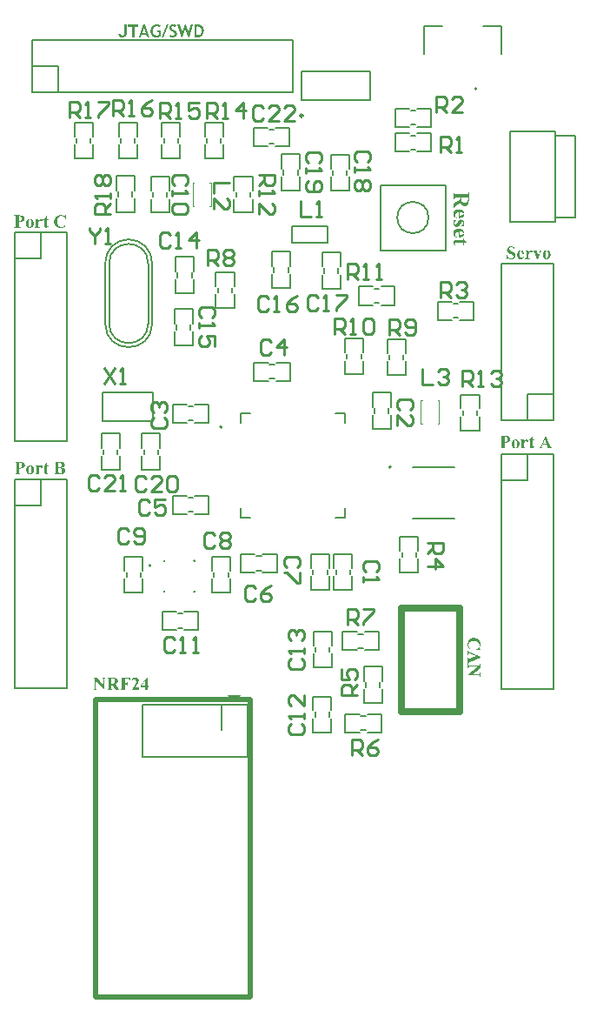
<source format=gbr>
%TF.GenerationSoftware,Altium Limited,Altium Designer,20.2.5 (213)*%
G04 Layer_Color=65535*
%FSLAX45Y45*%
%MOMM*%
%TF.SameCoordinates,0B4FD596-2A60-4D0F-BAE7-1B06E363B609*%
%TF.FilePolarity,Positive*%
%TF.FileFunction,Legend,Top*%
%TF.Part,Single*%
G01*
G75*
%TA.AperFunction,NonConductor*%
%ADD44C,0.25400*%
%ADD57C,0.20000*%
%ADD58C,0.17780*%
%ADD59C,0.25000*%
%ADD60C,0.15240*%
%ADD61C,0.10160*%
%ADD62C,0.12700*%
%ADD63C,0.63500*%
%ADD64C,0.50800*%
%ADD65C,0.15000*%
G36*
X10566100Y4417547D02*
X10629600Y4481047D01*
X10502600D01*
X10566100Y4417547D01*
D02*
G37*
G36*
X9974399Y11010848D02*
X9976202Y11010709D01*
X9978282Y11010571D01*
X9980501Y11010293D01*
X9982859Y11010016D01*
X9987990Y11009045D01*
X9990625Y11008352D01*
X9993121Y11007658D01*
X9995618Y11006687D01*
X9998114Y11005578D01*
X10000333Y11004330D01*
X10002274Y11002943D01*
X9995618Y10984221D01*
X9995479Y10984359D01*
X9995063Y10984637D01*
X9994508Y10984914D01*
X9993676Y10985469D01*
X9992567Y10986162D01*
X9991318Y10986856D01*
X9989932Y10987549D01*
X9988267Y10988381D01*
X9986464Y10989075D01*
X9984662Y10989768D01*
X9980501Y10991155D01*
X9978282Y10991710D01*
X9976063Y10991987D01*
X9973705Y10992264D01*
X9971348Y10992403D01*
X9970100D01*
X9968713Y10992264D01*
X9967049Y10991848D01*
X9965107Y10991432D01*
X9963165Y10990739D01*
X9961224Y10989768D01*
X9959560Y10988381D01*
X9959421Y10988242D01*
X9959005Y10987688D01*
X9958312Y10986717D01*
X9957618Y10985607D01*
X9956786Y10984082D01*
X9956231Y10982279D01*
X9955677Y10980199D01*
X9955538Y10977980D01*
Y10977841D01*
Y10977564D01*
X9955677Y10976870D01*
X9955954Y10976177D01*
X9956231Y10975206D01*
X9956786Y10974097D01*
X9957479Y10972710D01*
X9958450Y10971323D01*
X9959698Y10969659D01*
X9961224Y10967995D01*
X9963165Y10966192D01*
X9965384Y10964250D01*
X9968158Y10962309D01*
X9971209Y10960228D01*
X9974815Y10958148D01*
X9978975Y10956068D01*
X9979114D01*
X9979530Y10955790D01*
X9980224Y10955513D01*
X9981056Y10955097D01*
X9982027Y10954542D01*
X9983136Y10953849D01*
X9985771Y10952323D01*
X9988683Y10950659D01*
X9991734Y10948717D01*
X9994369Y10946776D01*
X9995618Y10945805D01*
X9996727Y10944834D01*
X9997004Y10944557D01*
X9997559Y10944002D01*
X9998530Y10942893D01*
X9999778Y10941506D01*
X10001165Y10939703D01*
X10002552Y10937761D01*
X10003800Y10935543D01*
X10005048Y10933046D01*
Y10932908D01*
X10005187Y10932769D01*
X10005325Y10932353D01*
X10005464Y10931798D01*
X10006019Y10930411D01*
X10006574Y10928608D01*
X10006990Y10926389D01*
X10007544Y10923754D01*
X10007822Y10920981D01*
X10007960Y10917930D01*
Y10917791D01*
Y10917236D01*
X10007822Y10916543D01*
Y10915433D01*
X10007544Y10914185D01*
X10007267Y10912660D01*
X10006990Y10911134D01*
X10006435Y10909331D01*
X10005880Y10907390D01*
X10005048Y10905448D01*
X10004077Y10903368D01*
X10002968Y10901288D01*
X10001581Y10899207D01*
X9999917Y10897266D01*
X9998114Y10895324D01*
X9996034Y10893383D01*
X9995895Y10893244D01*
X9995479Y10892967D01*
X9994785Y10892550D01*
X9993953Y10891857D01*
X9992705Y10891164D01*
X9991318Y10890332D01*
X9989654Y10889499D01*
X9987713Y10888667D01*
X9985494Y10887697D01*
X9983136Y10886864D01*
X9980640Y10886032D01*
X9977727Y10885339D01*
X9974815Y10884645D01*
X9971625Y10884229D01*
X9968158Y10883952D01*
X9964552Y10883813D01*
X9962888D01*
X9961640Y10883952D01*
X9960114Y10884091D01*
X9958312Y10884229D01*
X9956370Y10884507D01*
X9954151Y10884923D01*
X9951793Y10885339D01*
X9949297Y10886032D01*
X9946801Y10886726D01*
X9944166Y10887558D01*
X9941392Y10888529D01*
X9938757Y10889777D01*
X9936122Y10891164D01*
X9933487Y10892689D01*
X9941531Y10912244D01*
X9941669Y10912105D01*
X9942086Y10911828D01*
X9942779Y10911412D01*
X9943750Y10910857D01*
X9944859Y10910163D01*
X9946246Y10909331D01*
X9947772Y10908638D01*
X9949574Y10907806D01*
X9951377Y10906835D01*
X9953458Y10906142D01*
X9957618Y10904616D01*
X9959976Y10904061D01*
X9962195Y10903645D01*
X9964552Y10903368D01*
X9966910Y10903229D01*
X9967742D01*
X9968713Y10903368D01*
X9969961Y10903507D01*
X9971348Y10903645D01*
X9973012Y10903923D01*
X9974815Y10904339D01*
X9976618Y10904893D01*
X9978282Y10905587D01*
X9980085Y10906419D01*
X9981749Y10907528D01*
X9983136Y10908915D01*
X9984384Y10910441D01*
X9985355Y10912105D01*
X9985910Y10914185D01*
X9986187Y10916543D01*
Y10916681D01*
Y10916820D01*
Y10917652D01*
X9985910Y10918900D01*
X9985632Y10920426D01*
X9985078Y10922229D01*
X9984245Y10924309D01*
X9983136Y10926528D01*
X9981610Y10928608D01*
X9981333Y10928886D01*
X9980640Y10929579D01*
X9980085Y10930134D01*
X9979392Y10930827D01*
X9978559Y10931521D01*
X9977589Y10932353D01*
X9976340Y10933185D01*
X9975092Y10934294D01*
X9973567Y10935265D01*
X9971764Y10936375D01*
X9969822Y10937623D01*
X9967742Y10938732D01*
X9965384Y10940119D01*
X9962888Y10941367D01*
X9962749Y10941506D01*
X9962333Y10941645D01*
X9961501Y10942061D01*
X9960669Y10942615D01*
X9959421Y10943170D01*
X9958173Y10943864D01*
X9955261Y10945528D01*
X9952071Y10947331D01*
X9948881Y10949272D01*
X9947494Y10950243D01*
X9946107Y10951214D01*
X9944859Y10952185D01*
X9943888Y10953017D01*
X9943611Y10953294D01*
X9943056Y10953849D01*
X9942224Y10954820D01*
X9941115Y10956068D01*
X9939867Y10957732D01*
X9938618Y10959535D01*
X9937509Y10961615D01*
X9936399Y10963834D01*
Y10963973D01*
X9936261Y10964111D01*
X9935983Y10964944D01*
X9935567Y10966192D01*
X9935151Y10967995D01*
X9934597Y10970075D01*
X9934181Y10972432D01*
X9933903Y10975067D01*
X9933764Y10977841D01*
Y10977980D01*
Y10978535D01*
X9933903Y10979228D01*
Y10980199D01*
X9934042Y10981447D01*
X9934319Y10982834D01*
X9934597Y10984498D01*
X9935013Y10986162D01*
X9935567Y10987965D01*
X9936261Y10989907D01*
X9937093Y10991848D01*
X9938202Y10993928D01*
X9939312Y10995870D01*
X9940699Y10997812D01*
X9942363Y10999753D01*
X9944166Y11001556D01*
X9944304Y11001695D01*
X9944582Y11001972D01*
X9945275Y11002388D01*
X9946107Y11003082D01*
X9947078Y11003775D01*
X9948326Y11004607D01*
X9949713Y11005439D01*
X9951377Y11006271D01*
X9953319Y11007103D01*
X9955261Y11008074D01*
X9957479Y11008768D01*
X9959837Y11009461D01*
X9962333Y11010155D01*
X9965107Y11010571D01*
X9967881Y11010848D01*
X9970932Y11010987D01*
X9973012D01*
X9974399Y11010848D01*
D02*
G37*
G36*
X9814912D02*
X9816299D01*
X9818102Y11010571D01*
X9820182Y11010293D01*
X9822401Y11010016D01*
X9824898Y11009461D01*
X9827533Y11008906D01*
X9830306Y11008074D01*
X9833219Y11007103D01*
X9836131Y11005855D01*
X9839043Y11004468D01*
X9841956Y11002943D01*
X9844729Y11001001D01*
X9847503Y10998921D01*
X9838350Y10981308D01*
X9838211Y10981447D01*
X9837656Y10981863D01*
X9836686Y10982556D01*
X9835438Y10983527D01*
X9833635Y10984498D01*
X9831693Y10985607D01*
X9829197Y10986856D01*
X9826284Y10988104D01*
X9826146D01*
X9825868Y10988242D01*
X9825452Y10988381D01*
X9824898Y10988658D01*
X9823511Y10989213D01*
X9821569Y10989907D01*
X9819350Y10990461D01*
X9817131Y10991016D01*
X9814774Y10991432D01*
X9812555Y10991571D01*
X9811723D01*
X9810752Y10991432D01*
X9809504D01*
X9807978Y10991155D01*
X9806314Y10990877D01*
X9804234Y10990600D01*
X9802153Y10990045D01*
X9799934Y10989352D01*
X9797577Y10988520D01*
X9795219Y10987549D01*
X9792723Y10986301D01*
X9790365Y10984914D01*
X9788146Y10983250D01*
X9785927Y10981447D01*
X9783847Y10979228D01*
X9783708Y10979089D01*
X9783431Y10978673D01*
X9782876Y10977980D01*
X9782183Y10977009D01*
X9781489Y10975761D01*
X9780519Y10974235D01*
X9779687Y10972432D01*
X9778716Y10970491D01*
X9777745Y10968272D01*
X9776774Y10965776D01*
X9775803Y10963002D01*
X9775110Y10960090D01*
X9774417Y10956900D01*
X9773862Y10953571D01*
X9773584Y10949966D01*
X9773446Y10946221D01*
Y10945944D01*
Y10945389D01*
X9773584Y10944280D01*
Y10943031D01*
X9773723Y10941367D01*
X9774001Y10939426D01*
X9774278Y10937345D01*
X9774694Y10934988D01*
X9775249Y10932491D01*
X9775942Y10929995D01*
X9776774Y10927360D01*
X9777745Y10924725D01*
X9778993Y10922090D01*
X9780380Y10919594D01*
X9781906Y10917236D01*
X9783708Y10914879D01*
X9783847Y10914740D01*
X9784124Y10914324D01*
X9784818Y10913769D01*
X9785650Y10913076D01*
X9786621Y10912244D01*
X9787869Y10911134D01*
X9789394Y10910163D01*
X9791059Y10909054D01*
X9793000Y10907944D01*
X9795080Y10906974D01*
X9797299Y10906003D01*
X9799796Y10905032D01*
X9802569Y10904339D01*
X9805482Y10903784D01*
X9808533Y10903368D01*
X9811723Y10903229D01*
X9812832D01*
X9813664Y10903368D01*
X9814635D01*
X9815883Y10903507D01*
X9818518Y10904061D01*
X9821569Y10904755D01*
X9824759Y10905864D01*
X9827949Y10907390D01*
X9829474Y10908360D01*
X9831000Y10909470D01*
Y10933740D01*
X9813942D01*
Y10952323D01*
X9852773D01*
Y10897266D01*
X9852634D01*
X9852357Y10896988D01*
X9851941Y10896711D01*
X9851386Y10896156D01*
X9850554Y10895740D01*
X9849583Y10895047D01*
X9848474Y10894353D01*
X9847226Y10893660D01*
X9845839Y10892828D01*
X9844313Y10891996D01*
X9840846Y10890332D01*
X9836963Y10888806D01*
X9832525Y10887280D01*
X9832386D01*
X9831970Y10887142D01*
X9831277Y10887003D01*
X9830445Y10886726D01*
X9829335Y10886448D01*
X9828087Y10886171D01*
X9826562Y10885894D01*
X9824898Y10885616D01*
X9823095Y10885200D01*
X9821153Y10884923D01*
X9817131Y10884368D01*
X9812693Y10883952D01*
X9808117Y10883813D01*
X9807007D01*
X9805620Y10883952D01*
X9803818Y10884091D01*
X9801599Y10884368D01*
X9798964Y10884784D01*
X9796051Y10885200D01*
X9793000Y10886032D01*
X9789672Y10886864D01*
X9786343Y10887974D01*
X9782876Y10889361D01*
X9779271Y10891025D01*
X9775803Y10893105D01*
X9772475Y10895324D01*
X9769285Y10897959D01*
X9766234Y10901010D01*
X9766096Y10901149D01*
X9765541Y10901842D01*
X9764847Y10902813D01*
X9763877Y10904200D01*
X9762628Y10905864D01*
X9761380Y10907944D01*
X9759993Y10910441D01*
X9758607Y10913214D01*
X9757081Y10916404D01*
X9755694Y10919871D01*
X9754446Y10923616D01*
X9753198Y10927638D01*
X9752227Y10932075D01*
X9751534Y10936791D01*
X9750979Y10941645D01*
X9750840Y10946915D01*
Y10947053D01*
Y10947192D01*
Y10947608D01*
Y10948163D01*
X9750979Y10949688D01*
X9751118Y10951630D01*
X9751395Y10953987D01*
X9751672Y10956900D01*
X9752227Y10959951D01*
X9752921Y10963418D01*
X9753891Y10966885D01*
X9755001Y10970630D01*
X9756249Y10974513D01*
X9757913Y10978396D01*
X9759855Y10982279D01*
X9762074Y10986023D01*
X9764709Y10989629D01*
X9767621Y10993096D01*
X9767760Y10993235D01*
X9768453Y10993928D01*
X9769424Y10994761D01*
X9770672Y10995870D01*
X9772475Y10997257D01*
X9774417Y10998782D01*
X9776913Y11000447D01*
X9779687Y11002111D01*
X9782738Y11003775D01*
X9786066Y11005301D01*
X9789810Y11006826D01*
X9793832Y11008213D01*
X9798270Y11009322D01*
X9802847Y11010155D01*
X9807839Y11010848D01*
X9812971Y11010987D01*
X9813942D01*
X9814912Y11010848D01*
D02*
G37*
G36*
X10126397Y10884229D02*
X10117382D01*
X10090616Y10961892D01*
X10064543Y10884229D01*
X10055529D01*
X10015172Y11008906D01*
X10037777D01*
X10060938Y10934710D01*
X10085901Y11008906D01*
X10095470D01*
X10120433Y10934710D01*
X10143593Y11008906D01*
X10166199D01*
X10126397Y10884229D01*
D02*
G37*
G36*
X9518683Y10932353D02*
Y10932075D01*
Y10931243D01*
Y10929995D01*
X9518545Y10928331D01*
X9518406Y10926251D01*
X9518129Y10924032D01*
X9517851Y10921397D01*
X9517435Y10918623D01*
X9516880Y10915711D01*
X9516048Y10912660D01*
X9515216Y10909609D01*
X9514245Y10906696D01*
X9512997Y10903784D01*
X9511610Y10901010D01*
X9509946Y10898375D01*
X9508143Y10896018D01*
X9508005Y10895879D01*
X9507589Y10895463D01*
X9507034Y10894908D01*
X9506202Y10894215D01*
X9505092Y10893244D01*
X9503705Y10892273D01*
X9502041Y10891164D01*
X9500100Y10890193D01*
X9497881Y10889083D01*
X9495384Y10887974D01*
X9492749Y10887003D01*
X9489698Y10886032D01*
X9486370Y10885339D01*
X9482903Y10884784D01*
X9479020Y10884368D01*
X9474859Y10884229D01*
X9473334D01*
X9472363Y10884368D01*
X9470976Y10884507D01*
X9469589Y10884645D01*
X9467925Y10884923D01*
X9466122Y10885200D01*
X9462100Y10886171D01*
X9460020Y10886864D01*
X9458078Y10887558D01*
X9455998Y10888529D01*
X9453918Y10889499D01*
X9451976Y10890748D01*
X9450173Y10892134D01*
X9450035Y10892273D01*
X9449757Y10892550D01*
X9449341Y10892967D01*
X9448648Y10893660D01*
X9447954Y10894492D01*
X9447122Y10895463D01*
X9446290Y10896572D01*
X9445319Y10897959D01*
X9444487Y10899485D01*
X9443517Y10901149D01*
X9442684Y10902952D01*
X9441852Y10904893D01*
X9441159Y10907112D01*
X9440604Y10909470D01*
X9440188Y10911828D01*
X9439911Y10914463D01*
X9459327D01*
Y10914324D01*
X9459465Y10914046D01*
X9459743Y10913492D01*
X9460020Y10912798D01*
X9460436Y10911966D01*
X9460991Y10910995D01*
X9461684Y10910025D01*
X9462655Y10909054D01*
X9463626Y10908083D01*
X9464874Y10907112D01*
X9466399Y10906142D01*
X9468064Y10905309D01*
X9470005Y10904616D01*
X9472085Y10904061D01*
X9474582Y10903784D01*
X9477217Y10903645D01*
X9478188D01*
X9479020Y10903784D01*
X9479852Y10903923D01*
X9480823Y10904061D01*
X9483180Y10904477D01*
X9485676Y10905309D01*
X9488173Y10906558D01*
X9489421Y10907390D01*
X9490530Y10908360D01*
X9491640Y10909331D01*
X9492472Y10910579D01*
Y10910718D01*
X9492611Y10910857D01*
X9492888Y10911273D01*
X9493165Y10911828D01*
X9493443Y10912660D01*
X9493859Y10913492D01*
X9494275Y10914601D01*
X9494691Y10915849D01*
X9495107Y10917236D01*
X9495523Y10918762D01*
X9495939Y10920565D01*
X9496216Y10922368D01*
X9496494Y10924448D01*
X9496771Y10926667D01*
X9496910Y10929163D01*
Y10931659D01*
Y11008906D01*
X9518683D01*
Y10932353D01*
D02*
G37*
G36*
X10214738Y11009600D02*
X10216541Y11009461D01*
X10218760Y11009322D01*
X10221395Y11008906D01*
X10224307Y11008352D01*
X10227497Y11007797D01*
X10230826Y11006965D01*
X10234293Y11005855D01*
X10237898Y11004607D01*
X10241366Y11003082D01*
X10244971Y11001279D01*
X10248300Y10999198D01*
X10251628Y10996702D01*
X10254679Y10993928D01*
X10254818Y10993790D01*
X10255373Y10993235D01*
X10256205Y10992264D01*
X10257176Y10991016D01*
X10258285Y10989491D01*
X10259672Y10987549D01*
X10261059Y10985330D01*
X10262584Y10982834D01*
X10264110Y10979921D01*
X10265497Y10976732D01*
X10266883Y10973403D01*
X10267993Y10969659D01*
X10269102Y10965637D01*
X10269796Y10961476D01*
X10270351Y10956900D01*
X10270489Y10952185D01*
Y10952046D01*
Y10951491D01*
Y10950520D01*
X10270351Y10949272D01*
X10270212Y10947885D01*
X10270073Y10946083D01*
X10269796Y10944002D01*
X10269518Y10941783D01*
X10269102Y10939426D01*
X10268548Y10936791D01*
X10267854Y10934017D01*
X10267161Y10931243D01*
X10266190Y10928192D01*
X10265081Y10925280D01*
X10263971Y10922090D01*
X10262446Y10919039D01*
X10260920Y10915988D01*
X10259117Y10912798D01*
X10257176Y10909886D01*
X10254818Y10906835D01*
X10252460Y10904061D01*
X10249687Y10901288D01*
X10246774Y10898653D01*
X10243585Y10896295D01*
X10239979Y10894076D01*
X10236234Y10891996D01*
X10232074Y10890193D01*
X10227636Y10888806D01*
X10222921Y10887558D01*
X10217789Y10886587D01*
X10212381Y10886032D01*
X10206556Y10885894D01*
X10179374D01*
Y11008768D01*
X10180483D01*
X10181870Y11008906D01*
X10183534D01*
X10185615Y11009045D01*
X10187972D01*
X10190607Y11009184D01*
X10193242Y11009322D01*
X10198790Y11009461D01*
X10201563D01*
X10204198Y11009600D01*
X10206556D01*
X10208775Y11009738D01*
X10213351D01*
X10214738Y11009600D01*
D02*
G37*
G36*
X9879955Y10885894D02*
X9861094D01*
X9907553Y11009461D01*
X9926276D01*
X9879955Y10885894D01*
D02*
G37*
G36*
X9743906D02*
X9719775D01*
X9710761Y10910857D01*
X9668462D01*
X9660002Y10885894D01*
X9635733D01*
X9684827Y11010571D01*
X9694396D01*
X9743906Y10885894D01*
D02*
G37*
G36*
X9633514Y10989491D02*
X9592602D01*
Y10885894D01*
X9570828D01*
Y10989491D01*
X9531720D01*
Y11008906D01*
X9633514D01*
Y10989491D01*
D02*
G37*
G36*
X9554919Y4619052D02*
X9551313D01*
Y4619191D01*
Y4619607D01*
X9551174Y4620161D01*
X9551036Y4620994D01*
X9550897Y4621964D01*
X9550619Y4623074D01*
X9550065Y4625709D01*
X9549233Y4628621D01*
X9548123Y4631534D01*
X9546736Y4634307D01*
X9545904Y4635694D01*
X9544933Y4636804D01*
X9544656Y4637081D01*
X9543963Y4637774D01*
X9542853Y4638745D01*
X9541189Y4639993D01*
X9539109Y4641380D01*
X9536612Y4642767D01*
X9533700Y4644015D01*
X9530233Y4644986D01*
X9529956D01*
X9529678Y4645125D01*
X9529262Y4645263D01*
X9528569D01*
X9527875Y4645402D01*
X9526904Y4645541D01*
X9525795Y4645679D01*
X9524547Y4645818D01*
X9523160Y4645957D01*
X9521634Y4646095D01*
X9519832D01*
X9517890Y4646234D01*
X9515671Y4646373D01*
X9499722D01*
Y4597417D01*
X9504438D01*
X9505963Y4597556D01*
X9507766Y4597695D01*
X9509708Y4597972D01*
X9511788Y4598388D01*
X9514007Y4598943D01*
X9515948Y4599775D01*
X9516226Y4599914D01*
X9516781Y4600191D01*
X9517751Y4600884D01*
X9518861Y4601716D01*
X9520248Y4602687D01*
X9521634Y4604074D01*
X9523021Y4605738D01*
X9524408Y4607680D01*
X9524547Y4607957D01*
X9524963Y4608789D01*
X9525518Y4610038D01*
X9526350Y4611702D01*
X9527043Y4613921D01*
X9527875Y4616556D01*
X9528430Y4619607D01*
X9528985Y4623074D01*
X9532174D01*
Y4563024D01*
X9528985D01*
Y4563162D01*
X9528846Y4563717D01*
Y4564688D01*
X9528569Y4565797D01*
X9528430Y4567184D01*
X9528014Y4568710D01*
X9527737Y4570374D01*
X9527182Y4572177D01*
X9526072Y4575921D01*
X9524408Y4579527D01*
X9523437Y4581330D01*
X9522328Y4582855D01*
X9521218Y4584242D01*
X9519832Y4585352D01*
X9519693D01*
X9519554Y4585629D01*
X9519138Y4585906D01*
X9518583Y4586184D01*
X9517890Y4586600D01*
X9517058Y4587155D01*
X9514978Y4588125D01*
X9512481Y4589096D01*
X9509708Y4590067D01*
X9506518Y4590622D01*
X9503190Y4590899D01*
X9499722D01*
Y4554287D01*
Y4554148D01*
Y4553870D01*
Y4553454D01*
Y4552761D01*
Y4551235D01*
X9499861Y4549294D01*
X9500000Y4547352D01*
X9500138Y4545411D01*
X9500416Y4543885D01*
X9500555Y4543192D01*
X9500693Y4542637D01*
Y4542498D01*
X9500832Y4542221D01*
X9501109Y4541805D01*
X9501525Y4541389D01*
X9502080Y4540696D01*
X9502773Y4540002D01*
X9503606Y4539447D01*
X9504576Y4538754D01*
X9504715D01*
X9505131Y4538477D01*
X9505825Y4538199D01*
X9506657Y4537922D01*
X9507766Y4537644D01*
X9509153Y4537367D01*
X9510678Y4537228D01*
X9512481Y4537090D01*
X9516503D01*
Y4533900D01*
X9454234D01*
Y4537090D01*
X9458949D01*
X9459920Y4537228D01*
X9461030Y4537367D01*
X9462416Y4537506D01*
X9463803Y4537922D01*
X9465190Y4538338D01*
X9466438Y4538893D01*
X9466577D01*
X9466854Y4539170D01*
X9467270Y4539447D01*
X9467825Y4539863D01*
X9468380Y4540418D01*
X9468935Y4541112D01*
X9469489Y4542082D01*
X9470044Y4543053D01*
Y4543192D01*
X9470183Y4543608D01*
X9470321Y4544301D01*
X9470599Y4545272D01*
X9470737Y4546798D01*
X9470876Y4548739D01*
Y4549849D01*
X9471015Y4551235D01*
Y4552622D01*
Y4554287D01*
Y4632920D01*
Y4633059D01*
Y4633336D01*
Y4633752D01*
Y4634446D01*
Y4635971D01*
X9470876Y4637774D01*
X9470737Y4639716D01*
X9470599Y4641519D01*
X9470321Y4643183D01*
X9470183Y4643738D01*
X9470044Y4644292D01*
Y4644431D01*
X9469905Y4644709D01*
X9469628Y4645125D01*
X9469212Y4645679D01*
X9468657Y4646373D01*
X9467964Y4646927D01*
X9467132Y4647621D01*
X9466022Y4648314D01*
X9465884Y4648453D01*
X9465467Y4648592D01*
X9464774Y4648869D01*
X9463942Y4649285D01*
X9462832Y4649562D01*
X9461446Y4649840D01*
X9459920Y4649979D01*
X9458117Y4650117D01*
X9454234D01*
Y4653307D01*
X9554919D01*
Y4619052D01*
D02*
G37*
G36*
X9315550Y4650117D02*
X9315273D01*
X9314857Y4649979D01*
X9314302D01*
X9313054Y4649701D01*
X9311390Y4649424D01*
X9309725Y4649008D01*
X9308061Y4648592D01*
X9306536Y4648037D01*
X9305287Y4647482D01*
X9305149D01*
X9304871Y4647205D01*
X9304317Y4646789D01*
X9303762Y4646234D01*
X9303207Y4645541D01*
X9302514Y4644709D01*
X9301820Y4643738D01*
X9301266Y4642490D01*
Y4642351D01*
X9300988Y4641796D01*
X9300850Y4640964D01*
X9300572Y4639716D01*
X9300295Y4638052D01*
X9300156Y4635971D01*
X9299879Y4633475D01*
Y4630563D01*
Y4531265D01*
X9296828D01*
X9216252Y4630701D01*
Y4554703D01*
Y4554564D01*
Y4554287D01*
Y4553732D01*
X9216391Y4553038D01*
Y4552206D01*
X9216530Y4551235D01*
X9216807Y4549017D01*
X9217362Y4546659D01*
X9218194Y4544440D01*
X9219303Y4542360D01*
X9219997Y4541389D01*
X9220829Y4540696D01*
X9221106Y4540557D01*
X9221661Y4540141D01*
X9222632Y4539586D01*
X9224019Y4538893D01*
X9225544Y4538199D01*
X9227347Y4537644D01*
X9229427Y4537228D01*
X9231646Y4537090D01*
X9234559D01*
Y4533900D01*
X9192260D01*
Y4537090D01*
X9193924D01*
X9195588Y4537367D01*
X9197669Y4537644D01*
X9199888Y4538061D01*
X9202245Y4538754D01*
X9204326Y4539725D01*
X9205158Y4540418D01*
X9205990Y4541112D01*
X9206128Y4541250D01*
X9206544Y4541944D01*
X9207238Y4542914D01*
X9207931Y4544301D01*
X9208625Y4546243D01*
X9209318Y4548601D01*
X9209734Y4551374D01*
X9209873Y4554703D01*
Y4638884D01*
X9207238Y4642074D01*
X9207099Y4642351D01*
X9206544Y4642906D01*
X9205851Y4643599D01*
X9205019Y4644570D01*
X9202800Y4646650D01*
X9201691Y4647621D01*
X9200581Y4648314D01*
X9200442Y4648453D01*
X9200026Y4648592D01*
X9199333Y4648869D01*
X9198501Y4649146D01*
X9197253Y4649424D01*
X9195727Y4649701D01*
X9194063Y4649979D01*
X9192121Y4650117D01*
Y4653307D01*
X9234420D01*
X9293361Y4579388D01*
Y4630563D01*
Y4630701D01*
Y4630979D01*
Y4631534D01*
Y4632366D01*
X9293222Y4633198D01*
Y4634169D01*
X9292945Y4636387D01*
X9292529Y4638884D01*
X9291974Y4641241D01*
X9291280Y4643322D01*
X9290726Y4644292D01*
X9290171Y4645125D01*
X9290032Y4645402D01*
X9289339Y4645957D01*
X9288368Y4646789D01*
X9286842Y4647621D01*
X9284901Y4648592D01*
X9282543Y4649424D01*
X9279631Y4649979D01*
X9276164Y4650117D01*
Y4653307D01*
X9315550D01*
Y4650117D01*
D02*
G37*
G36*
X9722310Y4578834D02*
X9733266D01*
Y4560666D01*
X9722310D01*
Y4533900D01*
X9698041D01*
Y4560666D01*
X9654910D01*
Y4578834D01*
X9711493Y4655803D01*
X9722310D01*
Y4578834D01*
D02*
G37*
G36*
X9605954Y4655665D02*
X9606925Y4655526D01*
X9609144Y4655248D01*
X9611640Y4654694D01*
X9614553Y4654000D01*
X9617326Y4652891D01*
X9620239Y4651504D01*
X9620378D01*
X9620516Y4651365D01*
X9620932Y4651088D01*
X9621487Y4650811D01*
X9622874Y4649840D01*
X9624538Y4648453D01*
X9626341Y4646789D01*
X9628282Y4644847D01*
X9630224Y4642490D01*
X9631888Y4639855D01*
Y4639716D01*
X9632027Y4639577D01*
X9632304Y4639161D01*
X9632582Y4638606D01*
X9633275Y4637220D01*
X9634107Y4635417D01*
X9634801Y4633336D01*
X9635494Y4630979D01*
X9636049Y4628482D01*
X9636187Y4626125D01*
Y4625986D01*
Y4625570D01*
Y4625015D01*
X9636049Y4624045D01*
Y4623074D01*
X9635910Y4621826D01*
X9635633Y4620300D01*
X9635355Y4618775D01*
X9634939Y4616972D01*
X9634523Y4615169D01*
X9633414Y4611147D01*
X9631750Y4606709D01*
X9630640Y4604490D01*
X9629531Y4602271D01*
X9629392Y4602133D01*
X9629115Y4601578D01*
X9628560Y4600607D01*
X9627728Y4599220D01*
X9626618Y4597556D01*
X9625093Y4595614D01*
X9623429Y4593257D01*
X9621348Y4590483D01*
X9618991Y4587432D01*
X9616217Y4584104D01*
X9613027Y4580359D01*
X9609421Y4576337D01*
X9605400Y4571899D01*
X9600962Y4567184D01*
X9596108Y4562192D01*
X9590699Y4556922D01*
X9619684D01*
X9621626Y4557060D01*
X9623706D01*
X9625786Y4557199D01*
X9627450Y4557338D01*
X9628282Y4557476D01*
X9628837Y4557615D01*
X9628976D01*
X9629392Y4557754D01*
X9629808Y4558031D01*
X9630501Y4558308D01*
X9632027Y4559140D01*
X9633552Y4560250D01*
X9633691Y4560389D01*
X9633969Y4560666D01*
X9634385Y4561221D01*
X9634939Y4562053D01*
X9635633Y4563162D01*
X9636465Y4564549D01*
X9637436Y4566352D01*
X9638545Y4568432D01*
X9641735D01*
X9634939Y4533900D01*
X9564765D01*
Y4535703D01*
X9564904Y4535842D01*
X9565181Y4536119D01*
X9565597Y4536674D01*
X9566152Y4537367D01*
X9566984Y4538338D01*
X9567816Y4539309D01*
X9568787Y4540557D01*
X9569897Y4541944D01*
X9572532Y4544995D01*
X9575444Y4548601D01*
X9578495Y4552484D01*
X9581823Y4556644D01*
X9585290Y4560943D01*
X9588619Y4565381D01*
X9591947Y4569680D01*
X9594998Y4573841D01*
X9597911Y4577863D01*
X9600407Y4581469D01*
X9602487Y4584797D01*
X9603319Y4586323D01*
X9604013Y4587571D01*
X9604151Y4587709D01*
X9604290Y4588125D01*
X9604706Y4588819D01*
X9605122Y4589790D01*
X9605677Y4591038D01*
X9606232Y4592425D01*
X9606786Y4594089D01*
X9607480Y4595753D01*
X9608173Y4597695D01*
X9608728Y4599775D01*
X9609838Y4604074D01*
X9610670Y4608789D01*
X9610808Y4611147D01*
X9610947Y4613505D01*
Y4613643D01*
Y4613921D01*
Y4614475D01*
X9610808Y4615030D01*
Y4615862D01*
X9610670Y4616833D01*
X9610254Y4618913D01*
X9609560Y4621410D01*
X9608451Y4623906D01*
X9607064Y4626541D01*
X9605122Y4628899D01*
Y4629037D01*
X9604845Y4629176D01*
X9604151Y4629869D01*
X9602903Y4630840D01*
X9601239Y4632088D01*
X9599159Y4633198D01*
X9596801Y4634169D01*
X9594166Y4634862D01*
X9592641Y4635139D01*
X9590560D01*
X9589867Y4635001D01*
X9588896D01*
X9587787Y4634723D01*
X9586400Y4634446D01*
X9585013Y4634030D01*
X9583349Y4633475D01*
X9581685Y4632782D01*
X9580020Y4631811D01*
X9578218Y4630701D01*
X9576553Y4629453D01*
X9574750Y4627789D01*
X9573086Y4625986D01*
X9571561Y4623906D01*
X9570035Y4621548D01*
X9566845Y4622658D01*
Y4622796D01*
X9567123Y4623351D01*
X9567400Y4624322D01*
X9567678Y4625431D01*
X9568232Y4626818D01*
X9568787Y4628482D01*
X9569619Y4630285D01*
X9570451Y4632088D01*
X9572393Y4636249D01*
X9574889Y4640271D01*
X9577802Y4644292D01*
X9579466Y4645957D01*
X9581269Y4647621D01*
X9581407Y4647760D01*
X9581685Y4648037D01*
X9582239Y4648314D01*
X9582933Y4648869D01*
X9583904Y4649562D01*
X9585013Y4650256D01*
X9586261Y4650949D01*
X9587648Y4651781D01*
X9589312Y4652475D01*
X9590976Y4653168D01*
X9594721Y4654555D01*
X9596801Y4655110D01*
X9599020Y4655387D01*
X9601239Y4655665D01*
X9603597Y4655803D01*
X9605122D01*
X9605954Y4655665D01*
D02*
G37*
G36*
X9384199Y4653168D02*
X9386279D01*
X9388637Y4653030D01*
X9390994Y4652891D01*
X9396125Y4652614D01*
X9401395Y4652059D01*
X9403892Y4651643D01*
X9406388Y4651227D01*
X9408607Y4650811D01*
X9410549Y4650256D01*
X9410687D01*
X9410965Y4650117D01*
X9411519Y4649979D01*
X9412213Y4649701D01*
X9413045Y4649285D01*
X9414154Y4648869D01*
X9416373Y4647760D01*
X9419008Y4646234D01*
X9421782Y4644292D01*
X9424556Y4641935D01*
X9427052Y4639161D01*
X9427191Y4639022D01*
X9427329Y4638745D01*
X9427607Y4638329D01*
X9428023Y4637774D01*
X9428578Y4636942D01*
X9429132Y4636110D01*
X9429687Y4635001D01*
X9430242Y4633752D01*
X9431351Y4630979D01*
X9432461Y4627789D01*
X9433154Y4624183D01*
X9433431Y4622242D01*
Y4620300D01*
Y4620161D01*
Y4619745D01*
Y4619052D01*
X9433293Y4618081D01*
X9433154Y4616972D01*
X9432877Y4615724D01*
X9432599Y4614198D01*
X9432183Y4612673D01*
X9431767Y4611008D01*
X9431074Y4609205D01*
X9430380Y4607403D01*
X9429410Y4605600D01*
X9428300Y4603797D01*
X9427052Y4601994D01*
X9425526Y4600191D01*
X9423862Y4598527D01*
X9423585Y4598249D01*
X9423169Y4597972D01*
X9422753Y4597556D01*
X9421366Y4596585D01*
X9419424Y4595476D01*
X9417067Y4594089D01*
X9414154Y4592702D01*
X9410687Y4591315D01*
X9406804Y4590206D01*
X9435512Y4549710D01*
Y4549571D01*
X9435789Y4549433D01*
X9436066Y4549017D01*
X9436483Y4548462D01*
X9437453Y4547214D01*
X9438701Y4545549D01*
X9439950Y4543885D01*
X9441336Y4542360D01*
X9442585Y4540973D01*
X9443555Y4540002D01*
X9443694Y4539863D01*
X9444249Y4539586D01*
X9444942Y4539170D01*
X9445913Y4538615D01*
X9447161Y4538061D01*
X9448687Y4537644D01*
X9450212Y4537228D01*
X9452015Y4537090D01*
Y4533900D01*
X9414293D01*
X9375878Y4588264D01*
X9368111D01*
Y4554703D01*
Y4554564D01*
Y4554287D01*
Y4553732D01*
Y4553177D01*
Y4551513D01*
X9368250Y4549571D01*
X9368389Y4547491D01*
X9368527Y4545411D01*
X9368805Y4543747D01*
X9369082Y4543053D01*
X9369221Y4542498D01*
Y4542360D01*
X9369498Y4542082D01*
X9369776Y4541666D01*
X9370192Y4541112D01*
X9370746Y4540418D01*
X9371440Y4539725D01*
X9372411Y4539031D01*
X9373381Y4538477D01*
X9373520D01*
X9373936Y4538199D01*
X9374768Y4538061D01*
X9375878Y4537783D01*
X9377403Y4537506D01*
X9379345Y4537367D01*
X9381841Y4537090D01*
X9384615D01*
Y4533900D01*
X9323594D01*
Y4537090D01*
X9324981D01*
X9326367Y4537228D01*
X9328032D01*
X9329835Y4537506D01*
X9331776Y4537783D01*
X9333440Y4538061D01*
X9334688Y4538615D01*
X9334827Y4538754D01*
X9335105Y4538893D01*
X9335659Y4539170D01*
X9336353Y4539725D01*
X9337740Y4540834D01*
X9338294Y4541666D01*
X9338849Y4542498D01*
Y4542637D01*
X9338988Y4543053D01*
X9339265Y4543747D01*
X9339542Y4544995D01*
X9339681Y4546520D01*
X9339820Y4547630D01*
X9339958Y4548739D01*
Y4549987D01*
X9340097Y4551374D01*
Y4553038D01*
Y4554703D01*
Y4632504D01*
Y4632643D01*
Y4632920D01*
Y4633475D01*
Y4634030D01*
Y4635694D01*
X9339958Y4637636D01*
X9339820Y4639716D01*
X9339542Y4641657D01*
X9339265Y4643322D01*
X9339126Y4644015D01*
X9338849Y4644570D01*
Y4644709D01*
X9338572Y4644986D01*
X9338294Y4645402D01*
X9337878Y4645957D01*
X9337323Y4646650D01*
X9336491Y4647344D01*
X9335659Y4648037D01*
X9334550Y4648592D01*
X9334411Y4648730D01*
X9333995Y4648869D01*
X9333163Y4649146D01*
X9332053Y4649424D01*
X9330667Y4649701D01*
X9328725Y4649840D01*
X9326367Y4650117D01*
X9323594D01*
Y4653307D01*
X9382534D01*
X9384199Y4653168D01*
D02*
G37*
G36*
X12903824Y5040842D02*
X12905350Y5040703D01*
X12907153Y5040565D01*
X12909094Y5040287D01*
X12911313Y5039871D01*
X12913811Y5039455D01*
X12916306Y5038762D01*
X12918941Y5038068D01*
X12921715Y5037236D01*
X12924628Y5036266D01*
X12927402Y5035017D01*
X12930313Y5033631D01*
X12933224Y5032105D01*
X12933363Y5031966D01*
X12933919Y5031689D01*
X12934750Y5031134D01*
X12935722Y5030441D01*
X12937108Y5029609D01*
X12938495Y5028499D01*
X12940160Y5027112D01*
X12941962Y5025726D01*
X12943904Y5024061D01*
X12945847Y5022258D01*
X12947787Y5020317D01*
X12949728Y5018098D01*
X12951810Y5015879D01*
X12953612Y5013383D01*
X12955415Y5010748D01*
X12957079Y5007974D01*
X12957217Y5007835D01*
X12957495Y5007281D01*
X12957912Y5006448D01*
X12958466Y5005339D01*
X12959021Y5003952D01*
X12959714Y5002288D01*
X12960545Y5000346D01*
X12961378Y4998127D01*
X12962073Y4995908D01*
X12962904Y4993273D01*
X12963597Y4990638D01*
X12964291Y4987865D01*
X12964706Y4984952D01*
X12965123Y4981901D01*
X12965401Y4978712D01*
X12965540Y4975522D01*
Y4974274D01*
X12965401Y4973303D01*
Y4972194D01*
X12965260Y4970807D01*
X12965123Y4969142D01*
X12964845Y4967478D01*
X12964568Y4965537D01*
X12964153Y4963456D01*
X12963181Y4959019D01*
X12961794Y4954026D01*
X12959991Y4948895D01*
Y4948756D01*
X12959853Y4948479D01*
X12959714Y4948062D01*
X12959575Y4947508D01*
X12959021Y4946121D01*
X12958466Y4944457D01*
X12957912Y4942793D01*
X12957356Y4940990D01*
X12957079Y4939603D01*
X12956940Y4938909D01*
Y4938077D01*
X12957079Y4937523D01*
X12957217Y4936829D01*
X12957771Y4935304D01*
X12958188Y4934471D01*
X12958882Y4933639D01*
X12959021Y4933501D01*
X12959299Y4933362D01*
X12959853Y4932946D01*
X12960545Y4932530D01*
X12961378Y4931975D01*
X12962627Y4931559D01*
X12963875Y4931143D01*
X12965540Y4930866D01*
Y4927676D01*
X12924211D01*
Y4930866D01*
X12924350D01*
X12924904Y4931004D01*
X12925735Y4931282D01*
X12926846Y4931698D01*
X12928233Y4932114D01*
X12929758Y4932669D01*
X12931422Y4933362D01*
X12933363Y4934194D01*
X12937247Y4936136D01*
X12941408Y4938632D01*
X12943488Y4940158D01*
X12945430Y4941822D01*
X12947232Y4943486D01*
X12948897Y4945427D01*
X12949036Y4945566D01*
X12949313Y4945844D01*
X12949728Y4946537D01*
X12950282Y4947230D01*
X12950977Y4948340D01*
X12951669Y4949449D01*
X12952502Y4950836D01*
X12953336Y4952362D01*
X12954028Y4954026D01*
X12954860Y4955967D01*
X12956247Y4959989D01*
X12956802Y4962208D01*
X12957217Y4964566D01*
X12957495Y4966924D01*
X12957634Y4969420D01*
Y4970529D01*
X12957495Y4971361D01*
Y4972332D01*
X12957356Y4973442D01*
X12957079Y4974829D01*
X12956802Y4976215D01*
X12956108Y4979405D01*
X12954860Y4982872D01*
X12953336Y4986478D01*
X12952225Y4988281D01*
X12951115Y4990084D01*
X12950977Y4990222D01*
X12950838Y4990500D01*
X12950423Y4990916D01*
X12950006Y4991609D01*
X12948619Y4993273D01*
X12946678Y4995215D01*
X12944180Y4997434D01*
X12941408Y4999792D01*
X12938078Y5001872D01*
X12934335Y5003675D01*
X12934196D01*
X12933780Y5003952D01*
X12932948Y5004230D01*
X12931976Y5004507D01*
X12930730Y5004923D01*
X12929343Y5005478D01*
X12927678Y5005894D01*
X12925735Y5006448D01*
X12923656Y5007003D01*
X12921300Y5007419D01*
X12918941Y5007974D01*
X12916306Y5008390D01*
X12910759Y5008945D01*
X12904794Y5009222D01*
X12904655D01*
X12904102D01*
X12903270D01*
X12902161D01*
X12900635Y5009083D01*
X12899109Y5008945D01*
X12897168D01*
X12895226Y5008667D01*
X12893007Y5008529D01*
X12890649Y5008251D01*
X12885796Y5007558D01*
X12880664Y5006587D01*
X12875671Y5005200D01*
X12875533D01*
X12875117Y5005062D01*
X12874423Y5004784D01*
X12873453Y5004368D01*
X12872482Y5003952D01*
X12871095Y5003536D01*
X12868321Y5002149D01*
X12864993Y5000346D01*
X12861803Y4998127D01*
X12858614Y4995631D01*
X12857227Y4994106D01*
X12855840Y4992580D01*
X12855701Y4992441D01*
X12855562Y4992164D01*
X12855286Y4991748D01*
X12854869Y4991055D01*
X12854314Y4990222D01*
X12853758Y4989113D01*
X12853204Y4987865D01*
X12852512Y4986617D01*
X12851958Y4985091D01*
X12851263Y4983288D01*
X12850708Y4981485D01*
X12850291Y4979544D01*
X12849738Y4977464D01*
X12849460Y4975106D01*
X12849323Y4972748D01*
X12849184Y4970252D01*
Y4969142D01*
X12849323Y4968310D01*
Y4967340D01*
X12849460Y4966230D01*
X12849599Y4964843D01*
X12849738Y4963456D01*
X12850430Y4960267D01*
X12851263Y4956800D01*
X12852373Y4953194D01*
X12854037Y4949588D01*
Y4949449D01*
X12854314Y4949172D01*
X12854591Y4948617D01*
X12855008Y4947924D01*
X12855562Y4947092D01*
X12856256Y4945982D01*
X12857088Y4944873D01*
X12858060Y4943625D01*
X12859167Y4942099D01*
X12860416Y4940574D01*
X12861803Y4938909D01*
X12863329Y4937245D01*
X12864993Y4935442D01*
X12866795Y4933639D01*
X12868736Y4931698D01*
X12870956Y4929756D01*
X12860693D01*
X12860555Y4929895D01*
X12860278Y4930172D01*
X12859723Y4930727D01*
X12859029Y4931559D01*
X12858197Y4932391D01*
X12857227Y4933501D01*
X12856117Y4934749D01*
X12854869Y4936136D01*
X12852373Y4939325D01*
X12849876Y4942931D01*
X12847519Y4946814D01*
X12845576Y4950836D01*
Y4950975D01*
X12845438Y4951391D01*
X12845161Y4951946D01*
X12844884Y4952778D01*
X12844469Y4953749D01*
X12844052Y4954997D01*
X12843636Y4956384D01*
X12843219Y4958048D01*
X12842802Y4959851D01*
X12842387Y4961792D01*
X12841971Y4963872D01*
X12841554Y4966091D01*
X12841000Y4970945D01*
X12840862Y4976215D01*
Y4978018D01*
X12841000Y4979405D01*
X12841139Y4981069D01*
X12841278Y4983011D01*
X12841554Y4985230D01*
X12841833Y4987587D01*
X12842249Y4990084D01*
X12842665Y4992857D01*
X12844052Y4998543D01*
X12845023Y5001456D01*
X12845993Y5004368D01*
X12847102Y5007281D01*
X12848489Y5010054D01*
X12848628Y5010193D01*
X12848904Y5010748D01*
X12849323Y5011441D01*
X12849876Y5012551D01*
X12850708Y5013799D01*
X12851678Y5015186D01*
X12852789Y5016711D01*
X12854037Y5018514D01*
X12855562Y5020317D01*
X12857227Y5022120D01*
X12859029Y5024061D01*
X12860971Y5026003D01*
X12863051Y5027806D01*
X12865408Y5029609D01*
X12867766Y5031412D01*
X12870401Y5032937D01*
X12870540Y5033076D01*
X12871095Y5033214D01*
X12871788Y5033631D01*
X12872897Y5034185D01*
X12874284Y5034740D01*
X12875810Y5035433D01*
X12877612Y5036266D01*
X12879694Y5036959D01*
X12881773Y5037652D01*
X12884131Y5038484D01*
X12886766Y5039178D01*
X12889401Y5039733D01*
X12892175Y5040287D01*
X12894949Y5040565D01*
X12897861Y5040842D01*
X12900912Y5040981D01*
X12901051D01*
X12901744D01*
X12902576D01*
X12903824Y5040842D01*
D02*
G37*
G36*
X12846687Y4916304D02*
X12846964Y4915472D01*
X12847241Y4914362D01*
X12847656Y4912837D01*
X12848351Y4911173D01*
X12849323Y4909370D01*
X12850430Y4907705D01*
X12851958Y4906041D01*
X12852234Y4905903D01*
X12852927Y4905348D01*
X12853343Y4904932D01*
X12854037Y4904377D01*
X12854869Y4903822D01*
X12855840Y4903129D01*
X12856949Y4902435D01*
X12858336Y4901742D01*
X12859723Y4900910D01*
X12861388Y4899939D01*
X12863329Y4898968D01*
X12865269Y4897998D01*
X12867490Y4896888D01*
X12869984Y4895779D01*
X12965401Y4853064D01*
Y4851400D01*
X12867349Y4808408D01*
X12867212Y4808269D01*
X12866795Y4808130D01*
X12866103Y4807853D01*
X12865131Y4807298D01*
X12864021Y4806882D01*
X12862775Y4806189D01*
X12860001Y4804802D01*
X12856949Y4803138D01*
X12854037Y4801474D01*
X12852789Y4800641D01*
X12851540Y4799809D01*
X12850571Y4798977D01*
X12849738Y4798284D01*
X12849599Y4798145D01*
X12849323Y4797729D01*
X12848904Y4797036D01*
X12848351Y4796065D01*
X12847797Y4794817D01*
X12847380Y4793430D01*
X12846964Y4791766D01*
X12846687Y4789824D01*
X12843497D01*
Y4847517D01*
X12846687D01*
Y4844049D01*
X12846825Y4842801D01*
X12846964Y4841276D01*
X12847519Y4838086D01*
X12847935Y4836561D01*
X12848628Y4835312D01*
Y4835174D01*
X12848904Y4835035D01*
X12849599Y4834342D01*
X12850847Y4833648D01*
X12851678Y4833510D01*
X12852650Y4833371D01*
X12852789D01*
X12852927D01*
X12853621D01*
X12854591Y4833648D01*
X12855840Y4833926D01*
X12856117Y4834064D01*
X12856393D01*
X12856949Y4834342D01*
X12857780Y4834619D01*
X12859029Y4835174D01*
X12860555Y4835728D01*
X12862497Y4836561D01*
X12877473Y4843079D01*
Y4884961D01*
X12865825Y4890093D01*
X12865549Y4890231D01*
X12864854Y4890509D01*
X12863745Y4890925D01*
X12862497Y4891341D01*
X12860832Y4891757D01*
X12859306Y4892173D01*
X12857643Y4892450D01*
X12856117Y4892589D01*
X12855840D01*
X12855286D01*
X12854453Y4892312D01*
X12853343Y4892034D01*
X12852095Y4891618D01*
X12850847Y4890925D01*
X12849738Y4889954D01*
X12848767Y4888567D01*
Y4888428D01*
X12848489Y4888012D01*
X12848351Y4887319D01*
X12847935Y4886209D01*
X12847656Y4884684D01*
X12847241Y4882604D01*
X12847102Y4881355D01*
X12846964Y4879969D01*
X12846825Y4878443D01*
X12846687Y4876779D01*
X12843497D01*
Y4916581D01*
X12846687D01*
Y4916304D01*
D02*
G37*
G36*
X12962904Y4742949D02*
X12888985Y4684008D01*
X12940160D01*
X12940298D01*
X12940576D01*
X12941130D01*
X12941962D01*
X12942795Y4684147D01*
X12943765D01*
X12945984Y4684424D01*
X12948482Y4684840D01*
X12950838Y4685395D01*
X12952917Y4686088D01*
X12953889Y4686643D01*
X12954721Y4687198D01*
X12954999Y4687337D01*
X12955553Y4688030D01*
X12956386Y4689001D01*
X12957217Y4690526D01*
X12958188Y4692468D01*
X12959021Y4694826D01*
X12959575Y4697738D01*
X12959714Y4701205D01*
X12962904D01*
Y4661819D01*
X12959714D01*
Y4662096D01*
X12959575Y4662512D01*
Y4663067D01*
X12959299Y4664315D01*
X12959021Y4665979D01*
X12958604Y4667643D01*
X12958188Y4669308D01*
X12957634Y4670833D01*
X12957079Y4672081D01*
Y4672220D01*
X12956802Y4672497D01*
X12956386Y4673052D01*
X12955830Y4673607D01*
X12955138Y4674162D01*
X12954305Y4674855D01*
X12953336Y4675548D01*
X12952086Y4676103D01*
X12951949D01*
X12951393Y4676381D01*
X12950562Y4676519D01*
X12949313Y4676797D01*
X12947649Y4677074D01*
X12945567Y4677213D01*
X12943073Y4677490D01*
X12940160D01*
X12840862D01*
Y4680541D01*
X12940298Y4761116D01*
X12864299D01*
X12864162D01*
X12863882D01*
X12863329D01*
X12862634Y4760978D01*
X12861803D01*
X12860832Y4760839D01*
X12858614Y4760562D01*
X12856256Y4760007D01*
X12854037Y4759175D01*
X12851958Y4758065D01*
X12850986Y4757372D01*
X12850291Y4756540D01*
X12850154Y4756263D01*
X12849738Y4755708D01*
X12849184Y4754737D01*
X12848489Y4753350D01*
X12847797Y4751825D01*
X12847241Y4750022D01*
X12846825Y4747941D01*
X12846687Y4745723D01*
Y4742810D01*
X12843497D01*
Y4785109D01*
X12846687D01*
Y4783445D01*
X12846964Y4781780D01*
X12847241Y4779700D01*
X12847656Y4777481D01*
X12848351Y4775124D01*
X12849323Y4773043D01*
X12850015Y4772211D01*
X12850708Y4771379D01*
X12850847Y4771240D01*
X12851540Y4770824D01*
X12852512Y4770131D01*
X12853899Y4769438D01*
X12855840Y4768744D01*
X12858197Y4768051D01*
X12860971Y4767635D01*
X12864299Y4767496D01*
X12948482D01*
X12951669Y4770131D01*
X12951949Y4770270D01*
X12952502Y4770824D01*
X12953197Y4771518D01*
X12954167Y4772350D01*
X12956247Y4774569D01*
X12957217Y4775678D01*
X12957912Y4776788D01*
X12958051Y4776926D01*
X12958188Y4777342D01*
X12958466Y4778036D01*
X12958743Y4778868D01*
X12959021Y4780116D01*
X12959299Y4781642D01*
X12959575Y4783306D01*
X12959714Y4785247D01*
X12962904D01*
Y4742949D01*
D02*
G37*
G36*
X13300690Y8810936D02*
X13297084D01*
Y8811075D01*
X13296945Y8811630D01*
X13296806Y8812323D01*
X13296529Y8813432D01*
X13296114Y8814681D01*
X13295697Y8816067D01*
X13295142Y8817732D01*
X13294449Y8819535D01*
X13292786Y8823279D01*
X13291814Y8825359D01*
X13290565Y8827301D01*
X13289317Y8829381D01*
X13287791Y8831323D01*
X13286128Y8833126D01*
X13284325Y8834928D01*
X13284186Y8835067D01*
X13283910Y8835345D01*
X13283354Y8835761D01*
X13282523Y8836315D01*
X13281689Y8837009D01*
X13280580Y8837841D01*
X13279332Y8838673D01*
X13277946Y8839505D01*
X13274617Y8841169D01*
X13271011Y8842695D01*
X13269070Y8843250D01*
X13266989Y8843666D01*
X13264909Y8843943D01*
X13262691Y8844082D01*
X13261858D01*
X13261165Y8843943D01*
X13259502Y8843804D01*
X13257559Y8843527D01*
X13255202Y8842833D01*
X13252844Y8842001D01*
X13250487Y8840892D01*
X13248405Y8839228D01*
X13248128Y8838950D01*
X13247574Y8838396D01*
X13246742Y8837425D01*
X13245770Y8836038D01*
X13244800Y8834374D01*
X13243968Y8832571D01*
X13243413Y8830352D01*
X13243137Y8828133D01*
Y8827994D01*
Y8827440D01*
X13243275Y8826746D01*
X13243413Y8825775D01*
X13243552Y8824805D01*
X13243968Y8823556D01*
X13244383Y8822308D01*
X13244939Y8821199D01*
X13245078Y8821060D01*
X13245355Y8820505D01*
X13246048Y8819673D01*
X13246880Y8818564D01*
X13247990Y8817316D01*
X13249515Y8815929D01*
X13251180Y8814542D01*
X13253120Y8813016D01*
X13253398Y8812878D01*
X13253954Y8812462D01*
X13254507Y8812184D01*
X13255202Y8811768D01*
X13256033Y8811214D01*
X13257143Y8810659D01*
X13258252Y8809965D01*
X13259639Y8809272D01*
X13261165Y8808440D01*
X13262968Y8807469D01*
X13265048Y8806498D01*
X13267267Y8805250D01*
X13269763Y8804141D01*
X13272398Y8802754D01*
X13272676Y8802615D01*
X13273369Y8802338D01*
X13274339Y8801783D01*
X13275865Y8800951D01*
X13277528Y8800119D01*
X13279471Y8799009D01*
X13281551Y8797761D01*
X13283910Y8796513D01*
X13288625Y8793462D01*
X13293340Y8790272D01*
X13295419Y8788469D01*
X13297501Y8786805D01*
X13299303Y8785002D01*
X13300829Y8783338D01*
X13300967Y8783199D01*
X13301106Y8782922D01*
X13301521Y8782367D01*
X13301938Y8781674D01*
X13302493Y8780842D01*
X13303047Y8779871D01*
X13303741Y8778623D01*
X13304434Y8777236D01*
X13305821Y8774185D01*
X13306931Y8770579D01*
X13307764Y8766696D01*
X13307901Y8764616D01*
X13308040Y8762397D01*
Y8762258D01*
Y8761703D01*
X13307901Y8761010D01*
Y8759900D01*
X13307623Y8758652D01*
X13307484Y8757127D01*
X13307069Y8755463D01*
X13306514Y8753660D01*
X13305960Y8751718D01*
X13305128Y8749638D01*
X13304156Y8747558D01*
X13303047Y8745339D01*
X13301660Y8743120D01*
X13300134Y8740901D01*
X13298332Y8738820D01*
X13296252Y8736740D01*
X13296114Y8736602D01*
X13295697Y8736324D01*
X13295004Y8735769D01*
X13294173Y8735076D01*
X13293062Y8734244D01*
X13291675Y8733412D01*
X13290012Y8732441D01*
X13288208Y8731470D01*
X13286128Y8730361D01*
X13283910Y8729390D01*
X13281413Y8728558D01*
X13278778Y8727726D01*
X13276004Y8727032D01*
X13273093Y8726478D01*
X13269902Y8726200D01*
X13266573Y8726062D01*
X13265604D01*
X13264493Y8726200D01*
X13263106D01*
X13261443Y8726339D01*
X13259639Y8726616D01*
X13255894Y8727310D01*
X13255617D01*
X13255063Y8727587D01*
X13253954Y8727864D01*
X13252428Y8728280D01*
X13250626Y8728835D01*
X13248405Y8729529D01*
X13246048Y8730361D01*
X13243275Y8731470D01*
X13243137Y8731609D01*
X13242581Y8731748D01*
X13241750Y8732025D01*
X13240778Y8732441D01*
X13238422Y8732996D01*
X13237311Y8733134D01*
X13236201Y8733273D01*
X13235786D01*
X13235370Y8733134D01*
X13234814Y8732996D01*
X13233289Y8732580D01*
X13232318Y8732025D01*
X13231348Y8731470D01*
X13231209Y8731332D01*
X13230933Y8731193D01*
X13230516Y8730777D01*
X13229961Y8730083D01*
X13229266Y8729390D01*
X13228574Y8728419D01*
X13227881Y8727310D01*
X13227325Y8726062D01*
X13224136D01*
Y8771134D01*
X13227325D01*
Y8770856D01*
X13227464Y8770302D01*
X13227742Y8769331D01*
X13228159Y8767944D01*
X13228574Y8766419D01*
X13229129Y8764616D01*
X13229822Y8762535D01*
X13230653Y8760316D01*
X13231625Y8757959D01*
X13232735Y8755601D01*
X13233983Y8753244D01*
X13235231Y8750747D01*
X13236755Y8748390D01*
X13238422Y8746171D01*
X13240363Y8743952D01*
X13242303Y8742010D01*
X13242442Y8741872D01*
X13242857Y8741594D01*
X13243413Y8741039D01*
X13244244Y8740485D01*
X13245216Y8739791D01*
X13246465Y8738959D01*
X13247852Y8737988D01*
X13249515Y8737156D01*
X13251180Y8736185D01*
X13252982Y8735215D01*
X13257004Y8733689D01*
X13259222Y8733134D01*
X13261443Y8732580D01*
X13263800Y8732302D01*
X13266158Y8732164D01*
X13267128D01*
X13267822Y8732302D01*
X13268654D01*
X13269624Y8732441D01*
X13271843Y8732857D01*
X13274478Y8733412D01*
X13277113Y8734383D01*
X13279610Y8735631D01*
X13281967Y8737434D01*
X13282106D01*
X13282245Y8737711D01*
X13282938Y8738404D01*
X13283910Y8739514D01*
X13285017Y8741039D01*
X13285989Y8742842D01*
X13286960Y8744923D01*
X13287653Y8747419D01*
X13287930Y8748667D01*
Y8749915D01*
Y8750054D01*
Y8750609D01*
X13287791Y8751441D01*
X13287653Y8752550D01*
X13287376Y8753798D01*
X13286960Y8755185D01*
X13286404Y8756572D01*
X13285573Y8758098D01*
X13285434Y8758236D01*
X13285156Y8758791D01*
X13284602Y8759623D01*
X13283910Y8760594D01*
X13282938Y8761703D01*
X13281689Y8762951D01*
X13280302Y8764338D01*
X13278639Y8765586D01*
X13278362Y8765725D01*
X13277808Y8766280D01*
X13276559Y8766973D01*
X13274895Y8768083D01*
X13273924Y8768776D01*
X13272676Y8769470D01*
X13271289Y8770163D01*
X13269902Y8770995D01*
X13268237Y8771966D01*
X13266435Y8772798D01*
X13264493Y8773908D01*
X13262413Y8774878D01*
X13262274Y8775017D01*
X13261719Y8775294D01*
X13260887Y8775710D01*
X13259778Y8776265D01*
X13258391Y8776959D01*
X13256866Y8777652D01*
X13255202Y8778623D01*
X13253398Y8779594D01*
X13249515Y8781674D01*
X13245631Y8784031D01*
X13243690Y8785141D01*
X13241888Y8786250D01*
X13240363Y8787360D01*
X13238837Y8788469D01*
X13238698Y8788608D01*
X13238559Y8788747D01*
X13237727Y8789440D01*
X13236340Y8790688D01*
X13234814Y8792214D01*
X13233151Y8794017D01*
X13231348Y8796236D01*
X13229546Y8798593D01*
X13228020Y8801090D01*
Y8801228D01*
X13227881Y8801367D01*
X13227742Y8801783D01*
X13227464Y8802338D01*
X13226772Y8803725D01*
X13226216Y8805666D01*
X13225523Y8807885D01*
X13224831Y8810520D01*
X13224413Y8813294D01*
X13224275Y8816345D01*
Y8816484D01*
Y8817038D01*
X13224413Y8817732D01*
Y8818702D01*
X13224551Y8819951D01*
X13224831Y8821337D01*
X13225107Y8823002D01*
X13225523Y8824805D01*
X13226077Y8826607D01*
X13226772Y8828549D01*
X13227603Y8830629D01*
X13228712Y8832571D01*
X13229822Y8834651D01*
X13231209Y8836731D01*
X13232874Y8838673D01*
X13234676Y8840615D01*
X13234814Y8840753D01*
X13235231Y8841031D01*
X13235786Y8841585D01*
X13236618Y8842140D01*
X13237589Y8842972D01*
X13238837Y8843804D01*
X13240363Y8844775D01*
X13241888Y8845746D01*
X13243829Y8846578D01*
X13245770Y8847549D01*
X13247990Y8848381D01*
X13250346Y8849213D01*
X13252844Y8849768D01*
X13255479Y8850322D01*
X13258252Y8850600D01*
X13261165Y8850738D01*
X13262135D01*
X13263245Y8850600D01*
X13264771D01*
X13266573Y8850322D01*
X13268376Y8850045D01*
X13270457Y8849768D01*
X13272537Y8849213D01*
X13272676D01*
X13273230Y8849074D01*
X13274200Y8848797D01*
X13275311Y8848381D01*
X13276836Y8847826D01*
X13278500Y8847133D01*
X13280441Y8846301D01*
X13282523Y8845330D01*
X13282661D01*
X13282799Y8845191D01*
X13283493Y8844914D01*
X13284602Y8844498D01*
X13285851Y8843943D01*
X13288625Y8842972D01*
X13289873Y8842695D01*
X13290982Y8842556D01*
X13291399D01*
X13292230Y8842695D01*
X13293340Y8843111D01*
X13294449Y8843943D01*
Y8844082D01*
X13294727Y8844220D01*
X13295004Y8844636D01*
X13295280Y8845330D01*
X13295697Y8846162D01*
X13296114Y8847410D01*
X13296667Y8848936D01*
X13297084Y8850738D01*
X13299719D01*
X13300690Y8810936D01*
D02*
G37*
G36*
X13463643Y8813294D02*
X13464754Y8813016D01*
X13466000Y8812739D01*
X13467249Y8812184D01*
X13468636Y8811352D01*
X13469745Y8810381D01*
X13469884Y8810243D01*
X13470161Y8809827D01*
X13470715Y8809133D01*
X13471271Y8808162D01*
X13471687Y8806914D01*
X13472243Y8805527D01*
X13472519Y8803725D01*
X13472658Y8801783D01*
Y8801506D01*
Y8800812D01*
X13472519Y8799703D01*
X13472243Y8798455D01*
X13471964Y8796929D01*
X13471410Y8795404D01*
X13470715Y8793878D01*
X13469745Y8792630D01*
X13469608Y8792491D01*
X13469191Y8792075D01*
X13468636Y8791659D01*
X13467804Y8791104D01*
X13466833Y8790411D01*
X13465724Y8789995D01*
X13464337Y8789579D01*
X13462950Y8789440D01*
X13462119D01*
X13461285Y8789579D01*
X13460176Y8789856D01*
X13458928Y8790134D01*
X13457541Y8790688D01*
X13456154Y8791382D01*
X13454768Y8792352D01*
X13454630Y8792491D01*
X13454213Y8792769D01*
X13453658Y8793323D01*
X13452965Y8793878D01*
X13451717Y8794987D01*
X13451163Y8795404D01*
X13450746Y8795681D01*
X13450607Y8795820D01*
X13450191Y8795958D01*
X13449635Y8796097D01*
X13448804Y8796236D01*
X13448389D01*
X13447833Y8796097D01*
X13447279Y8795958D01*
X13445615Y8795404D01*
X13444781Y8794987D01*
X13443950Y8794294D01*
X13443813Y8794155D01*
X13443396Y8793739D01*
X13442702Y8793046D01*
X13441870Y8792075D01*
X13441039Y8790827D01*
X13440067Y8789440D01*
X13439235Y8787637D01*
X13438403Y8785696D01*
Y8785557D01*
X13438264Y8785280D01*
X13438126Y8784864D01*
X13437987Y8784170D01*
X13437709Y8783477D01*
X13437572Y8782506D01*
X13437292Y8781396D01*
X13437016Y8780148D01*
X13436461Y8777375D01*
X13436044Y8774185D01*
X13435768Y8770718D01*
X13435629Y8766973D01*
Y8747974D01*
X13435768Y8743120D01*
Y8742842D01*
Y8742288D01*
Y8741455D01*
X13435907Y8740346D01*
Y8739237D01*
X13436044Y8738266D01*
X13436185Y8737295D01*
X13436324Y8736602D01*
Y8736463D01*
X13436461Y8736185D01*
X13436739Y8735769D01*
X13437016Y8735215D01*
X13437987Y8733967D01*
X13439374Y8732996D01*
X13439513D01*
X13439790Y8732857D01*
X13440344Y8732580D01*
X13441039Y8732441D01*
X13442009Y8732164D01*
X13443257Y8732025D01*
X13444781Y8731886D01*
X13446448Y8731748D01*
Y8728697D01*
X13401929D01*
Y8731748D01*
X13402206D01*
X13402760Y8731886D01*
X13403732Y8732025D01*
X13404842Y8732302D01*
X13405951Y8732580D01*
X13407199Y8733134D01*
X13408308Y8733828D01*
X13409142Y8734660D01*
X13409279Y8734799D01*
X13409418Y8735215D01*
X13409695Y8736047D01*
X13410110Y8737295D01*
X13410249Y8738127D01*
X13410527Y8739098D01*
X13410666Y8740207D01*
X13410805Y8741455D01*
X13410944Y8742842D01*
Y8744368D01*
X13411082Y8746171D01*
Y8748112D01*
Y8793601D01*
Y8793739D01*
Y8793878D01*
Y8794710D01*
Y8795958D01*
X13410944Y8797345D01*
Y8798871D01*
X13410805Y8800396D01*
X13410527Y8801644D01*
X13410249Y8802615D01*
Y8802754D01*
X13410110Y8803031D01*
X13409973Y8803447D01*
X13409695Y8804002D01*
X13408862Y8805250D01*
X13407755Y8806221D01*
X13407616D01*
X13407475Y8806498D01*
X13407060Y8806637D01*
X13406367Y8806914D01*
X13405673Y8807192D01*
X13404564Y8807469D01*
X13403316Y8807746D01*
X13401929Y8808024D01*
Y8811075D01*
X13435629D01*
Y8792214D01*
X13435768Y8792352D01*
X13436044Y8792769D01*
X13436461Y8793462D01*
X13437016Y8794294D01*
X13437709Y8795265D01*
X13438542Y8796513D01*
X13440483Y8799148D01*
X13442702Y8801922D01*
X13445061Y8804695D01*
X13446307Y8806082D01*
X13447556Y8807192D01*
X13448804Y8808301D01*
X13449915Y8809133D01*
X13450052D01*
X13450191Y8809272D01*
X13451022Y8809827D01*
X13452133Y8810520D01*
X13453796Y8811352D01*
X13455600Y8812046D01*
X13457680Y8812739D01*
X13459760Y8813294D01*
X13461980Y8813432D01*
X13462811D01*
X13463643Y8813294D01*
D02*
G37*
G36*
X13563773Y8808024D02*
X13563635D01*
X13563080Y8807885D01*
X13562386Y8807746D01*
X13561554Y8807469D01*
X13560445Y8807053D01*
X13559474Y8806498D01*
X13558365Y8805805D01*
X13557394Y8804973D01*
X13557256Y8804834D01*
X13556978Y8804418D01*
X13556284Y8803586D01*
X13555591Y8802338D01*
X13555035Y8801506D01*
X13554482Y8800535D01*
X13553928Y8799287D01*
X13553233Y8798039D01*
X13552541Y8796513D01*
X13551707Y8794849D01*
X13550876Y8792907D01*
X13550044Y8790827D01*
X13522585Y8726200D01*
X13518562D01*
X13490688Y8789995D01*
Y8790134D01*
X13490408Y8790550D01*
X13490271Y8791104D01*
X13489854Y8791936D01*
X13489439Y8792769D01*
X13489023Y8793878D01*
X13487914Y8796236D01*
X13486665Y8798871D01*
X13485278Y8801228D01*
X13484723Y8802338D01*
X13484030Y8803309D01*
X13483475Y8804141D01*
X13482919Y8804834D01*
X13482782Y8804973D01*
X13482504Y8805250D01*
X13482088Y8805666D01*
X13481395Y8806082D01*
X13480563Y8806637D01*
X13479591Y8807192D01*
X13478345Y8807608D01*
X13476958Y8808024D01*
Y8811075D01*
X13520644D01*
Y8808024D01*
X13519949D01*
X13519257Y8807885D01*
X13518423D01*
X13516483Y8807330D01*
X13515649Y8807053D01*
X13514957Y8806498D01*
X13514818Y8806360D01*
X13514679Y8806082D01*
X13514262Y8805666D01*
X13513986Y8805111D01*
X13513155Y8803586D01*
X13513016Y8802754D01*
X13512875Y8801783D01*
Y8801644D01*
Y8801090D01*
X13513155Y8800257D01*
X13513431Y8799009D01*
X13513847Y8797345D01*
X13514540Y8795126D01*
X13515511Y8792630D01*
X13516759Y8789440D01*
X13530350Y8758514D01*
X13541168Y8785141D01*
Y8785280D01*
X13541306Y8785696D01*
X13541583Y8786250D01*
X13541861Y8787083D01*
X13542278Y8788053D01*
X13542555Y8789024D01*
X13543526Y8791520D01*
X13544357Y8794294D01*
X13545052Y8796929D01*
X13545605Y8799425D01*
X13545744Y8800535D01*
Y8801506D01*
Y8801644D01*
Y8801922D01*
X13545605Y8802476D01*
X13545467Y8803170D01*
X13544913Y8804557D01*
X13544496Y8805250D01*
X13543803Y8805944D01*
X13543665Y8806082D01*
X13543387Y8806221D01*
X13542970Y8806498D01*
X13542278Y8806914D01*
X13541306Y8807192D01*
X13540057Y8807608D01*
X13538670Y8807885D01*
X13536868Y8808024D01*
Y8811075D01*
X13563773D01*
Y8808024D01*
D02*
G37*
G36*
X13612035Y8813294D02*
X13613007D01*
X13614116Y8813155D01*
X13615364Y8813016D01*
X13616751Y8812739D01*
X13619801Y8812046D01*
X13623270Y8811075D01*
X13626736Y8809688D01*
X13630203Y8807885D01*
X13630342D01*
X13630618Y8807608D01*
X13631035Y8807330D01*
X13631728Y8806914D01*
X13633392Y8805527D01*
X13635474Y8803863D01*
X13637692Y8801644D01*
X13640050Y8798871D01*
X13642268Y8795681D01*
X13644209Y8792075D01*
Y8791936D01*
X13644487Y8791659D01*
X13644626Y8791104D01*
X13645042Y8790272D01*
X13645319Y8789301D01*
X13645735Y8788192D01*
X13646152Y8786944D01*
X13646706Y8785418D01*
X13647122Y8783893D01*
X13647539Y8782090D01*
X13648370Y8778345D01*
X13648924Y8774185D01*
X13649065Y8769747D01*
Y8769608D01*
Y8768915D01*
Y8768083D01*
X13648924Y8766835D01*
X13648787Y8765309D01*
X13648648Y8763506D01*
X13648370Y8761565D01*
X13647954Y8759484D01*
X13646844Y8754769D01*
X13646152Y8752412D01*
X13645319Y8749915D01*
X13644350Y8747419D01*
X13643100Y8745061D01*
X13641714Y8742565D01*
X13640189Y8740346D01*
X13640050Y8740207D01*
X13639633Y8739791D01*
X13639079Y8739098D01*
X13638248Y8738127D01*
X13637137Y8737018D01*
X13635750Y8735908D01*
X13634225Y8734660D01*
X13632422Y8733273D01*
X13630479Y8732025D01*
X13628261Y8730638D01*
X13625764Y8729529D01*
X13623129Y8728419D01*
X13620218Y8727448D01*
X13617168Y8726755D01*
X13613977Y8726339D01*
X13610510Y8726200D01*
X13609679D01*
X13608707Y8726339D01*
X13607458D01*
X13605933Y8726616D01*
X13604131Y8726894D01*
X13602190Y8727310D01*
X13600108Y8727864D01*
X13597751Y8728558D01*
X13595532Y8729390D01*
X13593036Y8730361D01*
X13590678Y8731609D01*
X13588458Y8733134D01*
X13586240Y8734799D01*
X13584021Y8736879D01*
X13582080Y8739098D01*
X13581941Y8739237D01*
X13581664Y8739653D01*
X13581110Y8740485D01*
X13580554Y8741455D01*
X13579723Y8742704D01*
X13578889Y8744090D01*
X13578058Y8745893D01*
X13577087Y8747835D01*
X13576115Y8749915D01*
X13575284Y8752273D01*
X13574452Y8754769D01*
X13573621Y8757404D01*
X13573065Y8760178D01*
X13572510Y8763090D01*
X13572234Y8766141D01*
X13572095Y8769331D01*
Y8769470D01*
Y8770163D01*
X13572234Y8770995D01*
Y8772382D01*
X13572372Y8773908D01*
X13572649Y8775710D01*
X13572926Y8777652D01*
X13573341Y8779871D01*
X13573897Y8782229D01*
X13574591Y8784725D01*
X13575423Y8787221D01*
X13576393Y8789856D01*
X13577502Y8792491D01*
X13578889Y8795126D01*
X13580415Y8797761D01*
X13582217Y8800257D01*
X13582356Y8800396D01*
X13582634Y8800812D01*
X13583328Y8801506D01*
X13584160Y8802338D01*
X13585130Y8803309D01*
X13586378Y8804418D01*
X13587904Y8805666D01*
X13589568Y8806914D01*
X13591510Y8808024D01*
X13593590Y8809272D01*
X13595808Y8810381D01*
X13598306Y8811352D01*
X13601079Y8812184D01*
X13603992Y8812878D01*
X13607043Y8813294D01*
X13610233Y8813432D01*
X13611342D01*
X13612035Y8813294D01*
D02*
G37*
G36*
X13361433D02*
X13362543Y8813155D01*
X13363791Y8812878D01*
X13365315Y8812600D01*
X13366843Y8812184D01*
X13368506Y8811630D01*
X13370171Y8810936D01*
X13371973Y8810104D01*
X13373915Y8809133D01*
X13375719Y8807885D01*
X13377521Y8806498D01*
X13379324Y8804973D01*
X13381126Y8803170D01*
X13381265Y8803031D01*
X13381541Y8802754D01*
X13381960Y8802060D01*
X13382513Y8801228D01*
X13383345Y8800119D01*
X13384039Y8798871D01*
X13384871Y8797345D01*
X13385841Y8795542D01*
X13386674Y8793601D01*
X13387645Y8791243D01*
X13388477Y8788747D01*
X13389169Y8786112D01*
X13389864Y8783199D01*
X13390417Y8780010D01*
X13390834Y8776543D01*
X13391112Y8772937D01*
X13345901D01*
Y8772798D01*
Y8772243D01*
X13346039Y8771411D01*
X13346178Y8770163D01*
X13346317Y8768776D01*
X13346594Y8767251D01*
X13346870Y8765448D01*
X13347289Y8763506D01*
X13348257Y8759346D01*
X13349783Y8755046D01*
X13350755Y8752828D01*
X13351865Y8750747D01*
X13353111Y8748806D01*
X13354498Y8746864D01*
X13354639Y8746725D01*
X13354776Y8746587D01*
X13355609Y8745755D01*
X13356857Y8744645D01*
X13358659Y8743258D01*
X13360741Y8741872D01*
X13363235Y8740762D01*
X13366148Y8739930D01*
X13367674Y8739791D01*
X13369200Y8739653D01*
X13370032D01*
X13371141Y8739791D01*
X13372389Y8740069D01*
X13373915Y8740346D01*
X13375439Y8740901D01*
X13377106Y8741594D01*
X13378769Y8742565D01*
X13378906Y8742704D01*
X13379462Y8743120D01*
X13380434Y8743952D01*
X13381541Y8745061D01*
X13382928Y8746448D01*
X13384454Y8748251D01*
X13386258Y8750609D01*
X13388062Y8753244D01*
X13391112Y8751302D01*
X13390973Y8751163D01*
X13390834Y8750747D01*
X13390417Y8750054D01*
X13389864Y8749083D01*
X13389310Y8747974D01*
X13388477Y8746725D01*
X13386674Y8743674D01*
X13384454Y8740485D01*
X13381960Y8737295D01*
X13379185Y8734383D01*
X13377660Y8732996D01*
X13376134Y8731886D01*
X13375995D01*
X13375719Y8731609D01*
X13375302Y8731332D01*
X13374747Y8731054D01*
X13373915Y8730638D01*
X13373083Y8730083D01*
X13371973Y8729529D01*
X13370724Y8729113D01*
X13368089Y8728003D01*
X13364900Y8727032D01*
X13361295Y8726478D01*
X13357411Y8726200D01*
X13356580D01*
X13355609Y8726339D01*
X13354359Y8726478D01*
X13352835Y8726616D01*
X13351170Y8726894D01*
X13349229Y8727310D01*
X13347150Y8728003D01*
X13344930Y8728697D01*
X13342572Y8729667D01*
X13340353Y8730777D01*
X13337996Y8732164D01*
X13335777Y8733689D01*
X13333559Y8735631D01*
X13331477Y8737711D01*
X13329675Y8740207D01*
X13329536Y8740346D01*
X13329398Y8740762D01*
X13328981Y8741317D01*
X13328564Y8742288D01*
X13328011Y8743397D01*
X13327316Y8744645D01*
X13326624Y8746309D01*
X13325929Y8747974D01*
X13325237Y8749915D01*
X13324544Y8752134D01*
X13323988Y8754353D01*
X13323296Y8756849D01*
X13322879Y8759484D01*
X13322462Y8762397D01*
X13322324Y8765309D01*
X13322186Y8768360D01*
Y8768638D01*
Y8769331D01*
X13322324Y8770302D01*
Y8771827D01*
X13322462Y8773491D01*
X13322740Y8775572D01*
X13323157Y8777791D01*
X13323573Y8780287D01*
X13324127Y8782783D01*
X13324959Y8785418D01*
X13325790Y8788192D01*
X13326901Y8790966D01*
X13328149Y8793601D01*
X13329675Y8796374D01*
X13331339Y8798871D01*
X13333279Y8801228D01*
X13333418Y8801367D01*
X13333835Y8801783D01*
X13334390Y8802338D01*
X13335222Y8803170D01*
X13336331Y8804002D01*
X13337579Y8805111D01*
X13339105Y8806221D01*
X13340768Y8807330D01*
X13342572Y8808440D01*
X13344514Y8809549D01*
X13346733Y8810659D01*
X13348952Y8811491D01*
X13351448Y8812323D01*
X13353944Y8812878D01*
X13356580Y8813294D01*
X13359354Y8813432D01*
X13360600D01*
X13361433Y8813294D01*
D02*
G37*
G36*
X8690811Y6719042D02*
X8691921Y6718765D01*
X8693169Y6718487D01*
X8694417Y6717932D01*
X8695804Y6717100D01*
X8696914Y6716130D01*
X8697052Y6715991D01*
X8697330Y6715575D01*
X8697884Y6714881D01*
X8698439Y6713911D01*
X8698855Y6712662D01*
X8699410Y6711276D01*
X8699687Y6709473D01*
X8699826Y6707531D01*
Y6707254D01*
Y6706560D01*
X8699687Y6705451D01*
X8699410Y6704203D01*
X8699132Y6702677D01*
X8698578Y6701152D01*
X8697884Y6699626D01*
X8696914Y6698378D01*
X8696775Y6698239D01*
X8696359Y6697823D01*
X8695804Y6697407D01*
X8694972Y6696852D01*
X8694001Y6696159D01*
X8692892Y6695743D01*
X8691505Y6695327D01*
X8690118Y6695188D01*
X8689286D01*
X8688454Y6695327D01*
X8687344Y6695604D01*
X8686096Y6695882D01*
X8684709Y6696436D01*
X8683322Y6697130D01*
X8681936Y6698101D01*
X8681797Y6698239D01*
X8681381Y6698517D01*
X8680826Y6699071D01*
X8680133Y6699626D01*
X8678885Y6700736D01*
X8678330Y6701152D01*
X8677914Y6701429D01*
X8677775Y6701568D01*
X8677359Y6701706D01*
X8676804Y6701845D01*
X8675972Y6701984D01*
X8675556D01*
X8675001Y6701845D01*
X8674447Y6701706D01*
X8672783Y6701152D01*
X8671950Y6700736D01*
X8671118Y6700042D01*
X8670980Y6699904D01*
X8670564Y6699487D01*
X8669870Y6698794D01*
X8669038Y6697823D01*
X8668206Y6696575D01*
X8667235Y6695188D01*
X8666403Y6693385D01*
X8665571Y6691444D01*
Y6691305D01*
X8665432Y6691028D01*
X8665294Y6690612D01*
X8665155Y6689918D01*
X8664878Y6689225D01*
X8664739Y6688254D01*
X8664461Y6687145D01*
X8664184Y6685896D01*
X8663629Y6683123D01*
X8663213Y6679933D01*
X8662936Y6676466D01*
X8662797Y6672721D01*
Y6653722D01*
X8662936Y6648868D01*
Y6648590D01*
Y6648036D01*
Y6647204D01*
X8663075Y6646094D01*
Y6644985D01*
X8663213Y6644014D01*
X8663352Y6643043D01*
X8663491Y6642350D01*
Y6642211D01*
X8663629Y6641934D01*
X8663907Y6641518D01*
X8664184Y6640963D01*
X8665155Y6639715D01*
X8666542Y6638744D01*
X8666680D01*
X8666958Y6638605D01*
X8667513Y6638328D01*
X8668206Y6638189D01*
X8669177Y6637912D01*
X8670425Y6637773D01*
X8671950Y6637634D01*
X8673615Y6637496D01*
Y6634445D01*
X8629097D01*
Y6637496D01*
X8629374D01*
X8629929Y6637634D01*
X8630900Y6637773D01*
X8632009Y6638050D01*
X8633119Y6638328D01*
X8634367Y6638883D01*
X8635477Y6639576D01*
X8636309Y6640408D01*
X8636447Y6640547D01*
X8636586Y6640963D01*
X8636863Y6641795D01*
X8637279Y6643043D01*
X8637418Y6643875D01*
X8637695Y6644846D01*
X8637834Y6645955D01*
X8637973Y6647204D01*
X8638112Y6648590D01*
Y6650116D01*
X8638250Y6651919D01*
Y6653860D01*
Y6699349D01*
Y6699487D01*
Y6699626D01*
Y6700458D01*
Y6701706D01*
X8638112Y6703093D01*
Y6704619D01*
X8637973Y6706144D01*
X8637695Y6707392D01*
X8637418Y6708363D01*
Y6708502D01*
X8637279Y6708779D01*
X8637141Y6709195D01*
X8636863Y6709750D01*
X8636031Y6710998D01*
X8634922Y6711969D01*
X8634783D01*
X8634644Y6712246D01*
X8634228Y6712385D01*
X8633535Y6712662D01*
X8632842Y6712940D01*
X8631732Y6713217D01*
X8630484Y6713495D01*
X8629097Y6713772D01*
Y6716823D01*
X8662797D01*
Y6697962D01*
X8662936Y6698101D01*
X8663213Y6698517D01*
X8663629Y6699210D01*
X8664184Y6700042D01*
X8664878Y6701013D01*
X8665710Y6702261D01*
X8667651Y6704896D01*
X8669870Y6707670D01*
X8672228Y6710444D01*
X8673476Y6711830D01*
X8674724Y6712940D01*
X8675972Y6714049D01*
X8677082Y6714881D01*
X8677220D01*
X8677359Y6715020D01*
X8678191Y6715575D01*
X8679301Y6716268D01*
X8680965Y6717100D01*
X8682768Y6717794D01*
X8684848Y6718487D01*
X8686928Y6719042D01*
X8689147Y6719181D01*
X8689979D01*
X8690811Y6719042D01*
D02*
G37*
G36*
X8873458Y6753713D02*
X8875400D01*
X8877480Y6753574D01*
X8879838Y6753436D01*
X8884553Y6752881D01*
X8889407Y6752326D01*
X8891626Y6751910D01*
X8893845Y6751355D01*
X8895786Y6750801D01*
X8897451Y6750107D01*
X8897589D01*
X8897867Y6749968D01*
X8898283Y6749691D01*
X8898837Y6749414D01*
X8900502Y6748582D01*
X8902443Y6747333D01*
X8904523Y6745808D01*
X8906881Y6744005D01*
X8908961Y6741786D01*
X8911042Y6739151D01*
Y6739012D01*
X8911319Y6738874D01*
X8911458Y6738458D01*
X8911874Y6737903D01*
X8912567Y6736377D01*
X8913538Y6734575D01*
X8914509Y6732217D01*
X8915202Y6729582D01*
X8915757Y6726808D01*
X8916034Y6723757D01*
Y6723619D01*
Y6723341D01*
Y6722925D01*
X8915896Y6722370D01*
Y6721538D01*
X8915757Y6720706D01*
X8915202Y6718626D01*
X8914509Y6716268D01*
X8913399Y6713633D01*
X8911735Y6710998D01*
X8910764Y6709611D01*
X8909655Y6708363D01*
X8909516Y6708225D01*
X8909377Y6708086D01*
X8908961Y6707670D01*
X8908407Y6707254D01*
X8907713Y6706699D01*
X8906881Y6706006D01*
X8905772Y6705312D01*
X8904523Y6704480D01*
X8903137Y6703648D01*
X8901472Y6702816D01*
X8899670Y6701984D01*
X8897728Y6701013D01*
X8895509Y6700181D01*
X8893013Y6699349D01*
X8890378Y6698517D01*
X8887465Y6697685D01*
X8887604D01*
X8888159Y6697546D01*
X8889130Y6697269D01*
X8890239Y6696991D01*
X8891626Y6696575D01*
X8893290Y6696159D01*
X8894954Y6695604D01*
X8896896Y6695050D01*
X8900779Y6693663D01*
X8904801Y6691999D01*
X8906604Y6691166D01*
X8908407Y6690196D01*
X8910071Y6689225D01*
X8911458Y6688115D01*
X8911596Y6687977D01*
X8911874Y6687699D01*
X8912428Y6687283D01*
X8912983Y6686729D01*
X8913815Y6685896D01*
X8914647Y6684926D01*
X8915480Y6683816D01*
X8916450Y6682568D01*
X8917421Y6681043D01*
X8918253Y6679517D01*
X8919085Y6677853D01*
X8919917Y6675911D01*
X8920472Y6673970D01*
X8921027Y6671889D01*
X8921304Y6669670D01*
X8921443Y6667313D01*
Y6667174D01*
Y6666758D01*
Y6666065D01*
X8921304Y6665094D01*
X8921166Y6663984D01*
X8920888Y6662598D01*
X8920472Y6661072D01*
X8920056Y6659546D01*
X8919501Y6657744D01*
X8918808Y6655941D01*
X8917837Y6654138D01*
X8916866Y6652196D01*
X8915618Y6650393D01*
X8914093Y6648452D01*
X8912428Y6646649D01*
X8910487Y6644985D01*
X8910348Y6644846D01*
X8909932Y6644569D01*
X8909100Y6644014D01*
X8907991Y6643320D01*
X8906604Y6642488D01*
X8904940Y6641656D01*
X8902998Y6640685D01*
X8900779Y6639715D01*
X8898144Y6638744D01*
X8895232Y6637773D01*
X8892181Y6636941D01*
X8888713Y6636109D01*
X8884969Y6635415D01*
X8880947Y6634861D01*
X8876509Y6634583D01*
X8871933Y6634445D01*
X8811328D01*
Y6637634D01*
X8812715D01*
X8814101Y6637773D01*
X8815766D01*
X8817569Y6638050D01*
X8819510Y6638328D01*
X8821174Y6638605D01*
X8822423Y6639160D01*
X8822561Y6639299D01*
X8822977Y6639437D01*
X8823393Y6639715D01*
X8824087Y6640269D01*
X8825474Y6641379D01*
X8826028Y6642211D01*
X8826583Y6643043D01*
Y6643182D01*
X8826722Y6643598D01*
X8826999Y6644291D01*
X8827276Y6645539D01*
X8827415Y6647204D01*
X8827554Y6648174D01*
X8827693Y6649284D01*
Y6650532D01*
X8827831Y6652058D01*
Y6653583D01*
Y6655386D01*
Y6732910D01*
Y6733049D01*
Y6733326D01*
Y6733881D01*
Y6734436D01*
Y6736100D01*
X8827693Y6738042D01*
X8827554Y6740122D01*
X8827276Y6742202D01*
X8826999Y6743866D01*
X8826860Y6744560D01*
X8826583Y6745115D01*
Y6745253D01*
X8826306Y6745531D01*
X8826028Y6745947D01*
X8825612Y6746501D01*
X8825058Y6747195D01*
X8824364Y6747888D01*
X8823532Y6748582D01*
X8822423Y6749136D01*
X8822284Y6749275D01*
X8821868Y6749414D01*
X8821036Y6749691D01*
X8819926Y6749968D01*
X8818401Y6750246D01*
X8816459Y6750385D01*
X8814101Y6750662D01*
X8811328D01*
Y6753852D01*
X8871794D01*
X8873458Y6753713D01*
D02*
G37*
G36*
X8482924D02*
X8485004Y6753574D01*
X8487501Y6753297D01*
X8490136Y6753020D01*
X8493048Y6752742D01*
X8499011Y6751633D01*
X8502062Y6750801D01*
X8505114Y6749968D01*
X8508026Y6748859D01*
X8510800Y6747611D01*
X8513435Y6746224D01*
X8515654Y6744560D01*
X8515792Y6744421D01*
X8516208Y6744144D01*
X8516763Y6743589D01*
X8517456Y6742896D01*
X8518289Y6742063D01*
X8519259Y6740954D01*
X8520230Y6739706D01*
X8521340Y6738319D01*
X8522310Y6736655D01*
X8523281Y6734991D01*
X8524252Y6733049D01*
X8525084Y6731107D01*
X8525916Y6728888D01*
X8526471Y6726670D01*
X8526748Y6724173D01*
X8526887Y6721677D01*
Y6721538D01*
Y6721122D01*
Y6720567D01*
X8526748Y6719735D01*
X8526610Y6718765D01*
X8526471Y6717516D01*
X8526332Y6716268D01*
X8525916Y6714881D01*
X8525084Y6711692D01*
X8523836Y6708363D01*
X8523004Y6706699D01*
X8522033Y6704896D01*
X8520785Y6703371D01*
X8519537Y6701706D01*
X8519398Y6701568D01*
X8519259Y6701290D01*
X8518843Y6700874D01*
X8518150Y6700320D01*
X8517456Y6699626D01*
X8516624Y6698933D01*
X8515515Y6698101D01*
X8514405Y6697130D01*
X8513019Y6696298D01*
X8511493Y6695327D01*
X8509967Y6694356D01*
X8508165Y6693524D01*
X8504143Y6691860D01*
X8499705Y6690473D01*
X8499566D01*
X8499289Y6690334D01*
X8498734D01*
X8498041Y6690196D01*
X8497070Y6690057D01*
X8495960Y6689780D01*
X8494574Y6689641D01*
X8492909Y6689502D01*
X8490968Y6689225D01*
X8488888Y6689086D01*
X8486530Y6688948D01*
X8483895Y6688670D01*
X8480983Y6688531D01*
X8477931D01*
X8474464Y6688393D01*
X8470859D01*
Y6655386D01*
Y6655247D01*
Y6654970D01*
Y6654415D01*
Y6653860D01*
Y6652196D01*
X8470997Y6650116D01*
X8471136Y6648036D01*
X8471275Y6646094D01*
X8471552Y6644291D01*
X8471829Y6643598D01*
X8471968Y6643043D01*
Y6642904D01*
X8472245Y6642627D01*
X8472523Y6642211D01*
X8472939Y6641656D01*
X8473494Y6640963D01*
X8474187Y6640269D01*
X8475158Y6639576D01*
X8476129Y6639021D01*
X8476267D01*
X8476683Y6638744D01*
X8477515Y6638605D01*
X8478625Y6638328D01*
X8480150Y6638050D01*
X8482092Y6637912D01*
X8484588Y6637634D01*
X8487362D01*
Y6634445D01*
X8426757D01*
Y6637634D01*
X8428144D01*
X8429531Y6637773D01*
X8431195D01*
X8432998Y6638050D01*
X8434939Y6638328D01*
X8436604Y6638605D01*
X8437852Y6639160D01*
X8437990Y6639299D01*
X8438268Y6639437D01*
X8438823Y6639715D01*
X8439516Y6640269D01*
X8440903Y6641379D01*
X8441458Y6642211D01*
X8442012Y6643043D01*
Y6643182D01*
X8442151Y6643598D01*
X8442428Y6644291D01*
X8442706Y6645539D01*
X8442844Y6647204D01*
X8442983Y6648174D01*
X8443122Y6649284D01*
Y6650532D01*
X8443260Y6652058D01*
Y6653583D01*
Y6655386D01*
Y6732910D01*
Y6733049D01*
Y6733326D01*
Y6733881D01*
Y6734436D01*
Y6736100D01*
X8443122Y6738042D01*
X8442983Y6740122D01*
X8442706Y6742202D01*
X8442428Y6743866D01*
X8442290Y6744560D01*
X8442012Y6745115D01*
Y6745253D01*
X8441735Y6745531D01*
X8441458Y6745947D01*
X8441042Y6746501D01*
X8440487Y6747195D01*
X8439655Y6747888D01*
X8438823Y6748582D01*
X8437713Y6749136D01*
X8437574Y6749275D01*
X8437158Y6749414D01*
X8436326Y6749691D01*
X8435217Y6749968D01*
X8433830Y6750246D01*
X8431888Y6750385D01*
X8429531Y6750662D01*
X8426757D01*
Y6753852D01*
X8481260D01*
X8482924Y6753713D01*
D02*
G37*
G36*
X8741292Y6716823D02*
X8760847D01*
Y6708225D01*
X8741292D01*
Y6657189D01*
Y6657050D01*
Y6656912D01*
Y6656079D01*
Y6654831D01*
X8741431Y6653444D01*
Y6651919D01*
X8741570Y6650393D01*
X8741708Y6649007D01*
X8741847Y6648036D01*
Y6647897D01*
X8741986Y6647758D01*
X8742402Y6646788D01*
X8743095Y6645817D01*
X8744205Y6644707D01*
X8744343D01*
X8744482Y6644569D01*
X8745176Y6644153D01*
X8746146Y6643598D01*
X8747256Y6643459D01*
X8747533D01*
X8748227Y6643598D01*
X8749336Y6643875D01*
X8750723Y6644569D01*
X8752387Y6645539D01*
X8753219Y6646372D01*
X8754190Y6647204D01*
X8755161Y6648174D01*
X8755993Y6649284D01*
X8756964Y6650671D01*
X8757934Y6652196D01*
X8760708Y6650255D01*
X8760569Y6650116D01*
X8760431Y6649561D01*
X8759876Y6648729D01*
X8759321Y6647620D01*
X8758489Y6646372D01*
X8757657Y6644846D01*
X8756409Y6643320D01*
X8755161Y6641795D01*
X8753635Y6640269D01*
X8751832Y6638744D01*
X8750029Y6637218D01*
X8747949Y6635970D01*
X8745592Y6634861D01*
X8743095Y6634029D01*
X8740460Y6633474D01*
X8737548Y6633335D01*
X8736855D01*
X8736300Y6633474D01*
X8734774Y6633613D01*
X8732971Y6633890D01*
X8730891Y6634445D01*
X8728672Y6635138D01*
X8726453Y6636248D01*
X8724373Y6637634D01*
X8724096Y6637773D01*
X8723541Y6638328D01*
X8722570Y6639299D01*
X8721461Y6640408D01*
X8720351Y6641934D01*
X8719103Y6643598D01*
X8718132Y6645401D01*
X8717439Y6647342D01*
Y6647481D01*
X8717300Y6648036D01*
X8717161Y6649007D01*
Y6649700D01*
X8717023Y6650532D01*
X8716884Y6651503D01*
Y6652612D01*
X8716745Y6653999D01*
Y6655525D01*
Y6657189D01*
X8716607Y6659130D01*
Y6661211D01*
Y6663568D01*
Y6708225D01*
X8705928D01*
Y6711276D01*
X8706067Y6711414D01*
X8706483Y6711692D01*
X8707037Y6712108D01*
X8707731Y6712662D01*
X8708702Y6713356D01*
X8709811Y6714188D01*
X8712446Y6716268D01*
X8715358Y6718626D01*
X8718410Y6721400D01*
X8721599Y6724451D01*
X8724650Y6727640D01*
X8724789Y6727779D01*
X8725066Y6728056D01*
X8725482Y6728472D01*
X8726037Y6729166D01*
X8726731Y6729998D01*
X8727424Y6730969D01*
X8728395Y6732078D01*
X8729366Y6733326D01*
X8731446Y6736239D01*
X8733803Y6739567D01*
X8736161Y6743173D01*
X8738380Y6747056D01*
X8741292D01*
Y6716823D01*
D02*
G37*
G36*
X8578893Y6719042D02*
X8579864D01*
X8580974Y6718903D01*
X8582222Y6718765D01*
X8583609Y6718487D01*
X8586660Y6717794D01*
X8590127Y6716823D01*
X8593594Y6715436D01*
X8597061Y6713633D01*
X8597200D01*
X8597477Y6713356D01*
X8597893Y6713079D01*
X8598587Y6712662D01*
X8600251Y6711276D01*
X8602331Y6709611D01*
X8604550Y6707392D01*
X8606908Y6704619D01*
X8609127Y6701429D01*
X8611068Y6697823D01*
Y6697685D01*
X8611345Y6697407D01*
X8611484Y6696852D01*
X8611900Y6696020D01*
X8612178Y6695050D01*
X8612594Y6693940D01*
X8613010Y6692692D01*
X8613564Y6691166D01*
X8613980Y6689641D01*
X8614397Y6687838D01*
X8615229Y6684094D01*
X8615783Y6679933D01*
X8615922Y6675495D01*
Y6675356D01*
Y6674663D01*
Y6673831D01*
X8615783Y6672583D01*
X8615645Y6671057D01*
X8615506Y6669254D01*
X8615229Y6667313D01*
X8614813Y6665233D01*
X8613703Y6660517D01*
X8613010Y6658160D01*
X8612178Y6655663D01*
X8611207Y6653167D01*
X8609959Y6650809D01*
X8608572Y6648313D01*
X8607046Y6646094D01*
X8606908Y6645955D01*
X8606492Y6645539D01*
X8605937Y6644846D01*
X8605105Y6643875D01*
X8603995Y6642766D01*
X8602608Y6641656D01*
X8601083Y6640408D01*
X8599280Y6639021D01*
X8597338Y6637773D01*
X8595119Y6636386D01*
X8592623Y6635277D01*
X8589988Y6634167D01*
X8587076Y6633197D01*
X8584025Y6632503D01*
X8580835Y6632087D01*
X8577368Y6631948D01*
X8576536D01*
X8575565Y6632087D01*
X8574317D01*
X8572791Y6632364D01*
X8570988Y6632642D01*
X8569047Y6633058D01*
X8566967Y6633613D01*
X8564609Y6634306D01*
X8562390Y6635138D01*
X8559894Y6636109D01*
X8557536Y6637357D01*
X8555317Y6638883D01*
X8553098Y6640547D01*
X8550879Y6642627D01*
X8548938Y6644846D01*
X8548799Y6644985D01*
X8548522Y6645401D01*
X8547967Y6646233D01*
X8547412Y6647204D01*
X8546580Y6648452D01*
X8545748Y6649839D01*
X8544916Y6651642D01*
X8543945Y6653583D01*
X8542974Y6655663D01*
X8542142Y6658021D01*
X8541310Y6660517D01*
X8540478Y6663152D01*
X8539923Y6665926D01*
X8539368Y6668838D01*
X8539091Y6671889D01*
X8538952Y6675079D01*
Y6675218D01*
Y6675911D01*
X8539091Y6676743D01*
Y6678130D01*
X8539230Y6679656D01*
X8539507Y6681459D01*
X8539785Y6683400D01*
X8540201Y6685619D01*
X8540755Y6687977D01*
X8541449Y6690473D01*
X8542281Y6692969D01*
X8543252Y6695604D01*
X8544361Y6698239D01*
X8545748Y6700874D01*
X8547273Y6703509D01*
X8549076Y6706006D01*
X8549215Y6706144D01*
X8549492Y6706560D01*
X8550186Y6707254D01*
X8551018Y6708086D01*
X8551989Y6709057D01*
X8553237Y6710166D01*
X8554762Y6711414D01*
X8556427Y6712662D01*
X8558368Y6713772D01*
X8560448Y6715020D01*
X8562667Y6716130D01*
X8565164Y6717100D01*
X8567937Y6717932D01*
X8570850Y6718626D01*
X8573901Y6719042D01*
X8577091Y6719181D01*
X8578200D01*
X8578893Y6719042D01*
D02*
G37*
G36*
X13420839Y6971794D02*
X13421948Y6971516D01*
X13423196Y6971239D01*
X13424445Y6970684D01*
X13425832Y6969852D01*
X13426941Y6968881D01*
X13427078Y6968743D01*
X13427357Y6968327D01*
X13427911Y6967633D01*
X13428465Y6966662D01*
X13428882Y6965414D01*
X13429437Y6964027D01*
X13429713Y6962225D01*
X13429852Y6960283D01*
Y6960006D01*
Y6959312D01*
X13429713Y6958203D01*
X13429437Y6956955D01*
X13429160Y6955429D01*
X13428606Y6953904D01*
X13427911Y6952378D01*
X13426941Y6951130D01*
X13426802Y6950991D01*
X13426385Y6950575D01*
X13425832Y6950159D01*
X13424998Y6949604D01*
X13424028Y6948911D01*
X13422919Y6948495D01*
X13421532Y6948079D01*
X13420145Y6947940D01*
X13419313D01*
X13418481Y6948079D01*
X13417371Y6948356D01*
X13416122Y6948634D01*
X13414735Y6949188D01*
X13413350Y6949882D01*
X13411963Y6950852D01*
X13411824Y6950991D01*
X13411407Y6951269D01*
X13410854Y6951823D01*
X13410159Y6952378D01*
X13408913Y6953487D01*
X13408357Y6953904D01*
X13407941Y6954181D01*
X13407802Y6954320D01*
X13407385Y6954458D01*
X13406831Y6954597D01*
X13406000Y6954736D01*
X13405583D01*
X13405029Y6954597D01*
X13404474Y6954458D01*
X13402811Y6953904D01*
X13401978Y6953487D01*
X13401144Y6952794D01*
X13401007Y6952655D01*
X13400591Y6952239D01*
X13399896Y6951546D01*
X13399065Y6950575D01*
X13398233Y6949327D01*
X13397263Y6947940D01*
X13396429Y6946137D01*
X13395598Y6944196D01*
Y6944057D01*
X13395459Y6943780D01*
X13395322Y6943364D01*
X13395181Y6942670D01*
X13394905Y6941977D01*
X13394766Y6941006D01*
X13394489Y6939896D01*
X13394211Y6938648D01*
X13393655Y6935875D01*
X13393240Y6932685D01*
X13392963Y6929218D01*
X13392824Y6925473D01*
Y6906474D01*
X13392963Y6901620D01*
Y6901342D01*
Y6900788D01*
Y6899955D01*
X13393102Y6898846D01*
Y6897737D01*
X13393240Y6896766D01*
X13393379Y6895795D01*
X13393518Y6895102D01*
Y6894963D01*
X13393655Y6894685D01*
X13393935Y6894269D01*
X13394211Y6893715D01*
X13395181Y6892467D01*
X13396568Y6891496D01*
X13396709D01*
X13396985Y6891357D01*
X13397540Y6891080D01*
X13398233Y6890941D01*
X13399203Y6890664D01*
X13400452Y6890525D01*
X13401978Y6890386D01*
X13403642Y6890248D01*
Y6887197D01*
X13359125D01*
Y6890248D01*
X13359402D01*
X13359956Y6890386D01*
X13360927Y6890525D01*
X13362038Y6890802D01*
X13363145Y6891080D01*
X13364394Y6891634D01*
X13365504Y6892328D01*
X13366336Y6893160D01*
X13366473Y6893299D01*
X13366612Y6893715D01*
X13366890Y6894547D01*
X13367307Y6895795D01*
X13367445Y6896627D01*
X13367723Y6897598D01*
X13367860Y6898707D01*
X13367999Y6899955D01*
X13368140Y6901342D01*
Y6902868D01*
X13368277Y6904671D01*
Y6906612D01*
Y6952101D01*
Y6952239D01*
Y6952378D01*
Y6953210D01*
Y6954458D01*
X13368140Y6955845D01*
Y6957371D01*
X13367999Y6958896D01*
X13367723Y6960144D01*
X13367445Y6961115D01*
Y6961254D01*
X13367307Y6961531D01*
X13367168Y6961947D01*
X13366890Y6962502D01*
X13366058Y6963750D01*
X13364949Y6964721D01*
X13364810D01*
X13364671Y6964998D01*
X13364255Y6965137D01*
X13363562Y6965414D01*
X13362869Y6965692D01*
X13361758Y6965969D01*
X13360510Y6966246D01*
X13359125Y6966524D01*
Y6969575D01*
X13392824D01*
Y6950714D01*
X13392963Y6950852D01*
X13393240Y6951269D01*
X13393655Y6951962D01*
X13394211Y6952794D01*
X13394905Y6953765D01*
X13395737Y6955013D01*
X13397678Y6957648D01*
X13399896Y6960422D01*
X13402255Y6963195D01*
X13403503Y6964582D01*
X13404752Y6965692D01*
X13406000Y6966801D01*
X13407109Y6967633D01*
X13407248D01*
X13407385Y6967772D01*
X13408218Y6968327D01*
X13409328Y6969020D01*
X13410992Y6969852D01*
X13412794Y6970546D01*
X13414874Y6971239D01*
X13416956Y6971794D01*
X13419174Y6971932D01*
X13420006D01*
X13420839Y6971794D01*
D02*
G37*
G36*
X13647032Y6911050D02*
X13647171Y6910912D01*
X13647310Y6910495D01*
X13647588Y6909802D01*
X13648141Y6908831D01*
X13648558Y6907722D01*
X13649251Y6906474D01*
X13650638Y6903700D01*
X13652303Y6900649D01*
X13653966Y6897737D01*
X13654797Y6896488D01*
X13655630Y6895240D01*
X13656464Y6894269D01*
X13657156Y6893437D01*
X13657295Y6893299D01*
X13657710Y6893021D01*
X13658405Y6892605D01*
X13659375Y6892050D01*
X13660623Y6891496D01*
X13662010Y6891080D01*
X13663673Y6890664D01*
X13665616Y6890386D01*
Y6887197D01*
X13607922D01*
Y6890386D01*
X13611391D01*
X13612639Y6890525D01*
X13614165Y6890664D01*
X13617354Y6891218D01*
X13618880Y6891634D01*
X13620126Y6892328D01*
X13620267D01*
X13620406Y6892605D01*
X13621098Y6893299D01*
X13621793Y6894547D01*
X13621930Y6895379D01*
X13622069Y6896350D01*
Y6896488D01*
Y6896627D01*
Y6897320D01*
X13621793Y6898291D01*
X13621513Y6899539D01*
X13621376Y6899817D01*
Y6900094D01*
X13621098Y6900649D01*
X13620821Y6901481D01*
X13620267Y6902729D01*
X13619711Y6904255D01*
X13618880Y6906196D01*
X13612361Y6921174D01*
X13570479D01*
X13565347Y6909525D01*
X13565208Y6909247D01*
X13564931Y6908554D01*
X13564516Y6907444D01*
X13564099Y6906196D01*
X13563683Y6904532D01*
X13563268Y6903007D01*
X13562990Y6901342D01*
X13562851Y6899817D01*
Y6899539D01*
Y6898985D01*
X13563129Y6898153D01*
X13563406Y6897043D01*
X13563821Y6895795D01*
X13564516Y6894547D01*
X13565486Y6893437D01*
X13566873Y6892467D01*
X13567010D01*
X13567429Y6892189D01*
X13568121Y6892050D01*
X13569231Y6891634D01*
X13570757Y6891357D01*
X13572836Y6890941D01*
X13574084Y6890802D01*
X13575471Y6890664D01*
X13576997Y6890525D01*
X13578661Y6890386D01*
Y6887197D01*
X13538860D01*
Y6890386D01*
X13539136D01*
X13539967Y6890664D01*
X13541078Y6890941D01*
X13542603Y6891357D01*
X13544267Y6892050D01*
X13546069Y6893021D01*
X13547734Y6894131D01*
X13549399Y6895656D01*
X13549538Y6895934D01*
X13550092Y6896627D01*
X13550508Y6897043D01*
X13551064Y6897737D01*
X13551617Y6898569D01*
X13552312Y6899539D01*
X13553004Y6900649D01*
X13553699Y6902036D01*
X13554530Y6903423D01*
X13555501Y6905087D01*
X13556471Y6907028D01*
X13557442Y6908970D01*
X13558553Y6911189D01*
X13559660Y6913685D01*
X13602376Y7009100D01*
X13604041D01*
X13647032Y6911050D01*
D02*
G37*
G36*
X13212952Y7006465D02*
X13215031Y7006326D01*
X13217528Y7006049D01*
X13220163Y7005771D01*
X13223074Y7005494D01*
X13229039Y7004385D01*
X13232091Y7003552D01*
X13235141Y7002720D01*
X13238052Y7001611D01*
X13240826Y7000363D01*
X13243462Y6998976D01*
X13245682Y6997312D01*
X13245819Y6997173D01*
X13246236Y6996896D01*
X13246790Y6996341D01*
X13247484Y6995647D01*
X13248315Y6994815D01*
X13249286Y6993706D01*
X13250256Y6992458D01*
X13251367Y6991071D01*
X13252338Y6989407D01*
X13253308Y6987742D01*
X13254279Y6985801D01*
X13255112Y6983859D01*
X13255943Y6981640D01*
X13256499Y6979421D01*
X13256775Y6976925D01*
X13256914Y6974429D01*
Y6974290D01*
Y6973874D01*
Y6973319D01*
X13256775Y6972487D01*
X13256638Y6971516D01*
X13256499Y6970268D01*
X13256358Y6969020D01*
X13255943Y6967633D01*
X13255112Y6964444D01*
X13253864Y6961115D01*
X13253030Y6959451D01*
X13252060Y6957648D01*
X13250812Y6956122D01*
X13249564Y6954458D01*
X13249425Y6954320D01*
X13249286Y6954042D01*
X13248869Y6953626D01*
X13248177Y6953071D01*
X13247484Y6952378D01*
X13246651Y6951685D01*
X13245541Y6950852D01*
X13244432Y6949882D01*
X13243047Y6949050D01*
X13241521Y6948079D01*
X13239995Y6947108D01*
X13238193Y6946276D01*
X13234171Y6944612D01*
X13229732Y6943225D01*
X13229593D01*
X13229317Y6943086D01*
X13228761D01*
X13228069Y6942948D01*
X13227097Y6942809D01*
X13225987Y6942531D01*
X13224602Y6942393D01*
X13222935Y6942254D01*
X13220995Y6941977D01*
X13218915Y6941838D01*
X13216557Y6941699D01*
X13213922Y6941422D01*
X13211011Y6941283D01*
X13207959D01*
X13204491Y6941145D01*
X13200887D01*
Y6908138D01*
Y6907999D01*
Y6907722D01*
Y6907167D01*
Y6906612D01*
Y6904948D01*
X13201024Y6902868D01*
X13201163Y6900788D01*
X13201302Y6898846D01*
X13201579Y6897043D01*
X13201857Y6896350D01*
X13201994Y6895795D01*
Y6895656D01*
X13202274Y6895379D01*
X13202550Y6894963D01*
X13202966Y6894408D01*
X13203522Y6893715D01*
X13204214Y6893021D01*
X13205185Y6892328D01*
X13206155Y6891773D01*
X13206294D01*
X13206709Y6891496D01*
X13207542Y6891357D01*
X13208652Y6891080D01*
X13210178Y6890802D01*
X13212119Y6890664D01*
X13214615Y6890386D01*
X13217389D01*
Y6887197D01*
X13156784D01*
Y6890386D01*
X13158171D01*
X13159558Y6890525D01*
X13161221D01*
X13163025Y6890802D01*
X13164967Y6891080D01*
X13166631Y6891357D01*
X13167879Y6891912D01*
X13168018Y6892050D01*
X13168295Y6892189D01*
X13168851Y6892467D01*
X13169543Y6893021D01*
X13170930Y6894131D01*
X13171484Y6894963D01*
X13172038Y6895795D01*
Y6895934D01*
X13172179Y6896350D01*
X13172455Y6897043D01*
X13172733Y6898291D01*
X13172871Y6899955D01*
X13173010Y6900926D01*
X13173149Y6902036D01*
Y6903284D01*
X13173288Y6904809D01*
Y6906335D01*
Y6908138D01*
Y6985662D01*
Y6985801D01*
Y6986078D01*
Y6986633D01*
Y6987188D01*
Y6988852D01*
X13173149Y6990793D01*
X13173010Y6992874D01*
X13172733Y6994954D01*
X13172455Y6996618D01*
X13172318Y6997312D01*
X13172038Y6997866D01*
Y6998005D01*
X13171762Y6998282D01*
X13171484Y6998698D01*
X13171069Y6999253D01*
X13170514Y6999947D01*
X13169682Y7000640D01*
X13168851Y7001333D01*
X13167740Y7001888D01*
X13167603Y7002027D01*
X13167186Y7002166D01*
X13166353Y7002443D01*
X13165244Y7002720D01*
X13163857Y7002998D01*
X13161916Y7003136D01*
X13159558Y7003414D01*
X13156784D01*
Y7006603D01*
X13211287D01*
X13212952Y7006465D01*
D02*
G37*
G36*
X13471320Y6969575D02*
X13490874D01*
Y6960976D01*
X13471320D01*
Y6909941D01*
Y6909802D01*
Y6909663D01*
Y6908831D01*
Y6907583D01*
X13471458Y6906196D01*
Y6904671D01*
X13471597Y6903145D01*
X13471736Y6901758D01*
X13471873Y6900788D01*
Y6900649D01*
X13472012Y6900510D01*
X13472429Y6899539D01*
X13473122Y6898569D01*
X13474232Y6897459D01*
X13474371D01*
X13474509Y6897320D01*
X13475203Y6896904D01*
X13476173Y6896350D01*
X13477283Y6896211D01*
X13477560D01*
X13478255Y6896350D01*
X13479362Y6896627D01*
X13480750Y6897320D01*
X13482414Y6898291D01*
X13483246Y6899123D01*
X13484216Y6899955D01*
X13485188Y6900926D01*
X13486020Y6902036D01*
X13486990Y6903423D01*
X13487962Y6904948D01*
X13490735Y6903007D01*
X13490598Y6902868D01*
X13490459Y6902313D01*
X13489903Y6901481D01*
X13489348Y6900372D01*
X13488516Y6899123D01*
X13487685Y6897598D01*
X13486436Y6896072D01*
X13485188Y6894547D01*
X13483662Y6893021D01*
X13481859Y6891496D01*
X13480057Y6889970D01*
X13477975Y6888722D01*
X13475620Y6887613D01*
X13473122Y6886780D01*
X13470486Y6886226D01*
X13467575Y6886087D01*
X13466882D01*
X13466327Y6886226D01*
X13464801Y6886364D01*
X13462997Y6886642D01*
X13460918Y6887197D01*
X13458699Y6887890D01*
X13456480Y6888999D01*
X13454401Y6890386D01*
X13454123Y6890525D01*
X13453568Y6891080D01*
X13452597Y6892050D01*
X13451488Y6893160D01*
X13450378Y6894685D01*
X13449130Y6896350D01*
X13448158Y6898153D01*
X13447466Y6900094D01*
Y6900233D01*
X13447327Y6900788D01*
X13447188Y6901758D01*
Y6902452D01*
X13447050Y6903284D01*
X13446912Y6904255D01*
Y6905364D01*
X13446771Y6906751D01*
Y6908277D01*
Y6909941D01*
X13446634Y6911882D01*
Y6913963D01*
Y6916320D01*
Y6960976D01*
X13435954D01*
Y6964027D01*
X13436095Y6964166D01*
X13436510Y6964444D01*
X13437065Y6964860D01*
X13437758Y6965414D01*
X13438728Y6966108D01*
X13439838Y6966940D01*
X13442473Y6969020D01*
X13445386Y6971378D01*
X13448438Y6974151D01*
X13451627Y6977202D01*
X13454677Y6980392D01*
X13454816Y6980531D01*
X13455093Y6980808D01*
X13455510Y6981224D01*
X13456064Y6981918D01*
X13456758Y6982750D01*
X13457451Y6983721D01*
X13458421Y6984830D01*
X13459393Y6986078D01*
X13461473Y6988991D01*
X13463831Y6992319D01*
X13466188Y6995925D01*
X13468407Y6999808D01*
X13471320D01*
Y6969575D01*
D02*
G37*
G36*
X13308920Y6971794D02*
X13309891D01*
X13311002Y6971655D01*
X13312250Y6971516D01*
X13313635Y6971239D01*
X13316687Y6970546D01*
X13320154Y6969575D01*
X13323621Y6968188D01*
X13327087Y6966385D01*
X13327226D01*
X13327504Y6966108D01*
X13327921Y6965830D01*
X13328613Y6965414D01*
X13330278Y6964027D01*
X13332358Y6962363D01*
X13334576Y6960144D01*
X13336935Y6957371D01*
X13339154Y6954181D01*
X13341095Y6950575D01*
Y6950436D01*
X13341373Y6950159D01*
X13341512Y6949604D01*
X13341927Y6948772D01*
X13342204Y6947801D01*
X13342621Y6946692D01*
X13343037Y6945444D01*
X13343591Y6943918D01*
X13344008Y6942393D01*
X13344424Y6940590D01*
X13345256Y6936845D01*
X13345810Y6932685D01*
X13345949Y6928247D01*
Y6928108D01*
Y6927415D01*
Y6926583D01*
X13345810Y6925335D01*
X13345673Y6923809D01*
X13345534Y6922006D01*
X13345256Y6920065D01*
X13344839Y6917984D01*
X13343730Y6913269D01*
X13343037Y6910912D01*
X13342204Y6908415D01*
X13341234Y6905919D01*
X13339986Y6903561D01*
X13338599Y6901065D01*
X13337073Y6898846D01*
X13336935Y6898707D01*
X13336519Y6898291D01*
X13335963Y6897598D01*
X13335132Y6896627D01*
X13334023Y6895518D01*
X13332635Y6894408D01*
X13331110Y6893160D01*
X13329308Y6891773D01*
X13327367Y6890525D01*
X13325146Y6889138D01*
X13322650Y6888029D01*
X13320015Y6886919D01*
X13317104Y6885948D01*
X13314052Y6885255D01*
X13310863Y6884839D01*
X13307394Y6884700D01*
X13306563D01*
X13305592Y6884839D01*
X13304344D01*
X13302818Y6885116D01*
X13301016Y6885394D01*
X13299074Y6885810D01*
X13296994Y6886364D01*
X13294637Y6887058D01*
X13292416Y6887890D01*
X13289922Y6888861D01*
X13287563Y6890109D01*
X13285344Y6891634D01*
X13283125Y6893299D01*
X13280907Y6895379D01*
X13278966Y6897598D01*
X13278825Y6897737D01*
X13278549Y6898153D01*
X13277994Y6898985D01*
X13277438Y6899955D01*
X13276607Y6901204D01*
X13275775Y6902590D01*
X13274944Y6904393D01*
X13273972Y6906335D01*
X13273001Y6908415D01*
X13272169Y6910773D01*
X13271336Y6913269D01*
X13270505Y6915904D01*
X13269949Y6918678D01*
X13269395Y6921590D01*
X13269118Y6924641D01*
X13268980Y6927831D01*
Y6927970D01*
Y6928663D01*
X13269118Y6929495D01*
Y6930882D01*
X13269257Y6932408D01*
X13269534Y6934210D01*
X13269812Y6936152D01*
X13270229Y6938371D01*
X13270782Y6940729D01*
X13271477Y6943225D01*
X13272308Y6945721D01*
X13273279Y6948356D01*
X13274388Y6950991D01*
X13275775Y6953626D01*
X13277301Y6956261D01*
X13279103Y6958757D01*
X13279242Y6958896D01*
X13279520Y6959312D01*
X13280212Y6960006D01*
X13281046Y6960838D01*
X13282016Y6961809D01*
X13283264Y6962918D01*
X13284790Y6964166D01*
X13286453Y6965414D01*
X13288396Y6966524D01*
X13290475Y6967772D01*
X13292696Y6968881D01*
X13295190Y6969852D01*
X13297964Y6970684D01*
X13300877Y6971378D01*
X13303928Y6971794D01*
X13307118Y6971932D01*
X13308228D01*
X13308920Y6971794D01*
D02*
G37*
G36*
X8924702Y9114211D02*
X8921512D01*
Y9114349D01*
X8921374Y9114904D01*
X8921096Y9115736D01*
X8920680Y9116846D01*
X8920264Y9118232D01*
X8919709Y9119758D01*
X8919016Y9121422D01*
X8918184Y9123364D01*
X8916242Y9127247D01*
X8913746Y9131407D01*
X8912220Y9133488D01*
X8910556Y9135429D01*
X8908892Y9137232D01*
X8906950Y9138896D01*
X8906812Y9139035D01*
X8906534Y9139312D01*
X8905841Y9139728D01*
X8905148Y9140283D01*
X8904038Y9140977D01*
X8902929Y9141670D01*
X8901542Y9142502D01*
X8900016Y9143334D01*
X8898352Y9144028D01*
X8896410Y9144860D01*
X8892389Y9146247D01*
X8890170Y9146801D01*
X8887812Y9147217D01*
X8885454Y9147495D01*
X8882958Y9147633D01*
X8881849D01*
X8881017Y9147495D01*
X8880046D01*
X8878936Y9147356D01*
X8877549Y9147079D01*
X8876163Y9146801D01*
X8872973Y9146108D01*
X8869506Y9144860D01*
X8865900Y9143334D01*
X8864097Y9142225D01*
X8862294Y9141115D01*
X8862156Y9140977D01*
X8861878Y9140838D01*
X8861462Y9140422D01*
X8860769Y9140006D01*
X8859104Y9138619D01*
X8857163Y9136677D01*
X8854944Y9134181D01*
X8852586Y9131407D01*
X8850506Y9128079D01*
X8848703Y9124335D01*
Y9124196D01*
X8848426Y9123780D01*
X8848148Y9122948D01*
X8847871Y9121977D01*
X8847455Y9120729D01*
X8846900Y9119342D01*
X8846484Y9117678D01*
X8845929Y9115736D01*
X8845375Y9113656D01*
X8844959Y9111298D01*
X8844404Y9108941D01*
X8843988Y9106306D01*
X8843433Y9100758D01*
X8843156Y9094795D01*
Y9094656D01*
Y9094101D01*
Y9093269D01*
Y9092160D01*
X8843294Y9090634D01*
X8843433Y9089109D01*
Y9087167D01*
X8843711Y9085226D01*
X8843849Y9083007D01*
X8844127Y9080649D01*
X8844820Y9075795D01*
X8845791Y9070664D01*
X8847178Y9065671D01*
Y9065533D01*
X8847316Y9065116D01*
X8847594Y9064423D01*
X8848010Y9063452D01*
X8848426Y9062481D01*
X8848842Y9061095D01*
X8850229Y9058321D01*
X8852032Y9054993D01*
X8854251Y9051803D01*
X8856747Y9048613D01*
X8858272Y9047226D01*
X8859798Y9045839D01*
X8859937Y9045701D01*
X8860214Y9045562D01*
X8860630Y9045285D01*
X8861323Y9044869D01*
X8862156Y9044314D01*
X8863265Y9043759D01*
X8864513Y9043204D01*
X8865761Y9042511D01*
X8867287Y9041956D01*
X8869090Y9041263D01*
X8870893Y9040708D01*
X8872834Y9040292D01*
X8874914Y9039737D01*
X8877272Y9039460D01*
X8879630Y9039321D01*
X8882126Y9039183D01*
X8883235D01*
X8884068Y9039321D01*
X8885038D01*
X8886148Y9039460D01*
X8887535Y9039599D01*
X8888922Y9039737D01*
X8892111Y9040431D01*
X8895578Y9041263D01*
X8899184Y9042372D01*
X8902790Y9044037D01*
X8902929D01*
X8903206Y9044314D01*
X8903761Y9044591D01*
X8904454Y9045007D01*
X8905286Y9045562D01*
X8906396Y9046255D01*
X8907505Y9047088D01*
X8908753Y9048058D01*
X8910279Y9049168D01*
X8911804Y9050416D01*
X8913469Y9051803D01*
X8915133Y9053328D01*
X8916936Y9054993D01*
X8918739Y9056795D01*
X8920680Y9058737D01*
X8922622Y9060956D01*
Y9050693D01*
X8922483Y9050555D01*
X8922206Y9050277D01*
X8921651Y9049723D01*
X8920819Y9049029D01*
X8919987Y9048197D01*
X8918877Y9047226D01*
X8917629Y9046117D01*
X8916242Y9044869D01*
X8913053Y9042372D01*
X8909447Y9039876D01*
X8905564Y9037518D01*
X8901542Y9035577D01*
X8901403D01*
X8900987Y9035438D01*
X8900432Y9035161D01*
X8899600Y9034883D01*
X8898629Y9034467D01*
X8897381Y9034051D01*
X8895994Y9033635D01*
X8894330Y9033219D01*
X8892527Y9032803D01*
X8890586Y9032387D01*
X8888505Y9031971D01*
X8886287Y9031555D01*
X8881433Y9031000D01*
X8876163Y9030862D01*
X8874360D01*
X8872973Y9031000D01*
X8871309Y9031139D01*
X8869367Y9031278D01*
X8867148Y9031555D01*
X8864790Y9031832D01*
X8862294Y9032248D01*
X8859521Y9032664D01*
X8853834Y9034051D01*
X8850922Y9035022D01*
X8848010Y9035993D01*
X8845097Y9037102D01*
X8842324Y9038489D01*
X8842185Y9038628D01*
X8841630Y9038905D01*
X8840937Y9039321D01*
X8839827Y9039876D01*
X8838579Y9040708D01*
X8837192Y9041679D01*
X8835667Y9042788D01*
X8833864Y9044037D01*
X8832061Y9045562D01*
X8830258Y9047226D01*
X8828317Y9049029D01*
X8826375Y9050971D01*
X8824572Y9053051D01*
X8822769Y9055409D01*
X8820966Y9057766D01*
X8819441Y9060401D01*
X8819302Y9060540D01*
X8819163Y9061095D01*
X8818747Y9061788D01*
X8818193Y9062898D01*
X8817638Y9064284D01*
X8816945Y9065810D01*
X8816112Y9067613D01*
X8815419Y9069693D01*
X8814726Y9071773D01*
X8813893Y9074131D01*
X8813200Y9076766D01*
X8812645Y9079401D01*
X8812091Y9082175D01*
X8811813Y9084948D01*
X8811536Y9087861D01*
X8811397Y9090912D01*
Y9091050D01*
Y9091744D01*
Y9092576D01*
X8811536Y9093824D01*
X8811675Y9095350D01*
X8811813Y9097152D01*
X8812091Y9099094D01*
X8812507Y9101313D01*
X8812923Y9103809D01*
X8813616Y9106306D01*
X8814310Y9108941D01*
X8815142Y9111714D01*
X8816112Y9114627D01*
X8817361Y9117400D01*
X8818747Y9120313D01*
X8820273Y9123225D01*
X8820412Y9123364D01*
X8820689Y9123919D01*
X8821244Y9124751D01*
X8821937Y9125721D01*
X8822769Y9127108D01*
X8823879Y9128495D01*
X8825266Y9130159D01*
X8826652Y9131962D01*
X8828317Y9133904D01*
X8830119Y9135845D01*
X8832061Y9137787D01*
X8834280Y9139728D01*
X8836499Y9141809D01*
X8838995Y9143612D01*
X8841630Y9145415D01*
X8844404Y9147079D01*
X8844543Y9147217D01*
X8845097Y9147495D01*
X8845929Y9147911D01*
X8847039Y9148466D01*
X8848426Y9149020D01*
X8850090Y9149714D01*
X8852032Y9150546D01*
X8854251Y9151378D01*
X8856469Y9152071D01*
X8859104Y9152903D01*
X8861739Y9153597D01*
X8864513Y9154290D01*
X8867425Y9154706D01*
X8870477Y9155122D01*
X8873666Y9155400D01*
X8876856Y9155538D01*
X8878104D01*
X8879075Y9155400D01*
X8880184D01*
X8881571Y9155261D01*
X8883235Y9155122D01*
X8884900Y9154845D01*
X8886841Y9154568D01*
X8888922Y9154152D01*
X8893359Y9153181D01*
X8898352Y9151794D01*
X8903483Y9149991D01*
X8903622D01*
X8903899Y9149852D01*
X8904315Y9149714D01*
X8904870Y9149575D01*
X8906257Y9149020D01*
X8907921Y9148466D01*
X8909585Y9147911D01*
X8911388Y9147356D01*
X8912775Y9147079D01*
X8913469Y9146940D01*
X8914301D01*
X8914855Y9147079D01*
X8915549Y9147217D01*
X8917074Y9147772D01*
X8917906Y9148188D01*
X8918739Y9148882D01*
X8918877Y9149020D01*
X8919016Y9149298D01*
X8919432Y9149852D01*
X8919848Y9150546D01*
X8920403Y9151378D01*
X8920819Y9152626D01*
X8921235Y9153874D01*
X8921512Y9155538D01*
X8924702D01*
Y9114211D01*
D02*
G37*
G36*
X8687552Y9118094D02*
X8688662Y9117816D01*
X8689910Y9117539D01*
X8691158Y9116984D01*
X8692545Y9116152D01*
X8693654Y9115181D01*
X8693793Y9115043D01*
X8694070Y9114627D01*
X8694625Y9113933D01*
X8695180Y9112962D01*
X8695596Y9111714D01*
X8696151Y9110327D01*
X8696428Y9108525D01*
X8696567Y9106583D01*
Y9106306D01*
Y9105612D01*
X8696428Y9104503D01*
X8696151Y9103255D01*
X8695873Y9101729D01*
X8695319Y9100204D01*
X8694625Y9098678D01*
X8693654Y9097430D01*
X8693516Y9097291D01*
X8693100Y9096875D01*
X8692545Y9096459D01*
X8691713Y9095904D01*
X8690742Y9095211D01*
X8689633Y9094795D01*
X8688246Y9094379D01*
X8686859Y9094240D01*
X8686027D01*
X8685195Y9094379D01*
X8684085Y9094656D01*
X8682837Y9094934D01*
X8681450Y9095488D01*
X8680063Y9096182D01*
X8678677Y9097152D01*
X8678538Y9097291D01*
X8678122Y9097569D01*
X8677567Y9098123D01*
X8676874Y9098678D01*
X8675626Y9099787D01*
X8675071Y9100204D01*
X8674655Y9100481D01*
X8674516Y9100620D01*
X8674100Y9100758D01*
X8673545Y9100897D01*
X8672713Y9101036D01*
X8672297D01*
X8671742Y9100897D01*
X8671188Y9100758D01*
X8669523Y9100204D01*
X8668691Y9099787D01*
X8667859Y9099094D01*
X8667721Y9098955D01*
X8667304Y9098539D01*
X8666611Y9097846D01*
X8665779Y9096875D01*
X8664947Y9095627D01*
X8663976Y9094240D01*
X8663144Y9092437D01*
X8662312Y9090496D01*
Y9090357D01*
X8662173Y9090080D01*
X8662034Y9089664D01*
X8661896Y9088970D01*
X8661618Y9088277D01*
X8661480Y9087306D01*
X8661202Y9086196D01*
X8660925Y9084948D01*
X8660370Y9082175D01*
X8659954Y9078985D01*
X8659677Y9075518D01*
X8659538Y9071773D01*
Y9052774D01*
X8659677Y9047920D01*
Y9047642D01*
Y9047088D01*
Y9046255D01*
X8659816Y9045146D01*
Y9044037D01*
X8659954Y9043066D01*
X8660093Y9042095D01*
X8660232Y9041402D01*
Y9041263D01*
X8660370Y9040985D01*
X8660648Y9040569D01*
X8660925Y9040015D01*
X8661896Y9038767D01*
X8663283Y9037796D01*
X8663421D01*
X8663699Y9037657D01*
X8664253Y9037380D01*
X8664947Y9037241D01*
X8665918Y9036964D01*
X8667166Y9036825D01*
X8668691Y9036686D01*
X8670356Y9036548D01*
Y9033497D01*
X8625838D01*
Y9036548D01*
X8626115D01*
X8626670Y9036686D01*
X8627641Y9036825D01*
X8628750Y9037102D01*
X8629860Y9037380D01*
X8631108Y9037934D01*
X8632217Y9038628D01*
X8633050Y9039460D01*
X8633188Y9039599D01*
X8633327Y9040015D01*
X8633604Y9040847D01*
X8634020Y9042095D01*
X8634159Y9042927D01*
X8634436Y9043898D01*
X8634575Y9045007D01*
X8634714Y9046255D01*
X8634852Y9047642D01*
Y9049168D01*
X8634991Y9050971D01*
Y9052912D01*
Y9098401D01*
Y9098539D01*
Y9098678D01*
Y9099510D01*
Y9100758D01*
X8634852Y9102145D01*
Y9103671D01*
X8634714Y9105196D01*
X8634436Y9106444D01*
X8634159Y9107415D01*
Y9107554D01*
X8634020Y9107831D01*
X8633882Y9108247D01*
X8633604Y9108802D01*
X8632772Y9110050D01*
X8631663Y9111021D01*
X8631524D01*
X8631385Y9111298D01*
X8630969Y9111437D01*
X8630276Y9111714D01*
X8629582Y9111992D01*
X8628473Y9112269D01*
X8627225Y9112546D01*
X8625838Y9112824D01*
Y9115875D01*
X8659538D01*
Y9097014D01*
X8659677Y9097152D01*
X8659954Y9097569D01*
X8660370Y9098262D01*
X8660925Y9099094D01*
X8661618Y9100065D01*
X8662451Y9101313D01*
X8664392Y9103948D01*
X8666611Y9106722D01*
X8668969Y9109495D01*
X8670217Y9110882D01*
X8671465Y9111992D01*
X8672713Y9113101D01*
X8673823Y9113933D01*
X8673961D01*
X8674100Y9114072D01*
X8674932Y9114627D01*
X8676042Y9115320D01*
X8677706Y9116152D01*
X8679509Y9116846D01*
X8681589Y9117539D01*
X8683669Y9118094D01*
X8685888Y9118232D01*
X8686720D01*
X8687552Y9118094D01*
D02*
G37*
G36*
X8479665Y9152765D02*
X8481745Y9152626D01*
X8484242Y9152349D01*
X8486877Y9152071D01*
X8489789Y9151794D01*
X8495752Y9150685D01*
X8498803Y9149852D01*
X8501854Y9149020D01*
X8504767Y9147911D01*
X8507541Y9146663D01*
X8510176Y9145276D01*
X8512394Y9143612D01*
X8512533Y9143473D01*
X8512949Y9143196D01*
X8513504Y9142641D01*
X8514197Y9141947D01*
X8515029Y9141115D01*
X8516000Y9140006D01*
X8516971Y9138758D01*
X8518080Y9137371D01*
X8519051Y9135707D01*
X8520022Y9134042D01*
X8520993Y9132101D01*
X8521825Y9130159D01*
X8522657Y9127940D01*
X8523212Y9125721D01*
X8523489Y9123225D01*
X8523628Y9120729D01*
Y9120590D01*
Y9120174D01*
Y9119619D01*
X8523489Y9118787D01*
X8523350Y9117816D01*
X8523212Y9116568D01*
X8523073Y9115320D01*
X8522657Y9113933D01*
X8521825Y9110744D01*
X8520577Y9107415D01*
X8519745Y9105751D01*
X8518774Y9103948D01*
X8517526Y9102422D01*
X8516278Y9100758D01*
X8516139Y9100620D01*
X8516000Y9100342D01*
X8515584Y9099926D01*
X8514891Y9099371D01*
X8514197Y9098678D01*
X8513365Y9097985D01*
X8512256Y9097152D01*
X8511146Y9096182D01*
X8509759Y9095350D01*
X8508234Y9094379D01*
X8506708Y9093408D01*
X8504906Y9092576D01*
X8500884Y9090912D01*
X8496446Y9089525D01*
X8496307D01*
X8496030Y9089386D01*
X8495475D01*
X8494782Y9089248D01*
X8493811Y9089109D01*
X8492701Y9088831D01*
X8491314Y9088693D01*
X8489650Y9088554D01*
X8487709Y9088277D01*
X8485628Y9088138D01*
X8483271Y9087999D01*
X8480636Y9087722D01*
X8477723Y9087583D01*
X8474672D01*
X8471205Y9087445D01*
X8467600D01*
Y9054438D01*
Y9054299D01*
Y9054022D01*
Y9053467D01*
Y9052912D01*
Y9051248D01*
X8467738Y9049168D01*
X8467877Y9047088D01*
X8468016Y9045146D01*
X8468293Y9043343D01*
X8468570Y9042650D01*
X8468709Y9042095D01*
Y9041956D01*
X8468986Y9041679D01*
X8469264Y9041263D01*
X8469680Y9040708D01*
X8470235Y9040015D01*
X8470928Y9039321D01*
X8471899Y9038628D01*
X8472870Y9038073D01*
X8473008D01*
X8473424Y9037796D01*
X8474256Y9037657D01*
X8475366Y9037380D01*
X8476891Y9037102D01*
X8478833Y9036964D01*
X8481329Y9036686D01*
X8484103D01*
Y9033497D01*
X8423498D01*
Y9036686D01*
X8424885D01*
X8426272Y9036825D01*
X8427936D01*
X8429739Y9037102D01*
X8431680Y9037380D01*
X8433345Y9037657D01*
X8434593Y9038212D01*
X8434731Y9038350D01*
X8435009Y9038489D01*
X8435564Y9038767D01*
X8436257Y9039321D01*
X8437644Y9040431D01*
X8438199Y9041263D01*
X8438753Y9042095D01*
Y9042234D01*
X8438892Y9042650D01*
X8439169Y9043343D01*
X8439447Y9044591D01*
X8439585Y9046255D01*
X8439724Y9047226D01*
X8439863Y9048336D01*
Y9049584D01*
X8440001Y9051109D01*
Y9052635D01*
Y9054438D01*
Y9131962D01*
Y9132101D01*
Y9132378D01*
Y9132933D01*
Y9133488D01*
Y9135152D01*
X8439863Y9137093D01*
X8439724Y9139174D01*
X8439447Y9141254D01*
X8439169Y9142918D01*
X8439031Y9143612D01*
X8438753Y9144166D01*
Y9144305D01*
X8438476Y9144582D01*
X8438199Y9144998D01*
X8437782Y9145553D01*
X8437228Y9146247D01*
X8436396Y9146940D01*
X8435564Y9147633D01*
X8434454Y9148188D01*
X8434315Y9148327D01*
X8433899Y9148466D01*
X8433067Y9148743D01*
X8431958Y9149020D01*
X8430571Y9149298D01*
X8428629Y9149436D01*
X8426272Y9149714D01*
X8423498D01*
Y9152903D01*
X8478001D01*
X8479665Y9152765D01*
D02*
G37*
G36*
X8738033Y9115875D02*
X8757588D01*
Y9107276D01*
X8738033D01*
Y9056241D01*
Y9056102D01*
Y9055963D01*
Y9055131D01*
Y9053883D01*
X8738172Y9052496D01*
Y9050971D01*
X8738311Y9049445D01*
X8738449Y9048058D01*
X8738588Y9047088D01*
Y9046949D01*
X8738727Y9046810D01*
X8739143Y9045839D01*
X8739836Y9044869D01*
X8740946Y9043759D01*
X8741084D01*
X8741223Y9043620D01*
X8741916Y9043204D01*
X8742887Y9042650D01*
X8743997Y9042511D01*
X8744274D01*
X8744968Y9042650D01*
X8746077Y9042927D01*
X8747464Y9043620D01*
X8749128Y9044591D01*
X8749960Y9045423D01*
X8750931Y9046255D01*
X8751902Y9047226D01*
X8752734Y9048336D01*
X8753705Y9049723D01*
X8754675Y9051248D01*
X8757449Y9049307D01*
X8757310Y9049168D01*
X8757172Y9048613D01*
X8756617Y9047781D01*
X8756062Y9046672D01*
X8755230Y9045423D01*
X8754398Y9043898D01*
X8753150Y9042372D01*
X8751902Y9040847D01*
X8750376Y9039321D01*
X8748573Y9037796D01*
X8746770Y9036270D01*
X8744690Y9035022D01*
X8742333Y9033913D01*
X8739836Y9033080D01*
X8737201Y9032526D01*
X8734289Y9032387D01*
X8733595D01*
X8733041Y9032526D01*
X8731515Y9032664D01*
X8729712Y9032942D01*
X8727632Y9033497D01*
X8725413Y9034190D01*
X8723194Y9035299D01*
X8721114Y9036686D01*
X8720837Y9036825D01*
X8720282Y9037380D01*
X8719311Y9038350D01*
X8718202Y9039460D01*
X8717092Y9040985D01*
X8715844Y9042650D01*
X8714873Y9044453D01*
X8714180Y9046394D01*
Y9046533D01*
X8714041Y9047088D01*
X8713902Y9048058D01*
Y9048752D01*
X8713764Y9049584D01*
X8713625Y9050555D01*
Y9051664D01*
X8713486Y9053051D01*
Y9054577D01*
Y9056241D01*
X8713348Y9058182D01*
Y9060263D01*
Y9062620D01*
Y9107276D01*
X8702669D01*
Y9110327D01*
X8702808Y9110466D01*
X8703224Y9110744D01*
X8703778Y9111160D01*
X8704472Y9111714D01*
X8705443Y9112408D01*
X8706552Y9113240D01*
X8709187Y9115320D01*
X8712099Y9117678D01*
X8715150Y9120451D01*
X8718340Y9123502D01*
X8721391Y9126692D01*
X8721530Y9126831D01*
X8721807Y9127108D01*
X8722223Y9127524D01*
X8722778Y9128218D01*
X8723472Y9129050D01*
X8724165Y9130021D01*
X8725136Y9131130D01*
X8726106Y9132378D01*
X8728187Y9135291D01*
X8730544Y9138619D01*
X8732902Y9142225D01*
X8735121Y9146108D01*
X8738033D01*
Y9115875D01*
D02*
G37*
G36*
X8575634Y9118094D02*
X8576605D01*
X8577715Y9117955D01*
X8578963Y9117816D01*
X8580350Y9117539D01*
X8583401Y9116846D01*
X8586868Y9115875D01*
X8590335Y9114488D01*
X8593802Y9112685D01*
X8593941D01*
X8594218Y9112408D01*
X8594634Y9112130D01*
X8595327Y9111714D01*
X8596992Y9110327D01*
X8599072Y9108663D01*
X8601291Y9106444D01*
X8603649Y9103671D01*
X8605867Y9100481D01*
X8607809Y9096875D01*
Y9096736D01*
X8608086Y9096459D01*
X8608225Y9095904D01*
X8608641Y9095072D01*
X8608919Y9094101D01*
X8609335Y9092992D01*
X8609751Y9091744D01*
X8610305Y9090218D01*
X8610721Y9088693D01*
X8611137Y9086890D01*
X8611970Y9083145D01*
X8612524Y9078985D01*
X8612663Y9074547D01*
Y9074408D01*
Y9073715D01*
Y9072883D01*
X8612524Y9071635D01*
X8612386Y9070109D01*
X8612247Y9068306D01*
X8611970Y9066365D01*
X8611554Y9064284D01*
X8610444Y9059569D01*
X8609751Y9057212D01*
X8608919Y9054715D01*
X8607948Y9052219D01*
X8606700Y9049861D01*
X8605313Y9047365D01*
X8603787Y9045146D01*
X8603649Y9045007D01*
X8603232Y9044591D01*
X8602678Y9043898D01*
X8601846Y9042927D01*
X8600736Y9041818D01*
X8599349Y9040708D01*
X8597824Y9039460D01*
X8596021Y9038073D01*
X8594079Y9036825D01*
X8591860Y9035438D01*
X8589364Y9034329D01*
X8586729Y9033219D01*
X8583817Y9032248D01*
X8580766Y9031555D01*
X8577576Y9031139D01*
X8574109Y9031000D01*
X8573277D01*
X8572306Y9031139D01*
X8571058D01*
X8569532Y9031416D01*
X8567729Y9031694D01*
X8565788Y9032110D01*
X8563708Y9032664D01*
X8561350Y9033358D01*
X8559131Y9034190D01*
X8556635Y9035161D01*
X8554277Y9036409D01*
X8552058Y9037934D01*
X8549839Y9039599D01*
X8547620Y9041679D01*
X8545679Y9043898D01*
X8545540Y9044037D01*
X8545263Y9044453D01*
X8544708Y9045285D01*
X8544153Y9046255D01*
X8543321Y9047504D01*
X8542489Y9048890D01*
X8541657Y9050693D01*
X8540686Y9052635D01*
X8539715Y9054715D01*
X8538883Y9057073D01*
X8538051Y9059569D01*
X8537219Y9062204D01*
X8536664Y9064978D01*
X8536109Y9067890D01*
X8535832Y9070941D01*
X8535693Y9074131D01*
Y9074270D01*
Y9074963D01*
X8535832Y9075795D01*
Y9077182D01*
X8535971Y9078708D01*
X8536248Y9080510D01*
X8536525Y9082452D01*
X8536942Y9084671D01*
X8537496Y9087029D01*
X8538190Y9089525D01*
X8539022Y9092021D01*
X8539993Y9094656D01*
X8541102Y9097291D01*
X8542489Y9099926D01*
X8544014Y9102561D01*
X8545817Y9105057D01*
X8545956Y9105196D01*
X8546233Y9105612D01*
X8546927Y9106306D01*
X8547759Y9107138D01*
X8548730Y9108109D01*
X8549978Y9109218D01*
X8551503Y9110466D01*
X8553168Y9111714D01*
X8555109Y9112824D01*
X8557189Y9114072D01*
X8559408Y9115181D01*
X8561905Y9116152D01*
X8564678Y9116984D01*
X8567591Y9117678D01*
X8570642Y9118094D01*
X8573831Y9118232D01*
X8574941D01*
X8575634Y9118094D01*
D02*
G37*
G36*
X12852444Y9304573D02*
X12852272Y9302491D01*
Y9299889D01*
X12852100Y9296939D01*
X12851926Y9293990D01*
X12851578Y9287571D01*
X12850883Y9280979D01*
X12850365Y9277856D01*
X12849843Y9274734D01*
X12849323Y9271958D01*
X12848630Y9269529D01*
Y9269356D01*
X12848454Y9269009D01*
X12848282Y9268315D01*
X12847935Y9267448D01*
X12847414Y9266407D01*
X12846893Y9265019D01*
X12845506Y9262243D01*
X12843597Y9258947D01*
X12841170Y9255477D01*
X12838220Y9252008D01*
X12834750Y9248885D01*
X12834576Y9248711D01*
X12834230Y9248538D01*
X12833710Y9248191D01*
X12833015Y9247671D01*
X12831975Y9246977D01*
X12830934Y9246283D01*
X12829546Y9245589D01*
X12827985Y9244895D01*
X12824515Y9243507D01*
X12820525Y9242119D01*
X12816014Y9241252D01*
X12813585Y9240905D01*
X12811157D01*
X12810983D01*
X12810463D01*
X12809595D01*
X12808382Y9241078D01*
X12806993Y9241252D01*
X12805432Y9241599D01*
X12803523Y9241946D01*
X12801614Y9242466D01*
X12799533Y9242987D01*
X12797278Y9243854D01*
X12795023Y9244721D01*
X12792768Y9245936D01*
X12790512Y9247324D01*
X12788257Y9248885D01*
X12786002Y9250793D01*
X12783920Y9252875D01*
X12783573Y9253222D01*
X12783226Y9253742D01*
X12782706Y9254263D01*
X12781491Y9255998D01*
X12780103Y9258426D01*
X12778369Y9261376D01*
X12776634Y9265019D01*
X12774899Y9269356D01*
X12773511Y9274213D01*
X12722854Y9238303D01*
X12722681D01*
X12722507Y9237956D01*
X12721987Y9237609D01*
X12721293Y9237088D01*
X12719732Y9235874D01*
X12717650Y9234312D01*
X12715568Y9232751D01*
X12713660Y9231016D01*
X12711925Y9229455D01*
X12710711Y9228241D01*
X12710537Y9228067D01*
X12710190Y9227373D01*
X12709670Y9226506D01*
X12708976Y9225291D01*
X12708282Y9223730D01*
X12707761Y9221822D01*
X12707241Y9219913D01*
X12707068Y9217658D01*
X12703077D01*
Y9264845D01*
X12771082Y9312900D01*
Y9322615D01*
X12729100D01*
X12728926D01*
X12728579D01*
X12727885D01*
X12727191D01*
X12725110D01*
X12722681Y9322441D01*
X12720079Y9322268D01*
X12717476Y9322094D01*
X12715395Y9321747D01*
X12714527Y9321400D01*
X12713833Y9321227D01*
X12713660D01*
X12713313Y9320880D01*
X12712792Y9320533D01*
X12712099Y9320013D01*
X12711231Y9319319D01*
X12710364Y9318451D01*
X12709496Y9317237D01*
X12708802Y9316023D01*
Y9315849D01*
X12708455Y9315329D01*
X12708282Y9314288D01*
X12707935Y9312900D01*
X12707588Y9310992D01*
X12707415Y9308563D01*
X12707068Y9305440D01*
Y9301970D01*
X12703077D01*
Y9378303D01*
X12707068D01*
Y9376568D01*
X12707241Y9374833D01*
Y9372751D01*
X12707588Y9370496D01*
X12707935Y9368067D01*
X12708282Y9365985D01*
X12708976Y9364424D01*
X12709149Y9364251D01*
X12709323Y9363904D01*
X12709670Y9363210D01*
X12710364Y9362342D01*
X12711752Y9360607D01*
X12712792Y9359913D01*
X12713833Y9359220D01*
X12714007D01*
X12714527Y9359046D01*
X12715395Y9358699D01*
X12716956Y9358352D01*
X12718864Y9358179D01*
X12720252Y9358005D01*
X12721640Y9357832D01*
X12723201D01*
X12724936Y9357658D01*
X12727018D01*
X12729100D01*
X12826424D01*
X12826598D01*
X12826944D01*
X12827638D01*
X12828331D01*
X12830412D01*
X12832841Y9357832D01*
X12835445Y9358005D01*
X12837872Y9358352D01*
X12839955Y9358699D01*
X12840822Y9358873D01*
X12841516Y9359220D01*
X12841690D01*
X12842036Y9359566D01*
X12842557Y9359913D01*
X12843251Y9360434D01*
X12844118Y9361128D01*
X12844986Y9362169D01*
X12845853Y9363210D01*
X12846547Y9364597D01*
X12846721Y9364771D01*
X12846893Y9365291D01*
X12847241Y9366332D01*
X12847588Y9367720D01*
X12847935Y9369455D01*
X12848108Y9371884D01*
X12848454Y9374833D01*
Y9378303D01*
X12852444D01*
Y9304573D01*
D02*
G37*
G36*
X12755122Y9211066D02*
X12757030D01*
X12759112Y9210892D01*
X12761714Y9210545D01*
X12764490Y9210025D01*
X12767613Y9209505D01*
X12770735Y9208811D01*
X12774032Y9207770D01*
X12777501Y9206729D01*
X12780971Y9205341D01*
X12784267Y9203780D01*
X12787737Y9201871D01*
X12790859Y9199790D01*
X12793809Y9197361D01*
X12793982Y9197187D01*
X12794502Y9196667D01*
X12795196Y9195973D01*
X12796237Y9194932D01*
X12797278Y9193544D01*
X12798666Y9191983D01*
X12800053Y9190075D01*
X12801442Y9187993D01*
X12802831Y9185738D01*
X12804218Y9183309D01*
X12805605Y9180533D01*
X12806647Y9177757D01*
X12807687Y9174635D01*
X12808382Y9171512D01*
X12808900Y9168216D01*
X12809074Y9164746D01*
Y9163185D01*
X12808900Y9162144D01*
X12808728Y9160756D01*
X12808382Y9159195D01*
X12808034Y9157286D01*
X12807513Y9155378D01*
X12806821Y9153296D01*
X12805952Y9151215D01*
X12804910Y9148959D01*
X12803697Y9146531D01*
X12802136Y9144275D01*
X12800401Y9142020D01*
X12798493Y9139765D01*
X12796237Y9137510D01*
X12796064Y9137336D01*
X12795717Y9136989D01*
X12794849Y9136469D01*
X12793809Y9135775D01*
X12792421Y9134734D01*
X12790859Y9133866D01*
X12788951Y9132826D01*
X12786696Y9131611D01*
X12784267Y9130570D01*
X12781318Y9129356D01*
X12778195Y9128315D01*
X12774899Y9127448D01*
X12771256Y9126580D01*
X12767266Y9125886D01*
X12762929Y9125366D01*
X12758418Y9125019D01*
Y9181574D01*
X12758245D01*
X12757551D01*
X12756510Y9181400D01*
X12754949Y9181227D01*
X12753214Y9181054D01*
X12751305Y9180707D01*
X12749050Y9180360D01*
X12746621Y9179839D01*
X12741417Y9178625D01*
X12736039Y9176716D01*
X12733263Y9175502D01*
X12730661Y9174114D01*
X12728232Y9172553D01*
X12725804Y9170818D01*
X12725630Y9170645D01*
X12725457Y9170471D01*
X12724416Y9169430D01*
X12723028Y9167869D01*
X12721293Y9165614D01*
X12719558Y9163011D01*
X12718170Y9159889D01*
X12717130Y9156246D01*
X12716956Y9154337D01*
X12716783Y9152429D01*
Y9151388D01*
X12716956Y9150000D01*
X12717303Y9148439D01*
X12717650Y9146531D01*
X12718344Y9144622D01*
X12719211Y9142541D01*
X12720426Y9140459D01*
X12720599Y9140285D01*
X12721120Y9139591D01*
X12722160Y9138377D01*
X12723548Y9136989D01*
X12725283Y9135254D01*
X12727538Y9133346D01*
X12730488Y9131091D01*
X12733784Y9128835D01*
X12731355Y9125019D01*
X12731182Y9125192D01*
X12730661Y9125366D01*
X12729794Y9125886D01*
X12728579Y9126580D01*
X12727191Y9127274D01*
X12725630Y9128315D01*
X12721814Y9130570D01*
X12717823Y9133346D01*
X12713833Y9136469D01*
X12710190Y9139938D01*
X12708455Y9141847D01*
X12707068Y9143755D01*
Y9143928D01*
X12706721Y9144275D01*
X12706374Y9144796D01*
X12706027Y9145490D01*
X12705506Y9146531D01*
X12704812Y9147571D01*
X12704118Y9148959D01*
X12703598Y9150521D01*
X12702210Y9153817D01*
X12700996Y9157807D01*
X12700302Y9162317D01*
X12699955Y9167175D01*
Y9168216D01*
X12700128Y9169430D01*
X12700302Y9170992D01*
X12700475Y9172900D01*
X12700822Y9174982D01*
X12701343Y9177410D01*
X12702210Y9180013D01*
X12703077Y9182788D01*
X12704292Y9185738D01*
X12705680Y9188513D01*
X12707415Y9191462D01*
X12709323Y9194238D01*
X12711752Y9197014D01*
X12714354Y9199616D01*
X12717476Y9201871D01*
X12717650Y9202045D01*
X12718170Y9202218D01*
X12718864Y9202739D01*
X12720079Y9203259D01*
X12721467Y9203953D01*
X12723028Y9204821D01*
X12725110Y9205688D01*
X12727191Y9206555D01*
X12729620Y9207423D01*
X12732396Y9208290D01*
X12735172Y9208984D01*
X12738294Y9209852D01*
X12741590Y9210372D01*
X12745234Y9210892D01*
X12748877Y9211066D01*
X12752693Y9211239D01*
X12753040D01*
X12753908D01*
X12755122Y9211066D01*
D02*
G37*
G36*
X12779930Y9110793D02*
X12780971D01*
X12782185Y9110446D01*
X12784961Y9109926D01*
X12788431Y9108885D01*
X12791900Y9107497D01*
X12795717Y9105415D01*
X12797625Y9104201D01*
X12799360Y9102813D01*
X12799533Y9102640D01*
X12799707Y9102466D01*
X12800227Y9101946D01*
X12800922Y9101252D01*
X12801614Y9100384D01*
X12802483Y9099343D01*
X12803349Y9098129D01*
X12804218Y9096741D01*
X12805086Y9095180D01*
X12805952Y9093445D01*
X12806821Y9091537D01*
X12807513Y9089455D01*
X12808208Y9087200D01*
X12808728Y9084598D01*
X12808900Y9081995D01*
X12809074Y9079220D01*
Y9077832D01*
X12808900Y9076097D01*
X12808556Y9074015D01*
X12808034Y9071586D01*
X12807167Y9068811D01*
X12806126Y9066035D01*
X12804738Y9063086D01*
Y9062912D01*
X12804564Y9062565D01*
X12804218Y9062045D01*
X12804044Y9061351D01*
X12803349Y9059790D01*
X12803177Y9058228D01*
Y9057881D01*
X12803349Y9057187D01*
X12803523Y9056146D01*
X12803871Y9055106D01*
X12804044Y9054932D01*
X12804391Y9054585D01*
X12804738Y9054065D01*
X12805432Y9053544D01*
X12806299Y9052850D01*
X12807339Y9052156D01*
X12808728Y9051116D01*
Y9047299D01*
X12773685Y9045564D01*
Y9049381D01*
X12773858D01*
X12774379Y9049728D01*
X12775246Y9050075D01*
X12776287Y9050595D01*
X12777501Y9051116D01*
X12778889Y9051983D01*
X12782185Y9053718D01*
X12785828Y9055800D01*
X12789298Y9058228D01*
X12792421Y9060657D01*
X12793809Y9062045D01*
X12795023Y9063433D01*
X12795196Y9063780D01*
X12795890Y9064647D01*
X12796758Y9066035D01*
X12797972Y9067943D01*
X12799013Y9070025D01*
X12799880Y9072454D01*
X12800574Y9075056D01*
X12800748Y9077832D01*
Y9078526D01*
X12800574Y9079393D01*
X12800401Y9080434D01*
X12800053Y9081648D01*
X12799360Y9082863D01*
X12798666Y9084251D01*
X12797625Y9085465D01*
X12797452Y9085638D01*
X12797105Y9085985D01*
X12796411Y9086506D01*
X12795717Y9087026D01*
X12794676Y9087547D01*
X12793462Y9088067D01*
X12792074Y9088414D01*
X12790686Y9088588D01*
X12790512D01*
X12790165D01*
X12789645Y9088414D01*
X12788951Y9088241D01*
X12787043Y9087720D01*
X12786002Y9087200D01*
X12784961Y9086506D01*
X12784787Y9086332D01*
X12784094Y9085638D01*
X12782879Y9084424D01*
X12782185Y9083730D01*
X12781318Y9082689D01*
X12780277Y9081475D01*
X12779236Y9080087D01*
X12778022Y9078526D01*
X12776634Y9076617D01*
X12775072Y9074536D01*
X12773338Y9072280D01*
X12771429Y9069678D01*
X12769521Y9066729D01*
X12769348Y9066555D01*
X12769001Y9066035D01*
X12768480Y9065168D01*
X12767613Y9064127D01*
X12766745Y9062739D01*
X12765704Y9061351D01*
X12763102Y9058055D01*
X12760153Y9054412D01*
X12757030Y9050942D01*
X12755469Y9049207D01*
X12753908Y9047819D01*
X12752346Y9046431D01*
X12750785Y9045391D01*
X12750438Y9045217D01*
X12749397Y9044523D01*
X12747836Y9043656D01*
X12745754Y9042788D01*
X12743325Y9041747D01*
X12740376Y9041054D01*
X12737253Y9040360D01*
X12733784Y9040186D01*
X12733610D01*
X12733437D01*
X12732916D01*
X12732222D01*
X12730661Y9040360D01*
X12728406Y9040707D01*
X12725804Y9041227D01*
X12723028Y9042094D01*
X12719905Y9043135D01*
X12716783Y9044523D01*
X12716609D01*
X12716436Y9044697D01*
X12715395Y9045391D01*
X12714007Y9046258D01*
X12712099Y9047646D01*
X12710190Y9049381D01*
X12708108Y9051462D01*
X12706027Y9053891D01*
X12704292Y9056667D01*
X12704118Y9057014D01*
X12703598Y9058055D01*
X12702904Y9059616D01*
X12702210Y9061698D01*
X12701343Y9064300D01*
X12700649Y9067249D01*
X12700128Y9070372D01*
X12699955Y9073842D01*
Y9075229D01*
X12700128Y9076791D01*
X12700475Y9079046D01*
X12700996Y9081995D01*
X12701863Y9085291D01*
X12702904Y9089282D01*
X12704465Y9093619D01*
Y9093792D01*
X12704639Y9094139D01*
X12704986Y9094659D01*
X12705159Y9095353D01*
X12705680Y9096915D01*
X12705853Y9097609D01*
Y9098650D01*
X12705506Y9099343D01*
X12705159Y9100211D01*
X12704465Y9101078D01*
X12703598Y9102119D01*
X12702210Y9103160D01*
X12700302Y9104028D01*
Y9107844D01*
X12737253Y9109579D01*
Y9105762D01*
X12737080D01*
X12736559Y9105589D01*
X12735866Y9105242D01*
X12734825Y9104895D01*
X12733610Y9104374D01*
X12732222Y9103681D01*
X12729100Y9102293D01*
X12725457Y9100384D01*
X12721814Y9097956D01*
X12718517Y9095353D01*
X12715395Y9092231D01*
Y9092057D01*
X12715048Y9091884D01*
X12714701Y9091363D01*
X12714354Y9090669D01*
X12713139Y9089108D01*
X12711925Y9086853D01*
X12710537Y9084424D01*
X12709323Y9081648D01*
X12708629Y9078873D01*
X12708282Y9075923D01*
Y9075056D01*
X12708455Y9074015D01*
X12708629Y9072801D01*
X12708976Y9071413D01*
X12709670Y9070025D01*
X12710364Y9068637D01*
X12711405Y9067249D01*
X12711578Y9067076D01*
X12711925Y9066729D01*
X12712619Y9066208D01*
X12713660Y9065515D01*
X12714874Y9064821D01*
X12716089Y9064300D01*
X12717650Y9063953D01*
X12719385Y9063780D01*
X12719558D01*
X12720252D01*
X12721293Y9063953D01*
X12722507Y9064127D01*
X12723895Y9064647D01*
X12725457Y9065168D01*
X12726844Y9066035D01*
X12728406Y9067249D01*
X12728579Y9067423D01*
X12729100Y9067943D01*
X12729967Y9068811D01*
X12731355Y9070372D01*
X12732916Y9072280D01*
X12734998Y9074883D01*
X12736039Y9076444D01*
X12737253Y9078005D01*
X12738641Y9079914D01*
X12740029Y9081995D01*
X12740203Y9082169D01*
X12740550Y9082689D01*
X12741244Y9083557D01*
X12741937Y9084771D01*
X12742978Y9085985D01*
X12744019Y9087547D01*
X12746621Y9091016D01*
X12749571Y9094659D01*
X12752520Y9098303D01*
X12754081Y9100037D01*
X12755469Y9101425D01*
X12756683Y9102813D01*
X12757898Y9103854D01*
X12758071D01*
X12758245Y9104201D01*
X12758765Y9104548D01*
X12759459Y9104895D01*
X12761367Y9106109D01*
X12763796Y9107324D01*
X12766745Y9108712D01*
X12770042Y9109926D01*
X12773858Y9110620D01*
X12777848Y9110967D01*
X12778022D01*
X12778369D01*
X12779063D01*
X12779930Y9110793D01*
D02*
G37*
G36*
X12755122Y9023185D02*
X12757030D01*
X12759112Y9023011D01*
X12761714Y9022664D01*
X12764490Y9022144D01*
X12767613Y9021624D01*
X12770735Y9020930D01*
X12774032Y9019889D01*
X12777501Y9018848D01*
X12780971Y9017460D01*
X12784267Y9015899D01*
X12787737Y9013990D01*
X12790859Y9011909D01*
X12793809Y9009480D01*
X12793982Y9009306D01*
X12794502Y9008786D01*
X12795196Y9008092D01*
X12796237Y9007051D01*
X12797278Y9005663D01*
X12798666Y9004102D01*
X12800053Y9002194D01*
X12801442Y9000112D01*
X12802831Y8997857D01*
X12804218Y8995428D01*
X12805605Y8992652D01*
X12806647Y8989876D01*
X12807687Y8986754D01*
X12808382Y8983631D01*
X12808900Y8980335D01*
X12809074Y8976865D01*
Y8975304D01*
X12808900Y8974263D01*
X12808728Y8972875D01*
X12808382Y8971314D01*
X12808034Y8969405D01*
X12807513Y8967497D01*
X12806821Y8965415D01*
X12805952Y8963334D01*
X12804910Y8961078D01*
X12803697Y8958650D01*
X12802136Y8956394D01*
X12800401Y8954139D01*
X12798493Y8951884D01*
X12796237Y8949629D01*
X12796064Y8949455D01*
X12795717Y8949108D01*
X12794849Y8948588D01*
X12793809Y8947894D01*
X12792421Y8946853D01*
X12790859Y8945985D01*
X12788951Y8944945D01*
X12786696Y8943730D01*
X12784267Y8942689D01*
X12781318Y8941475D01*
X12778195Y8940434D01*
X12774899Y8939567D01*
X12771256Y8938699D01*
X12767266Y8938005D01*
X12762929Y8937485D01*
X12758418Y8937138D01*
Y8993693D01*
X12758245D01*
X12757551D01*
X12756510Y8993519D01*
X12754949Y8993346D01*
X12753214Y8993173D01*
X12751305Y8992826D01*
X12749050Y8992479D01*
X12746621Y8991958D01*
X12741417Y8990744D01*
X12736039Y8988835D01*
X12733263Y8987621D01*
X12730661Y8986233D01*
X12728232Y8984672D01*
X12725804Y8982937D01*
X12725630Y8982764D01*
X12725457Y8982590D01*
X12724416Y8981549D01*
X12723028Y8979988D01*
X12721293Y8977733D01*
X12719558Y8975130D01*
X12718170Y8972008D01*
X12717130Y8968365D01*
X12716956Y8966456D01*
X12716783Y8964548D01*
Y8963507D01*
X12716956Y8962119D01*
X12717303Y8960558D01*
X12717650Y8958650D01*
X12718344Y8956741D01*
X12719211Y8954660D01*
X12720426Y8952578D01*
X12720599Y8952404D01*
X12721120Y8951710D01*
X12722160Y8950496D01*
X12723548Y8949108D01*
X12725283Y8947373D01*
X12727538Y8945465D01*
X12730488Y8943210D01*
X12733784Y8940954D01*
X12731355Y8937138D01*
X12731182Y8937311D01*
X12730661Y8937485D01*
X12729794Y8938005D01*
X12728579Y8938699D01*
X12727191Y8939393D01*
X12725630Y8940434D01*
X12721814Y8942689D01*
X12717823Y8945465D01*
X12713833Y8948588D01*
X12710190Y8952057D01*
X12708455Y8953966D01*
X12707068Y8955874D01*
Y8956047D01*
X12706721Y8956394D01*
X12706374Y8956915D01*
X12706027Y8957609D01*
X12705506Y8958650D01*
X12704812Y8959690D01*
X12704118Y8961078D01*
X12703598Y8962640D01*
X12702210Y8965936D01*
X12700996Y8969926D01*
X12700302Y8974436D01*
X12699955Y8979294D01*
Y8980335D01*
X12700128Y8981549D01*
X12700302Y8983111D01*
X12700475Y8985019D01*
X12700822Y8987101D01*
X12701343Y8989529D01*
X12702210Y8992132D01*
X12703077Y8994907D01*
X12704292Y8997857D01*
X12705680Y9000632D01*
X12707415Y9003581D01*
X12709323Y9006357D01*
X12711752Y9009133D01*
X12714354Y9011735D01*
X12717476Y9013990D01*
X12717650Y9014164D01*
X12718170Y9014337D01*
X12718864Y9014858D01*
X12720079Y9015378D01*
X12721467Y9016072D01*
X12723028Y9016940D01*
X12725110Y9017807D01*
X12727191Y9018674D01*
X12729620Y9019542D01*
X12732396Y9020409D01*
X12735172Y9021103D01*
X12738294Y9021971D01*
X12741590Y9022491D01*
X12745234Y9023011D01*
X12748877Y9023185D01*
X12752693Y9023358D01*
X12753040D01*
X12753908D01*
X12755122Y9023185D01*
D02*
G37*
G36*
X12799360Y8927423D02*
X12799707Y8926902D01*
X12800227Y8926208D01*
X12800922Y8925341D01*
X12801788Y8924127D01*
X12802831Y8922739D01*
X12805432Y8919443D01*
X12808382Y8915800D01*
X12811852Y8911983D01*
X12815668Y8907993D01*
X12819656Y8904176D01*
X12819830Y8904003D01*
X12820178Y8903656D01*
X12820699Y8903135D01*
X12821565Y8902441D01*
X12822607Y8901574D01*
X12823820Y8900707D01*
X12825209Y8899492D01*
X12826770Y8898278D01*
X12830412Y8895676D01*
X12834576Y8892726D01*
X12839087Y8889777D01*
X12843945Y8887002D01*
Y8883358D01*
X12806126D01*
Y8858897D01*
X12795370D01*
Y8883358D01*
X12731529D01*
X12731355D01*
X12731182D01*
X12730141D01*
X12728579D01*
X12726844Y8883185D01*
X12724936D01*
X12723028Y8883011D01*
X12721293Y8882838D01*
X12720079Y8882664D01*
X12719905D01*
X12719732Y8882491D01*
X12718517Y8881971D01*
X12717303Y8881103D01*
X12715915Y8879715D01*
Y8879542D01*
X12715742Y8879368D01*
X12715221Y8878501D01*
X12714527Y8877287D01*
X12714354Y8875899D01*
Y8875552D01*
X12714527Y8874684D01*
X12714874Y8873296D01*
X12715742Y8871562D01*
X12716956Y8869480D01*
X12717997Y8868439D01*
X12719038Y8867225D01*
X12720252Y8866010D01*
X12721640Y8864969D01*
X12723375Y8863755D01*
X12725283Y8862541D01*
X12722854Y8859071D01*
X12722681Y8859244D01*
X12721987Y8859418D01*
X12720946Y8860112D01*
X12719558Y8860806D01*
X12717997Y8861847D01*
X12716089Y8862888D01*
X12714180Y8864449D01*
X12712272Y8866010D01*
X12710364Y8867919D01*
X12708455Y8870174D01*
X12706547Y8872429D01*
X12704986Y8875031D01*
X12703598Y8877980D01*
X12702557Y8881103D01*
X12701863Y8884399D01*
X12701690Y8888042D01*
Y8888910D01*
X12701863Y8889604D01*
X12702037Y8891512D01*
X12702384Y8893767D01*
X12703077Y8896370D01*
X12703945Y8899145D01*
X12705333Y8901921D01*
X12707068Y8904523D01*
X12707241Y8904870D01*
X12707935Y8905564D01*
X12709149Y8906778D01*
X12710537Y8908166D01*
X12712445Y8909554D01*
X12714527Y8911116D01*
X12716783Y8912330D01*
X12719211Y8913197D01*
X12719385D01*
X12720079Y8913371D01*
X12721293Y8913544D01*
X12722160D01*
X12723201Y8913718D01*
X12724416Y8913891D01*
X12725804D01*
X12727538Y8914065D01*
X12729447D01*
X12731529D01*
X12733957Y8914238D01*
X12736559D01*
X12739509D01*
X12795370D01*
Y8927596D01*
X12799186D01*
X12799360Y8927423D01*
D02*
G37*
%LPC*%
G36*
X10211132Y10990323D02*
X10209607D01*
X10208497Y10990184D01*
X10207111D01*
X10205446Y10990045D01*
X10203366Y10989907D01*
X10201147Y10989629D01*
Y10905725D01*
X10202118D01*
X10203089Y10905587D01*
X10204614D01*
X10206279Y10905448D01*
X10208220D01*
X10210300Y10905309D01*
X10213213D01*
X10214045Y10905448D01*
X10215293D01*
X10216680Y10905725D01*
X10218205Y10906003D01*
X10220008Y10906280D01*
X10221950Y10906835D01*
X10224030Y10907390D01*
X10226110Y10908222D01*
X10228329Y10909193D01*
X10230410Y10910302D01*
X10232629Y10911689D01*
X10234570Y10913353D01*
X10236650Y10915156D01*
X10238453Y10917236D01*
X10238592Y10917375D01*
X10238869Y10917791D01*
X10239285Y10918484D01*
X10239979Y10919455D01*
X10240672Y10920703D01*
X10241504Y10922229D01*
X10242336Y10923893D01*
X10243168Y10925973D01*
X10244001Y10928192D01*
X10244971Y10930689D01*
X10245665Y10933462D01*
X10246358Y10936513D01*
X10247052Y10939703D01*
X10247468Y10943170D01*
X10247745Y10946915D01*
X10247884Y10950798D01*
Y10950936D01*
Y10951214D01*
Y10951769D01*
Y10952462D01*
X10247745Y10953433D01*
X10247606Y10954404D01*
X10247468Y10955652D01*
X10247329Y10957039D01*
X10246774Y10959951D01*
X10245942Y10963279D01*
X10244833Y10966885D01*
X10243307Y10970630D01*
X10241366Y10974235D01*
X10238869Y10977841D01*
X10237482Y10979505D01*
X10235957Y10981170D01*
X10234293Y10982695D01*
X10232351Y10984221D01*
X10230410Y10985469D01*
X10228191Y10986717D01*
X10225833Y10987688D01*
X10223337Y10988658D01*
X10220563Y10989352D01*
X10217651Y10989907D01*
X10214461Y10990184D01*
X10211132Y10990323D01*
D02*
G37*
G36*
X9689542Y10972987D02*
X9674703Y10927499D01*
X9704381D01*
X9689542Y10972987D01*
D02*
G37*
G36*
X9698041Y4625986D02*
X9663231Y4578834D01*
X9698041D01*
Y4625986D01*
D02*
G37*
G36*
X9380038Y4646650D02*
X9368111D01*
Y4594505D01*
X9375046D01*
X9376155Y4594644D01*
X9377264D01*
X9379899Y4594782D01*
X9382950Y4595060D01*
X9385863Y4595476D01*
X9388775Y4596030D01*
X9390023Y4596308D01*
X9391272Y4596724D01*
X9391410D01*
X9391549Y4596863D01*
X9392242Y4597140D01*
X9393352Y4597695D01*
X9394739Y4598527D01*
X9396264Y4599636D01*
X9397928Y4601023D01*
X9399454Y4602687D01*
X9400841Y4604768D01*
X9400979Y4605045D01*
X9401395Y4605877D01*
X9401950Y4607125D01*
X9402644Y4608928D01*
X9403337Y4611008D01*
X9403892Y4613643D01*
X9404308Y4616694D01*
X9404447Y4620023D01*
Y4620161D01*
Y4620578D01*
Y4621271D01*
X9404308Y4622242D01*
Y4623351D01*
X9404169Y4624738D01*
X9403614Y4627650D01*
X9402921Y4630840D01*
X9401812Y4634307D01*
X9400147Y4637358D01*
X9399177Y4638884D01*
X9398067Y4640132D01*
X9397928Y4640271D01*
X9397790Y4640409D01*
X9397374Y4640687D01*
X9396819Y4641103D01*
X9396125Y4641657D01*
X9395293Y4642212D01*
X9394323Y4642767D01*
X9393074Y4643460D01*
X9391688Y4644015D01*
X9390162Y4644570D01*
X9388498Y4645125D01*
X9386695Y4645679D01*
X9384615Y4646095D01*
X9382396Y4646373D01*
X9380038Y4646650D01*
D02*
G37*
G36*
X12883994Y4882049D02*
Y4845852D01*
X12924767Y4863743D01*
X12883994Y4882049D01*
D02*
G37*
G36*
X13610648Y8807330D02*
X13609955D01*
X13609123Y8807192D01*
X13608012Y8806914D01*
X13606905Y8806498D01*
X13605518Y8805805D01*
X13604269Y8804973D01*
X13603021Y8803863D01*
X13602882Y8803725D01*
X13602466Y8803170D01*
X13601910Y8802338D01*
X13601357Y8800951D01*
X13600664Y8799148D01*
X13600247Y8798039D01*
X13599969Y8796790D01*
X13599554Y8795404D01*
X13599277Y8793878D01*
X13599138Y8792214D01*
X13598860Y8790411D01*
Y8790272D01*
Y8789995D01*
X13598721Y8789440D01*
Y8788608D01*
X13598582Y8787499D01*
Y8786389D01*
X13598444Y8784864D01*
Y8783199D01*
X13598306Y8781396D01*
X13598167Y8779316D01*
Y8776959D01*
X13598029Y8774462D01*
Y8771827D01*
X13597890Y8768915D01*
Y8765864D01*
Y8762674D01*
Y8762535D01*
Y8762258D01*
Y8761703D01*
Y8761010D01*
Y8760178D01*
Y8759207D01*
X13598029Y8756988D01*
X13598167Y8754214D01*
X13598306Y8751302D01*
X13598999Y8745061D01*
Y8744784D01*
X13599138Y8744090D01*
X13599416Y8742981D01*
X13599831Y8741594D01*
X13600386Y8739930D01*
X13601218Y8738404D01*
X13602049Y8736879D01*
X13603159Y8735492D01*
X13603297Y8735353D01*
X13603714Y8734937D01*
X13604408Y8734521D01*
X13605240Y8733967D01*
X13606349Y8733273D01*
X13607597Y8732857D01*
X13608846Y8732441D01*
X13610371Y8732302D01*
X13611064D01*
X13611758Y8732441D01*
X13612590Y8732580D01*
X13613699Y8732857D01*
X13614809Y8733134D01*
X13615918Y8733689D01*
X13616888Y8734383D01*
X13617027Y8734521D01*
X13617444Y8734937D01*
X13617999Y8735631D01*
X13618831Y8736602D01*
X13619524Y8737850D01*
X13620357Y8739237D01*
X13620911Y8740901D01*
X13621466Y8742842D01*
Y8742981D01*
X13621603Y8743258D01*
Y8743813D01*
X13621742Y8744507D01*
X13621883Y8745616D01*
X13622021Y8746864D01*
X13622159Y8748390D01*
X13622437Y8750193D01*
X13622575Y8752273D01*
X13622714Y8754769D01*
X13622853Y8757543D01*
X13622990Y8760594D01*
X13623129Y8764061D01*
Y8767944D01*
X13623270Y8772105D01*
Y8776681D01*
Y8776820D01*
Y8777375D01*
Y8778068D01*
Y8779178D01*
Y8780287D01*
X13623129Y8781674D01*
Y8784864D01*
X13622853Y8788331D01*
X13622575Y8791659D01*
X13622437Y8793323D01*
X13622159Y8794710D01*
X13621883Y8796097D01*
X13621603Y8797206D01*
X13621466Y8797484D01*
X13621327Y8798177D01*
X13620911Y8799148D01*
X13620357Y8800396D01*
X13619662Y8801644D01*
X13618831Y8803031D01*
X13617722Y8804279D01*
X13616612Y8805389D01*
X13616473Y8805527D01*
X13616196Y8805666D01*
X13615781Y8805944D01*
X13615086Y8806360D01*
X13614255Y8806776D01*
X13613145Y8807053D01*
X13612035Y8807192D01*
X13610648Y8807330D01*
D02*
G37*
G36*
X13359213Y8807746D02*
X13357411D01*
X13356441Y8807469D01*
X13355470Y8807192D01*
X13354222Y8806637D01*
X13352974Y8805805D01*
X13351724Y8804695D01*
X13350616Y8803170D01*
Y8803031D01*
X13350339Y8802754D01*
X13350200Y8802338D01*
X13349783Y8801783D01*
X13349368Y8800951D01*
X13348952Y8799980D01*
X13348537Y8798871D01*
X13348120Y8797484D01*
X13347565Y8796097D01*
X13347150Y8794433D01*
X13346733Y8792630D01*
X13346317Y8790827D01*
X13345901Y8788747D01*
X13345763Y8786528D01*
X13345485Y8784170D01*
Y8781674D01*
Y8778623D01*
X13369476D01*
Y8778761D01*
Y8779178D01*
Y8780010D01*
Y8780980D01*
Y8782090D01*
X13369337Y8783338D01*
Y8786389D01*
X13369061Y8789579D01*
X13368784Y8792769D01*
X13368645Y8794294D01*
X13368367Y8795681D01*
X13368089Y8796929D01*
X13367813Y8798039D01*
Y8798316D01*
X13367535Y8798871D01*
X13367119Y8799841D01*
X13366702Y8801090D01*
X13366010Y8802338D01*
X13365178Y8803725D01*
X13364207Y8804973D01*
X13363097Y8806082D01*
X13362959Y8806221D01*
X13362820Y8806360D01*
X13362265Y8806637D01*
X13361711Y8806914D01*
X13361017Y8807192D01*
X13360185Y8807469D01*
X13359213Y8807746D01*
D02*
G37*
G36*
X8857926Y6747195D02*
X8855568D01*
X8855429Y6700181D01*
X8857510D01*
X8858480Y6700320D01*
X8859729D01*
X8862502Y6700597D01*
X8865553Y6700874D01*
X8868604Y6701290D01*
X8871517Y6701984D01*
X8872765Y6702539D01*
X8874013Y6702955D01*
X8874152D01*
X8874290Y6703093D01*
X8874984Y6703509D01*
X8876093Y6704064D01*
X8877480Y6705035D01*
X8879006Y6706144D01*
X8880531Y6707531D01*
X8882057Y6709057D01*
X8883305Y6710860D01*
X8883443Y6711137D01*
X8883860Y6711830D01*
X8884276Y6712940D01*
X8884969Y6714465D01*
X8885524Y6716268D01*
X8885940Y6718487D01*
X8886356Y6721122D01*
X8886495Y6723896D01*
Y6724035D01*
Y6724312D01*
Y6724728D01*
Y6725283D01*
X8886356Y6726670D01*
X8886078Y6728472D01*
X8885662Y6730553D01*
X8885108Y6732633D01*
X8884414Y6734852D01*
X8883305Y6736793D01*
X8883166Y6737071D01*
X8882750Y6737626D01*
X8882057Y6738596D01*
X8880947Y6739706D01*
X8879699Y6740954D01*
X8878174Y6742202D01*
X8876371Y6743450D01*
X8874290Y6744560D01*
X8874013Y6744698D01*
X8873736Y6744837D01*
X8873181Y6744976D01*
X8872487Y6745115D01*
X8871794Y6745392D01*
X8870823Y6745669D01*
X8869714Y6745947D01*
X8868604Y6746085D01*
X8867217Y6746363D01*
X8865692Y6746640D01*
X8863889Y6746779D01*
X8862086Y6746917D01*
X8860145Y6747056D01*
X8857926Y6747195D01*
D02*
G37*
G36*
Y6693247D02*
X8855429D01*
Y6654831D01*
Y6650532D01*
Y6650393D01*
Y6649700D01*
X8855568Y6648868D01*
X8855707Y6647897D01*
X8855984Y6646788D01*
X8856400Y6645539D01*
X8856955Y6644430D01*
X8857787Y6643459D01*
X8857926Y6643320D01*
X8858203Y6643043D01*
X8858758Y6642766D01*
X8859590Y6642350D01*
X8860561Y6641795D01*
X8861809Y6641518D01*
X8863196Y6641240D01*
X8864860Y6641102D01*
X8866108D01*
X8867356Y6641240D01*
X8869020Y6641518D01*
X8870962Y6641795D01*
X8873181Y6642350D01*
X8875400Y6643182D01*
X8877619Y6644153D01*
X8877896Y6644291D01*
X8878590Y6644707D01*
X8879560Y6645401D01*
X8880947Y6646372D01*
X8882334Y6647758D01*
X8883860Y6649284D01*
X8885246Y6651087D01*
X8886495Y6653167D01*
Y6653306D01*
X8886633Y6653444D01*
X8887049Y6654277D01*
X8887465Y6655386D01*
X8888159Y6657050D01*
X8888713Y6658992D01*
X8889130Y6661211D01*
X8889546Y6663707D01*
X8889684Y6666342D01*
Y6666481D01*
Y6666758D01*
Y6667174D01*
Y6667729D01*
X8889546Y6669393D01*
X8889268Y6671335D01*
X8888852Y6673692D01*
X8888159Y6676189D01*
X8887327Y6678824D01*
X8886217Y6681320D01*
Y6681459D01*
X8886078Y6681597D01*
X8885524Y6682429D01*
X8884692Y6683539D01*
X8883582Y6684926D01*
X8882195Y6686451D01*
X8880392Y6688115D01*
X8878312Y6689502D01*
X8875816Y6690612D01*
X8875677D01*
X8875539Y6690750D01*
X8875122Y6690889D01*
X8874568Y6691028D01*
X8873874Y6691166D01*
X8872904Y6691444D01*
X8871933Y6691721D01*
X8870685Y6691999D01*
X8869436Y6692137D01*
X8867911Y6692415D01*
X8866247Y6692692D01*
X8864305Y6692831D01*
X8862364Y6692969D01*
X8860145Y6693108D01*
X8857926Y6693247D01*
D02*
G37*
G36*
X8476545Y6746917D02*
X8470859D01*
Y6695327D01*
X8471275D01*
X8471829Y6695188D01*
X8472384D01*
X8473910Y6695050D01*
X8476267D01*
X8476961Y6695188D01*
X8477793D01*
X8478902Y6695327D01*
X8481260Y6695882D01*
X8484034Y6696575D01*
X8486807Y6697685D01*
X8489442Y6699349D01*
X8490690Y6700320D01*
X8491800Y6701429D01*
X8491939Y6701568D01*
X8492077Y6701706D01*
X8492355Y6702122D01*
X8492771Y6702677D01*
X8493187Y6703371D01*
X8493603Y6704203D01*
X8494158Y6705174D01*
X8494712Y6706283D01*
X8495267Y6707670D01*
X8495822Y6709057D01*
X8496238Y6710721D01*
X8496654Y6712524D01*
X8497070Y6714465D01*
X8497347Y6716546D01*
X8497625Y6718765D01*
Y6721261D01*
Y6721400D01*
Y6721816D01*
Y6722509D01*
X8497486Y6723480D01*
Y6724589D01*
X8497347Y6725837D01*
X8496931Y6728750D01*
X8496238Y6731801D01*
X8495128Y6735129D01*
X8493741Y6738042D01*
X8492771Y6739428D01*
X8491800Y6740677D01*
Y6740815D01*
X8491523Y6740954D01*
X8490690Y6741647D01*
X8489304Y6742618D01*
X8487501Y6743866D01*
X8485004Y6744976D01*
X8482092Y6745947D01*
X8478486Y6746640D01*
X8476545Y6746917D01*
D02*
G37*
G36*
X8577507Y6713079D02*
X8576813D01*
X8575981Y6712940D01*
X8574872Y6712662D01*
X8573762Y6712246D01*
X8572375Y6711553D01*
X8571127Y6710721D01*
X8569879Y6709611D01*
X8569740Y6709473D01*
X8569324Y6708918D01*
X8568770Y6708086D01*
X8568215Y6706699D01*
X8567521Y6704896D01*
X8567105Y6703787D01*
X8566828Y6702539D01*
X8566412Y6701152D01*
X8566135Y6699626D01*
X8565996Y6697962D01*
X8565718Y6696159D01*
Y6696020D01*
Y6695743D01*
X8565580Y6695188D01*
Y6694356D01*
X8565441Y6693247D01*
Y6692137D01*
X8565302Y6690612D01*
Y6688948D01*
X8565164Y6687145D01*
X8565025Y6685064D01*
Y6682707D01*
X8564886Y6680210D01*
Y6677575D01*
X8564748Y6674663D01*
Y6671612D01*
Y6668422D01*
Y6668284D01*
Y6668006D01*
Y6667451D01*
Y6666758D01*
Y6665926D01*
Y6664955D01*
X8564886Y6662736D01*
X8565025Y6659963D01*
X8565164Y6657050D01*
X8565857Y6650809D01*
Y6650532D01*
X8565996Y6649839D01*
X8566273Y6648729D01*
X8566689Y6647342D01*
X8567244Y6645678D01*
X8568076Y6644153D01*
X8568908Y6642627D01*
X8570018Y6641240D01*
X8570156Y6641102D01*
X8570572Y6640685D01*
X8571266Y6640269D01*
X8572098Y6639715D01*
X8573207Y6639021D01*
X8574456Y6638605D01*
X8575704Y6638189D01*
X8577229Y6638050D01*
X8577923D01*
X8578616Y6638189D01*
X8579448Y6638328D01*
X8580558Y6638605D01*
X8581667Y6638883D01*
X8582777Y6639437D01*
X8583747Y6640131D01*
X8583886Y6640269D01*
X8584302Y6640685D01*
X8584857Y6641379D01*
X8585689Y6642350D01*
X8586382Y6643598D01*
X8587214Y6644985D01*
X8587769Y6646649D01*
X8588324Y6648590D01*
Y6648729D01*
X8588463Y6649007D01*
Y6649561D01*
X8588601Y6650255D01*
X8588740Y6651364D01*
X8588879Y6652612D01*
X8589017Y6654138D01*
X8589295Y6655941D01*
X8589433Y6658021D01*
X8589572Y6660517D01*
X8589711Y6663291D01*
X8589849Y6666342D01*
X8589988Y6669809D01*
Y6673692D01*
X8590127Y6677853D01*
Y6682429D01*
Y6682568D01*
Y6683123D01*
Y6683816D01*
Y6684926D01*
Y6686035D01*
X8589988Y6687422D01*
Y6690612D01*
X8589711Y6694079D01*
X8589433Y6697407D01*
X8589295Y6699071D01*
X8589017Y6700458D01*
X8588740Y6701845D01*
X8588463Y6702955D01*
X8588324Y6703232D01*
X8588185Y6703925D01*
X8587769Y6704896D01*
X8587214Y6706144D01*
X8586521Y6707392D01*
X8585689Y6708779D01*
X8584579Y6710027D01*
X8583470Y6711137D01*
X8583331Y6711276D01*
X8583054Y6711414D01*
X8582638Y6711692D01*
X8581944Y6712108D01*
X8581112Y6712524D01*
X8580003Y6712801D01*
X8578893Y6712940D01*
X8577507Y6713079D01*
D02*
G37*
G36*
X13591698Y6968465D02*
X13573392Y6927692D01*
X13609587D01*
X13591698Y6968465D01*
D02*
G37*
G36*
X13206572Y6999669D02*
X13200887D01*
Y6948079D01*
X13201302D01*
X13201857Y6947940D01*
X13202411D01*
X13203937Y6947801D01*
X13206294D01*
X13206989Y6947940D01*
X13207820D01*
X13208929Y6948079D01*
X13211287Y6948634D01*
X13214061Y6949327D01*
X13216833Y6950436D01*
X13219469Y6952101D01*
X13220718Y6953071D01*
X13221828Y6954181D01*
X13221967Y6954320D01*
X13222104Y6954458D01*
X13222382Y6954874D01*
X13222798Y6955429D01*
X13223215Y6956122D01*
X13223630Y6956955D01*
X13224185Y6957925D01*
X13224739Y6959035D01*
X13225294Y6960422D01*
X13225848Y6961809D01*
X13226265Y6963473D01*
X13226682Y6965276D01*
X13227097Y6967217D01*
X13227374Y6969297D01*
X13227652Y6971516D01*
Y6974013D01*
Y6974151D01*
Y6974567D01*
Y6975261D01*
X13227513Y6976232D01*
Y6977341D01*
X13227374Y6978589D01*
X13226958Y6981502D01*
X13226265Y6984553D01*
X13225156Y6987881D01*
X13223769Y6990793D01*
X13222798Y6992180D01*
X13221828Y6993428D01*
Y6993567D01*
X13221550Y6993706D01*
X13220718Y6994399D01*
X13219331Y6995370D01*
X13217528Y6996618D01*
X13215031Y6997728D01*
X13212119Y6998698D01*
X13208513Y6999392D01*
X13206572Y6999669D01*
D02*
G37*
G36*
X13307533Y6965830D02*
X13306841D01*
X13306007Y6965692D01*
X13304900Y6965414D01*
X13303789Y6964998D01*
X13302402Y6964305D01*
X13301154Y6963473D01*
X13299905Y6962363D01*
X13299767Y6962225D01*
X13299352Y6961670D01*
X13298798Y6960838D01*
X13298242Y6959451D01*
X13297548Y6957648D01*
X13297131Y6956539D01*
X13296855Y6955290D01*
X13296439Y6953904D01*
X13296162Y6952378D01*
X13296024Y6950714D01*
X13295746Y6948911D01*
Y6948772D01*
Y6948495D01*
X13295607Y6947940D01*
Y6947108D01*
X13295468Y6945999D01*
Y6944889D01*
X13295329Y6943364D01*
Y6941699D01*
X13295190Y6939896D01*
X13295052Y6937816D01*
Y6935459D01*
X13294913Y6932962D01*
Y6930327D01*
X13294775Y6927415D01*
Y6924364D01*
Y6921174D01*
Y6921035D01*
Y6920758D01*
Y6920203D01*
Y6919510D01*
Y6918678D01*
Y6917707D01*
X13294913Y6915488D01*
X13295052Y6912714D01*
X13295190Y6909802D01*
X13295885Y6903561D01*
Y6903284D01*
X13296024Y6902590D01*
X13296300Y6901481D01*
X13296716Y6900094D01*
X13297272Y6898430D01*
X13298103Y6896904D01*
X13298935Y6895379D01*
X13300044Y6893992D01*
X13300183Y6893853D01*
X13300600Y6893437D01*
X13301292Y6893021D01*
X13302126Y6892467D01*
X13303235Y6891773D01*
X13304483Y6891357D01*
X13305731Y6890941D01*
X13307256Y6890802D01*
X13307950D01*
X13308643Y6890941D01*
X13309476Y6891080D01*
X13310585Y6891357D01*
X13311694Y6891634D01*
X13312804Y6892189D01*
X13313774Y6892883D01*
X13313913Y6893021D01*
X13314330Y6893437D01*
X13314883Y6894131D01*
X13315717Y6895102D01*
X13316409Y6896350D01*
X13317242Y6897737D01*
X13317796Y6899401D01*
X13318352Y6901342D01*
Y6901481D01*
X13318491Y6901758D01*
Y6902313D01*
X13318628Y6903007D01*
X13318767Y6904116D01*
X13318906Y6905364D01*
X13319044Y6906890D01*
X13319322Y6908693D01*
X13319461Y6910773D01*
X13319598Y6913269D01*
X13319737Y6916043D01*
X13319878Y6919094D01*
X13320015Y6922561D01*
Y6926444D01*
X13320154Y6930605D01*
Y6935181D01*
Y6935320D01*
Y6935875D01*
Y6936568D01*
Y6937678D01*
Y6938787D01*
X13320015Y6940174D01*
Y6943364D01*
X13319737Y6946831D01*
X13319461Y6950159D01*
X13319322Y6951823D01*
X13319044Y6953210D01*
X13318767Y6954597D01*
X13318491Y6955706D01*
X13318352Y6955984D01*
X13318211Y6956677D01*
X13317796Y6957648D01*
X13317242Y6958896D01*
X13316548Y6960144D01*
X13315717Y6961531D01*
X13314607Y6962779D01*
X13313496Y6963889D01*
X13313358Y6964027D01*
X13313081Y6964166D01*
X13312665Y6964444D01*
X13311972Y6964860D01*
X13311139Y6965276D01*
X13310030Y6965553D01*
X13308920Y6965692D01*
X13307533Y6965830D01*
D02*
G37*
G36*
X8473286Y9145969D02*
X8467600D01*
Y9094379D01*
X8468016D01*
X8468570Y9094240D01*
X8469125D01*
X8470651Y9094101D01*
X8473008D01*
X8473702Y9094240D01*
X8474534D01*
X8475643Y9094379D01*
X8478001Y9094934D01*
X8480775Y9095627D01*
X8483548Y9096736D01*
X8486183Y9098401D01*
X8487431Y9099371D01*
X8488541Y9100481D01*
X8488679Y9100620D01*
X8488818Y9100758D01*
X8489096Y9101174D01*
X8489512Y9101729D01*
X8489928Y9102422D01*
X8490344Y9103255D01*
X8490898Y9104225D01*
X8491453Y9105335D01*
X8492008Y9106722D01*
X8492563Y9108109D01*
X8492979Y9109773D01*
X8493395Y9111576D01*
X8493811Y9113517D01*
X8494088Y9115597D01*
X8494366Y9117816D01*
Y9120313D01*
Y9120451D01*
Y9120867D01*
Y9121561D01*
X8494227Y9122532D01*
Y9123641D01*
X8494088Y9124889D01*
X8493672Y9127802D01*
X8492979Y9130853D01*
X8491869Y9134181D01*
X8490482Y9137093D01*
X8489512Y9138480D01*
X8488541Y9139728D01*
Y9139867D01*
X8488263Y9140006D01*
X8487431Y9140699D01*
X8486044Y9141670D01*
X8484242Y9142918D01*
X8481745Y9144028D01*
X8478833Y9144998D01*
X8475227Y9145692D01*
X8473286Y9145969D01*
D02*
G37*
G36*
X8574248Y9112130D02*
X8573554D01*
X8572722Y9111992D01*
X8571613Y9111714D01*
X8570503Y9111298D01*
X8569116Y9110605D01*
X8567868Y9109773D01*
X8566620Y9108663D01*
X8566481Y9108525D01*
X8566065Y9107970D01*
X8565510Y9107138D01*
X8564956Y9105751D01*
X8564262Y9103948D01*
X8563846Y9102839D01*
X8563569Y9101590D01*
X8563153Y9100204D01*
X8562875Y9098678D01*
X8562737Y9097014D01*
X8562459Y9095211D01*
Y9095072D01*
Y9094795D01*
X8562321Y9094240D01*
Y9093408D01*
X8562182Y9092299D01*
Y9091189D01*
X8562043Y9089664D01*
Y9087999D01*
X8561905Y9086196D01*
X8561766Y9084116D01*
Y9081759D01*
X8561627Y9079262D01*
Y9076627D01*
X8561489Y9073715D01*
Y9070664D01*
Y9067474D01*
Y9067335D01*
Y9067058D01*
Y9066503D01*
Y9065810D01*
Y9064978D01*
Y9064007D01*
X8561627Y9061788D01*
X8561766Y9059014D01*
X8561905Y9056102D01*
X8562598Y9049861D01*
Y9049584D01*
X8562737Y9048890D01*
X8563014Y9047781D01*
X8563430Y9046394D01*
X8563985Y9044730D01*
X8564817Y9043204D01*
X8565649Y9041679D01*
X8566759Y9040292D01*
X8566897Y9040153D01*
X8567313Y9039737D01*
X8568007Y9039321D01*
X8568839Y9038767D01*
X8569948Y9038073D01*
X8571196Y9037657D01*
X8572445Y9037241D01*
X8573970Y9037102D01*
X8574664D01*
X8575357Y9037241D01*
X8576189Y9037380D01*
X8577299Y9037657D01*
X8578408Y9037934D01*
X8579518Y9038489D01*
X8580488Y9039183D01*
X8580627Y9039321D01*
X8581043Y9039737D01*
X8581598Y9040431D01*
X8582430Y9041402D01*
X8583123Y9042650D01*
X8583955Y9044037D01*
X8584510Y9045701D01*
X8585065Y9047642D01*
Y9047781D01*
X8585204Y9048058D01*
Y9048613D01*
X8585342Y9049307D01*
X8585481Y9050416D01*
X8585620Y9051664D01*
X8585758Y9053190D01*
X8586036Y9054993D01*
X8586174Y9057073D01*
X8586313Y9059569D01*
X8586452Y9062343D01*
X8586590Y9065394D01*
X8586729Y9068861D01*
Y9072744D01*
X8586868Y9076905D01*
Y9081481D01*
Y9081620D01*
Y9082175D01*
Y9082868D01*
Y9083978D01*
Y9085087D01*
X8586729Y9086474D01*
Y9089664D01*
X8586452Y9093131D01*
X8586174Y9096459D01*
X8586036Y9098123D01*
X8585758Y9099510D01*
X8585481Y9100897D01*
X8585204Y9102006D01*
X8585065Y9102284D01*
X8584926Y9102977D01*
X8584510Y9103948D01*
X8583955Y9105196D01*
X8583262Y9106444D01*
X8582430Y9107831D01*
X8581320Y9109079D01*
X8580211Y9110189D01*
X8580072Y9110327D01*
X8579795Y9110466D01*
X8579379Y9110744D01*
X8578685Y9111160D01*
X8577853Y9111576D01*
X8576744Y9111853D01*
X8575634Y9111992D01*
X8574248Y9112130D01*
D02*
G37*
G36*
X12844118Y9322615D02*
X12778889D01*
Y9313941D01*
X12779063Y9312553D01*
Y9311165D01*
X12779236Y9307869D01*
X12779583Y9304052D01*
X12780103Y9300409D01*
X12780797Y9296766D01*
X12781144Y9295205D01*
X12781665Y9293643D01*
Y9293470D01*
X12781838Y9293296D01*
X12782185Y9292429D01*
X12782879Y9291041D01*
X12783920Y9289306D01*
X12785308Y9287398D01*
X12787043Y9285316D01*
X12789125Y9283408D01*
X12791727Y9281673D01*
X12792074Y9281500D01*
X12793115Y9280979D01*
X12794676Y9280285D01*
X12796931Y9279418D01*
X12799533Y9278550D01*
X12802831Y9277856D01*
X12806647Y9277336D01*
X12810809Y9277163D01*
X12810983D01*
X12811504D01*
X12812370D01*
X12813585Y9277336D01*
X12814973D01*
X12816708Y9277510D01*
X12820351Y9278203D01*
X12824341Y9279071D01*
X12828677Y9280459D01*
X12832495Y9282540D01*
X12834402Y9283755D01*
X12835965Y9285143D01*
X12836137Y9285316D01*
X12836311Y9285490D01*
X12836659Y9286010D01*
X12837180Y9286704D01*
X12837872Y9287571D01*
X12838567Y9288612D01*
X12839261Y9289827D01*
X12840128Y9291388D01*
X12840822Y9293123D01*
X12841516Y9295031D01*
X12842210Y9297113D01*
X12842905Y9299368D01*
X12843423Y9301970D01*
X12843771Y9304746D01*
X12844118Y9307695D01*
Y9322615D01*
D02*
G37*
G36*
X12772470Y9182094D02*
X12769348D01*
X12765531D01*
Y9152082D01*
X12765704D01*
X12766225D01*
X12767266D01*
X12768480D01*
X12769868D01*
X12771429Y9152256D01*
X12775246D01*
X12779236Y9152602D01*
X12783226Y9152949D01*
X12785134Y9153123D01*
X12786869Y9153470D01*
X12788431Y9153817D01*
X12789818Y9154164D01*
X12790165D01*
X12790859Y9154511D01*
X12792074Y9155031D01*
X12793635Y9155552D01*
X12795196Y9156419D01*
X12796931Y9157460D01*
X12798493Y9158674D01*
X12799880Y9160062D01*
X12800053Y9160236D01*
X12800227Y9160409D01*
X12800574Y9161103D01*
X12800922Y9161797D01*
X12801268Y9162664D01*
X12801614Y9163705D01*
X12801962Y9164920D01*
Y9167175D01*
X12801614Y9168389D01*
X12801268Y9169604D01*
X12800574Y9171165D01*
X12799533Y9172726D01*
X12798146Y9174288D01*
X12796237Y9175676D01*
X12796064D01*
X12795717Y9176023D01*
X12795196Y9176196D01*
X12794502Y9176716D01*
X12793462Y9177237D01*
X12792247Y9177757D01*
X12790859Y9178278D01*
X12789125Y9178798D01*
X12787390Y9179492D01*
X12785308Y9180013D01*
X12783053Y9180533D01*
X12780797Y9181054D01*
X12778195Y9181574D01*
X12775419Y9181747D01*
X12772470Y9182094D01*
D02*
G37*
G36*
Y8994213D02*
X12769348D01*
X12765531D01*
Y8964201D01*
X12765704D01*
X12766225D01*
X12767266D01*
X12768480D01*
X12769868D01*
X12771429Y8964375D01*
X12775246D01*
X12779236Y8964721D01*
X12783226Y8965068D01*
X12785134Y8965242D01*
X12786869Y8965589D01*
X12788431Y8965936D01*
X12789818Y8966283D01*
X12790165D01*
X12790859Y8966630D01*
X12792074Y8967150D01*
X12793635Y8967671D01*
X12795196Y8968538D01*
X12796931Y8969579D01*
X12798493Y8970793D01*
X12799880Y8972181D01*
X12800053Y8972355D01*
X12800227Y8972528D01*
X12800574Y8973222D01*
X12800922Y8973916D01*
X12801268Y8974783D01*
X12801614Y8975824D01*
X12801962Y8977039D01*
Y8979294D01*
X12801614Y8980508D01*
X12801268Y8981723D01*
X12800574Y8983284D01*
X12799533Y8984845D01*
X12798146Y8986407D01*
X12796237Y8987795D01*
X12796064D01*
X12795717Y8988142D01*
X12795196Y8988315D01*
X12794502Y8988835D01*
X12793462Y8989356D01*
X12792247Y8989876D01*
X12790859Y8990397D01*
X12789125Y8990917D01*
X12787390Y8991611D01*
X12785308Y8992132D01*
X12783053Y8992652D01*
X12780797Y8993173D01*
X12778195Y8993693D01*
X12775419Y8993866D01*
X12772470Y8994213D01*
D02*
G37*
%LPD*%
D44*
X9359875Y9169461D02*
X9207524D01*
Y9245637D01*
X9232916Y9271029D01*
X9283700D01*
X9309092Y9245637D01*
Y9169461D01*
Y9220245D02*
X9359875Y9271029D01*
Y9321812D02*
Y9372596D01*
Y9347204D01*
X9207524D01*
X9232916Y9321812D01*
Y9448771D02*
X9207524Y9474163D01*
Y9524946D01*
X9232916Y9550338D01*
X9258308D01*
X9283700Y9524946D01*
X9309092Y9550338D01*
X9334483D01*
X9359875Y9524946D01*
Y9474163D01*
X9334483Y9448771D01*
X9309092D01*
X9283700Y9474163D01*
X9258308Y9448771D01*
X9232916D01*
X9283700Y9474163D02*
Y9524946D01*
X8960182Y10102685D02*
Y10255035D01*
X9036357D01*
X9061749Y10229643D01*
Y10178860D01*
X9036357Y10153468D01*
X8960182D01*
X9010965D02*
X9061749Y10102685D01*
X9112532D02*
X9163316D01*
X9137924D01*
Y10255035D01*
X9112532Y10229643D01*
X9239491Y10255035D02*
X9341059D01*
Y10229643D01*
X9239491Y10128077D01*
Y10102685D01*
X9385362Y10121925D02*
Y10274275D01*
X9461537D01*
X9486929Y10248883D01*
Y10198100D01*
X9461537Y10172708D01*
X9385362D01*
X9436145D02*
X9486929Y10121925D01*
X9537712D02*
X9588496D01*
X9563104D01*
Y10274275D01*
X9537712Y10248883D01*
X9766239Y10274275D02*
X9715455Y10248883D01*
X9664671Y10198100D01*
Y10147317D01*
X9690063Y10121925D01*
X9740847D01*
X9766239Y10147317D01*
Y10172708D01*
X9740847Y10198100D01*
X9664671D01*
X9842562Y10096525D02*
Y10248875D01*
X9918737D01*
X9944129Y10223483D01*
Y10172700D01*
X9918737Y10147308D01*
X9842562D01*
X9893345D02*
X9944129Y10096525D01*
X9994912D02*
X10045696D01*
X10020304D01*
Y10248875D01*
X9994912Y10223483D01*
X10223439Y10248875D02*
X10121871D01*
Y10172700D01*
X10172655Y10198092D01*
X10198047D01*
X10223439Y10172700D01*
Y10121917D01*
X10198047Y10096525D01*
X10147263D01*
X10121871Y10121917D01*
X10299762Y10096525D02*
Y10248875D01*
X10375937D01*
X10401329Y10223483D01*
Y10172700D01*
X10375937Y10147308D01*
X10299762D01*
X10350545D02*
X10401329Y10096525D01*
X10452112D02*
X10502896D01*
X10477504D01*
Y10248875D01*
X10452112Y10223483D01*
X10655247Y10096525D02*
Y10248875D01*
X10579071Y10172700D01*
X10680639D01*
X12791440Y7493000D02*
Y7645351D01*
X12867615D01*
X12893007Y7619959D01*
Y7569175D01*
X12867615Y7543783D01*
X12791440D01*
X12842223D02*
X12893007Y7493000D01*
X12943791D02*
X12994574D01*
X12969183D01*
Y7645351D01*
X12943791Y7619959D01*
X13070750D02*
X13096141Y7645351D01*
X13146925D01*
X13172318Y7619959D01*
Y7594567D01*
X13146925Y7569175D01*
X13121533D01*
X13146925D01*
X13172318Y7543783D01*
Y7518392D01*
X13146925Y7493000D01*
X13096141D01*
X13070750Y7518392D01*
X12402820Y7655511D02*
Y7503160D01*
X12504387D01*
X12555171Y7630119D02*
X12580563Y7655511D01*
X12631346D01*
X12656738Y7630119D01*
Y7604727D01*
X12631346Y7579335D01*
X12605954D01*
X12631346D01*
X12656738Y7553943D01*
Y7528552D01*
X12631346Y7503160D01*
X12580563D01*
X12555171Y7528552D01*
X10845833Y10198083D02*
X10820441Y10223475D01*
X10769658D01*
X10744266Y10198083D01*
Y10096517D01*
X10769658Y10071125D01*
X10820441D01*
X10845833Y10096517D01*
X10998184Y10071125D02*
X10896617D01*
X10998184Y10172692D01*
Y10198083D01*
X10972792Y10223475D01*
X10922008D01*
X10896617Y10198083D01*
X11150534Y10071125D02*
X11048967D01*
X11150534Y10172692D01*
Y10198083D01*
X11125143Y10223475D01*
X11074359D01*
X11048967Y10198083D01*
X10090134Y9448771D02*
X10115526Y9474163D01*
Y9524946D01*
X10090134Y9550338D01*
X9988567D01*
X9963175Y9524946D01*
Y9474163D01*
X9988567Y9448771D01*
X9963175Y9397987D02*
Y9347204D01*
Y9372595D01*
X10115526D01*
X10090134Y9397987D01*
Y9271028D02*
X10115526Y9245637D01*
Y9194853D01*
X10090134Y9169461D01*
X9988567D01*
X9963175Y9194853D01*
Y9245637D01*
X9988567Y9271028D01*
X10090134D01*
X11671341Y5168925D02*
Y5321275D01*
X11747517D01*
X11772908Y5295883D01*
Y5245100D01*
X11747517Y5219708D01*
X11671341D01*
X11722125D02*
X11772908Y5168925D01*
X11823692Y5321275D02*
X11925259D01*
Y5295883D01*
X11823692Y5194317D01*
Y5168925D01*
X11709441Y3898925D02*
Y4051275D01*
X11785617D01*
X11811008Y4025883D01*
Y3975100D01*
X11785617Y3949708D01*
X11709441D01*
X11760225D02*
X11811008Y3898925D01*
X11963359Y4051275D02*
X11912575Y4025883D01*
X11861792Y3975100D01*
Y3924317D01*
X11887184Y3898925D01*
X11937967D01*
X11963359Y3924317D01*
Y3949708D01*
X11937967Y3975100D01*
X11861792D01*
X11760175Y4483141D02*
X11607825D01*
Y4559317D01*
X11633217Y4584708D01*
X11684000D01*
X11709392Y4559317D01*
Y4483141D01*
Y4533925D02*
X11760175Y4584708D01*
X11607825Y4737059D02*
Y4635492D01*
X11684000D01*
X11658608Y4686275D01*
Y4711667D01*
X11684000Y4737059D01*
X11734783D01*
X11760175Y4711667D01*
Y4660884D01*
X11734783Y4635492D01*
X12446025Y5968959D02*
X12598375D01*
Y5892783D01*
X12572983Y5867392D01*
X12522200D01*
X12496808Y5892783D01*
Y5968959D01*
Y5918175D02*
X12446025Y5867392D01*
Y5740433D02*
X12598375D01*
X12522200Y5816608D01*
Y5715041D01*
X11121990Y4838729D02*
X11096599Y4813337D01*
Y4762553D01*
X11121990Y4737161D01*
X11223557D01*
X11248949Y4762553D01*
Y4813337D01*
X11223557Y4838729D01*
X11248949Y4889512D02*
Y4940296D01*
Y4914904D01*
X11096599D01*
X11121990Y4889512D01*
Y5016471D02*
X11096599Y5041863D01*
Y5092646D01*
X11121990Y5118038D01*
X11147382D01*
X11172774Y5092646D01*
Y5067255D01*
Y5092646D01*
X11198166Y5118038D01*
X11223557D01*
X11248949Y5092646D01*
Y5041863D01*
X11223557Y5016471D01*
X11119025Y4200609D02*
X11093633Y4175217D01*
Y4124434D01*
X11119025Y4099042D01*
X11220592D01*
X11245984Y4124434D01*
Y4175217D01*
X11220592Y4200609D01*
X11245984Y4251393D02*
Y4302176D01*
Y4276784D01*
X11093633D01*
X11119025Y4251393D01*
X11245984Y4479919D02*
Y4378351D01*
X11144416Y4479919D01*
X11119025D01*
X11093633Y4454527D01*
Y4403743D01*
X11119025Y4378351D01*
X11671354Y8534425D02*
Y8686775D01*
X11747529D01*
X11772921Y8661383D01*
Y8610600D01*
X11747529Y8585208D01*
X11671354D01*
X11722137D02*
X11772921Y8534425D01*
X11823704D02*
X11874488D01*
X11849096D01*
Y8686775D01*
X11823704Y8661383D01*
X11950663Y8534425D02*
X12001447D01*
X11976055D01*
Y8686775D01*
X11950663Y8661383D01*
X11544362Y8001025D02*
Y8153375D01*
X11620537D01*
X11645929Y8127983D01*
Y8077200D01*
X11620537Y8051808D01*
X11544362D01*
X11595145D02*
X11645929Y8001025D01*
X11696712D02*
X11747496D01*
X11722104D01*
Y8153375D01*
X11696712Y8127983D01*
X11823671D02*
X11849063Y8153375D01*
X11899847D01*
X11925239Y8127983D01*
Y8026417D01*
X11899847Y8001025D01*
X11849063D01*
X11823671Y8026417D01*
Y8127983D01*
X12077741Y7988325D02*
Y8140675D01*
X12153917D01*
X12179308Y8115283D01*
Y8064500D01*
X12153917Y8039108D01*
X12077741D01*
X12128525D02*
X12179308Y7988325D01*
X12230092Y8013717D02*
X12255484Y7988325D01*
X12306267D01*
X12331659Y8013717D01*
Y8115283D01*
X12306267Y8140675D01*
X12255484D01*
X12230092Y8115283D01*
Y8089892D01*
X12255484Y8064500D01*
X12331659D01*
X11214133Y9296375D02*
Y9144025D01*
X11315700D01*
X11366484D02*
X11417267D01*
X11391876D01*
Y9296375D01*
X11366484Y9270983D01*
X11379229Y8356583D02*
X11353837Y8381975D01*
X11303054D01*
X11277662Y8356583D01*
Y8255017D01*
X11303054Y8229625D01*
X11353837D01*
X11379229Y8255017D01*
X11430012Y8229625D02*
X11480796D01*
X11455404D01*
Y8381975D01*
X11430012Y8356583D01*
X11556971Y8381975D02*
X11658539D01*
Y8356583D01*
X11556971Y8255017D01*
Y8229625D01*
X10896629Y8343883D02*
X10871237Y8369275D01*
X10820454D01*
X10795062Y8343883D01*
Y8242317D01*
X10820454Y8216925D01*
X10871237D01*
X10896629Y8242317D01*
X10947412Y8216925D02*
X10998196D01*
X10972804D01*
Y8369275D01*
X10947412Y8343883D01*
X11175939Y8369275D02*
X11125155Y8343883D01*
X11074371Y8293100D01*
Y8242317D01*
X11099763Y8216925D01*
X11150547D01*
X11175939Y8242317D01*
Y8267708D01*
X11150547Y8293100D01*
X11074371D01*
X9982221Y5029183D02*
X9956829Y5054575D01*
X9906045D01*
X9880654Y5029183D01*
Y4927617D01*
X9906045Y4902225D01*
X9956829D01*
X9982221Y4927617D01*
X10033004Y4902225D02*
X10083788D01*
X10058396D01*
Y5054575D01*
X10033004Y5029183D01*
X10159963Y4902225D02*
X10210747D01*
X10185355D01*
Y5054575D01*
X10159963Y5029183D01*
X9537708Y6083283D02*
X9512317Y6108675D01*
X9461533D01*
X9436141Y6083283D01*
Y5981717D01*
X9461533Y5956325D01*
X9512317D01*
X9537708Y5981717D01*
X9588492D02*
X9613884Y5956325D01*
X9664667D01*
X9690059Y5981717D01*
Y6083283D01*
X9664667Y6108675D01*
X9613884D01*
X9588492Y6083283D01*
Y6057892D01*
X9613884Y6032500D01*
X9690059D01*
X10375568Y6038143D02*
X10350176Y6063535D01*
X10299393D01*
X10274001Y6038143D01*
Y5936576D01*
X10299393Y5911185D01*
X10350176D01*
X10375568Y5936576D01*
X10426352Y6038143D02*
X10451744Y6063535D01*
X10502527D01*
X10527919Y6038143D01*
Y6012752D01*
X10502527Y5987360D01*
X10527919Y5961968D01*
Y5936576D01*
X10502527Y5911185D01*
X10451744D01*
X10426352Y5936576D01*
Y5961968D01*
X10451744Y5987360D01*
X10426352Y6012752D01*
Y6038143D01*
X10451744Y5987360D02*
X10502527D01*
X9156733Y9029675D02*
Y9004283D01*
X9207517Y8953500D01*
X9258300Y9004283D01*
Y9029675D01*
X9207517Y8953500D02*
Y8877325D01*
X9309084D02*
X9359867D01*
X9334476D01*
Y9029675D01*
X9309084Y9004283D01*
X9296860Y7665671D02*
X9398427Y7513320D01*
Y7665671D02*
X9296860Y7513320D01*
X9449211D02*
X9499994D01*
X9474603D01*
Y7665671D01*
X9449211Y7640279D01*
X10804308Y9547138D02*
X10956659D01*
Y9470963D01*
X10931267Y9445571D01*
X10880483D01*
X10855091Y9470963D01*
Y9547138D01*
Y9496354D02*
X10804308Y9445571D01*
Y9394787D02*
Y9344004D01*
Y9369395D01*
X10956659D01*
X10931267Y9394787D01*
X10804308Y9166261D02*
Y9267828D01*
X10905875Y9166261D01*
X10931267D01*
X10956659Y9191653D01*
Y9242436D01*
X10931267Y9267828D01*
X10309189Y8667704D02*
Y8820055D01*
X10385364D01*
X10410756Y8794663D01*
Y8743880D01*
X10385364Y8718488D01*
X10309189D01*
X10359972D02*
X10410756Y8667704D01*
X10461540Y8794663D02*
X10486932Y8820055D01*
X10537715D01*
X10563107Y8794663D01*
Y8769272D01*
X10537715Y8743880D01*
X10563107Y8718488D01*
Y8693096D01*
X10537715Y8667704D01*
X10486932D01*
X10461540Y8693096D01*
Y8718488D01*
X10486932Y8743880D01*
X10461540Y8769272D01*
Y8794663D01*
X10486932Y8743880D02*
X10537715D01*
X12573033Y9766325D02*
Y9918675D01*
X12649208D01*
X12674600Y9893283D01*
Y9842500D01*
X12649208Y9817108D01*
X12573033D01*
X12623817D02*
X12674600Y9766325D01*
X12725384D02*
X12776167D01*
X12750776D01*
Y9918675D01*
X12725384Y9893283D01*
X12573041Y8356625D02*
Y8508975D01*
X12649217D01*
X12674608Y8483583D01*
Y8432800D01*
X12649217Y8407408D01*
X12573041D01*
X12623825D02*
X12674608Y8356625D01*
X12725392Y8483583D02*
X12750784Y8508975D01*
X12801567D01*
X12826959Y8483583D01*
Y8458192D01*
X12801567Y8432800D01*
X12776175D01*
X12801567D01*
X12826959Y8407408D01*
Y8382017D01*
X12801567Y8356625D01*
X12750784D01*
X12725392Y8382017D01*
X12534941Y10160025D02*
Y10312375D01*
X12611117D01*
X12636508Y10286983D01*
Y10236200D01*
X12611117Y10210808D01*
X12534941D01*
X12585725D02*
X12636508Y10160025D01*
X12788859D02*
X12687292D01*
X12788859Y10261592D01*
Y10286983D01*
X12763467Y10312375D01*
X12712684D01*
X12687292Y10286983D01*
X10515575Y9474159D02*
X10363225D01*
Y9372592D01*
Y9220241D02*
Y9321808D01*
X10464792Y9220241D01*
X10490183D01*
X10515575Y9245633D01*
Y9296416D01*
X10490183Y9321808D01*
X9245625Y6603983D02*
X9220233Y6629375D01*
X9169450D01*
X9144058Y6603983D01*
Y6502417D01*
X9169450Y6477025D01*
X9220233D01*
X9245625Y6502417D01*
X9397976Y6477025D02*
X9296408D01*
X9397976Y6578592D01*
Y6603983D01*
X9372584Y6629375D01*
X9321800D01*
X9296408Y6603983D01*
X9448759Y6477025D02*
X9499543D01*
X9474151D01*
Y6629375D01*
X9448759Y6603983D01*
X9702833Y6591283D02*
X9677441Y6616675D01*
X9626658D01*
X9601266Y6591283D01*
Y6489717D01*
X9626658Y6464325D01*
X9677441D01*
X9702833Y6489717D01*
X9855184Y6464325D02*
X9753617D01*
X9855184Y6565892D01*
Y6591283D01*
X9829792Y6616675D01*
X9779008D01*
X9753617Y6591283D01*
X9905967D02*
X9931359Y6616675D01*
X9982143D01*
X10007534Y6591283D01*
Y6489717D01*
X9982143Y6464325D01*
X9931359D01*
X9905967Y6489717D01*
Y6591283D01*
X11395228Y9661451D02*
X11420620Y9686843D01*
Y9737627D01*
X11395228Y9763019D01*
X11293661D01*
X11268269Y9737627D01*
Y9686843D01*
X11293661Y9661451D01*
X11268269Y9610668D02*
Y9559884D01*
Y9585276D01*
X11420620D01*
X11395228Y9610668D01*
X11293661Y9483709D02*
X11268269Y9458317D01*
Y9407534D01*
X11293661Y9382142D01*
X11395228D01*
X11420620Y9407534D01*
Y9458317D01*
X11395228Y9483709D01*
X11369837D01*
X11344445Y9458317D01*
Y9382142D01*
X11861784Y9676871D02*
X11887176Y9702263D01*
Y9753046D01*
X11861784Y9778438D01*
X11760217D01*
X11734825Y9753046D01*
Y9702263D01*
X11760217Y9676871D01*
X11734825Y9626087D02*
Y9575304D01*
Y9600695D01*
X11887176D01*
X11861784Y9626087D01*
Y9499128D02*
X11887176Y9473736D01*
Y9422953D01*
X11861784Y9397561D01*
X11836392D01*
X11811000Y9422953D01*
X11785608Y9397561D01*
X11760217D01*
X11734825Y9422953D01*
Y9473736D01*
X11760217Y9499128D01*
X11785608D01*
X11811000Y9473736D01*
X11836392Y9499128D01*
X11861784D01*
X11811000Y9473736D02*
Y9422953D01*
X10350143Y8159031D02*
X10375535Y8184423D01*
Y8235206D01*
X10350143Y8260598D01*
X10248576D01*
X10223185Y8235206D01*
Y8184423D01*
X10248576Y8159031D01*
X10223185Y8108247D02*
Y8057464D01*
Y8082856D01*
X10375535D01*
X10350143Y8108247D01*
X10375535Y7879721D02*
Y7981289D01*
X10299360D01*
X10324752Y7930505D01*
Y7905113D01*
X10299360Y7879721D01*
X10248576D01*
X10223185Y7905113D01*
Y7955897D01*
X10248576Y7981289D01*
X9944129Y8966183D02*
X9918737Y8991575D01*
X9867954D01*
X9842562Y8966183D01*
Y8864617D01*
X9867954Y8839225D01*
X9918737D01*
X9944129Y8864617D01*
X9994912Y8839225D02*
X10045696D01*
X10020304D01*
Y8991575D01*
X9994912Y8966183D01*
X10198047Y8839225D02*
Y8991575D01*
X10121871Y8915400D01*
X10223439D01*
X11176664Y5726516D02*
X11202056Y5751908D01*
Y5802691D01*
X11176664Y5828083D01*
X11075097D01*
X11049705Y5802691D01*
Y5751908D01*
X11075097Y5726516D01*
X11202056Y5675733D02*
Y5574165D01*
X11176664D01*
X11075097Y5675733D01*
X11049705D01*
X10775768Y5524824D02*
X10750377Y5550215D01*
X10699593D01*
X10674201Y5524824D01*
Y5423257D01*
X10699593Y5397865D01*
X10750377D01*
X10775768Y5423257D01*
X10928119Y5550215D02*
X10877335Y5524824D01*
X10826552Y5474040D01*
Y5423257D01*
X10851944Y5397865D01*
X10902727D01*
X10928119Y5423257D01*
Y5448648D01*
X10902727Y5474040D01*
X10826552D01*
X9740908Y6362683D02*
X9715517Y6388075D01*
X9664733D01*
X9639341Y6362683D01*
Y6261117D01*
X9664733Y6235725D01*
X9715517D01*
X9740908Y6261117D01*
X9893259Y6388075D02*
X9791692D01*
Y6311900D01*
X9842475Y6337292D01*
X9867867D01*
X9893259Y6311900D01*
Y6261117D01*
X9867867Y6235725D01*
X9817084D01*
X9791692Y6261117D01*
X10922008Y7924783D02*
X10896617Y7950175D01*
X10845833D01*
X10820441Y7924783D01*
Y7823217D01*
X10845833Y7797825D01*
X10896617D01*
X10922008Y7823217D01*
X11048967Y7797825D02*
Y7950175D01*
X10972792Y7874000D01*
X11074359D01*
X9779016Y7188208D02*
X9753624Y7162816D01*
Y7112033D01*
X9779016Y7086641D01*
X9880583D01*
X9905975Y7112033D01*
Y7162816D01*
X9880583Y7188208D01*
X9779016Y7238992D02*
X9753624Y7264383D01*
Y7315167D01*
X9779016Y7340559D01*
X9804408D01*
X9829800Y7315167D01*
Y7289775D01*
Y7315167D01*
X9855192Y7340559D01*
X9880583D01*
X9905975Y7315167D01*
Y7264383D01*
X9880583Y7238992D01*
X12280544Y7257351D02*
X12305936Y7282743D01*
Y7333527D01*
X12280544Y7358918D01*
X12178977D01*
X12153585Y7333527D01*
Y7282743D01*
X12178977Y7257351D01*
X12153585Y7105001D02*
Y7206568D01*
X12255152Y7105001D01*
X12280544D01*
X12305936Y7130392D01*
Y7181176D01*
X12280544Y7206568D01*
X11950683Y5689600D02*
X11976075Y5714992D01*
Y5765775D01*
X11950683Y5791167D01*
X11849117D01*
X11823725Y5765775D01*
Y5714992D01*
X11849117Y5689600D01*
X11823725Y5638816D02*
Y5588033D01*
Y5613424D01*
X11976075D01*
X11950683Y5638816D01*
D57*
X12094500Y6702100D02*
G03*
X12094500Y6702100I-10000J0D01*
G01*
X10447900Y7093300D02*
G03*
X10447900Y7093300I-10000J0D01*
G01*
X12930400Y10383500D02*
G03*
X12930400Y10383500I-10000J0D01*
G01*
X9754934Y5744992D02*
G03*
X9754934Y5744992I-10000J0D01*
G01*
X10632440Y5676900D02*
X10766880D01*
X10844380D02*
X10982960D01*
X10844380Y5854700D02*
X10982960D01*
X10632440D02*
X10766880D01*
X10982960Y5676900D02*
Y5854700D01*
X10632440Y5676900D02*
Y5854700D01*
X11493840Y5508180D02*
Y5642620D01*
Y5720120D02*
Y5858700D01*
X11316040Y5720120D02*
Y5858700D01*
Y5508180D02*
Y5642620D01*
Y5858700D02*
X11493840D01*
X11316040Y5508180D02*
X11493840D01*
X10975520Y7721600D02*
X11109960D01*
X10759440D02*
X10898020D01*
X10759440Y7543800D02*
X10898020D01*
X10975520D02*
X11109960D01*
X10759440D02*
Y7721600D01*
X11109960Y7543800D02*
Y7721600D01*
X12090400Y7076440D02*
Y7210880D01*
Y7288380D02*
Y7426960D01*
X11912600Y7288380D02*
Y7426960D01*
Y7076440D02*
Y7210880D01*
Y7426960D02*
X12090400D01*
X11912600Y7076440D02*
X12090400D01*
X10753280Y9829460D02*
X10887720D01*
X10965220D02*
X11103800D01*
X10965220Y10007260D02*
X11103800D01*
X10753280D02*
X10887720D01*
X11103800Y9829460D02*
Y10007260D01*
X10753280Y9829460D02*
Y10007260D01*
X10279380Y10055600D02*
X10459720D01*
X10279380Y9917280D02*
Y10055600D01*
X10459720Y9917280D02*
Y10055600D01*
Y9705600D02*
Y9839780D01*
X10279380Y9705600D02*
X10459720D01*
X10279380D02*
Y9839780D01*
X9009380Y10055600D02*
X9189720D01*
X9009380Y9917280D02*
Y10055600D01*
X9189720Y9917280D02*
Y10055600D01*
Y9705600D02*
Y9839780D01*
X9009380Y9705600D02*
X9189720D01*
X9009380D02*
Y9839780D01*
X9441180Y10055600D02*
X9621520D01*
X9441180Y9917280D02*
Y10055600D01*
X9621520Y9917280D02*
Y10055600D01*
Y9705600D02*
Y9839780D01*
X9441180Y9705600D02*
X9621520D01*
X9441180D02*
Y9839780D01*
X9415780Y9534900D02*
X9596120D01*
X9415780Y9396580D02*
Y9534900D01*
X9596120Y9396580D02*
Y9534900D01*
Y9184900D02*
Y9319080D01*
X9415780Y9184900D02*
X9596120D01*
X9415780D02*
Y9319080D01*
X9860280Y10055600D02*
X10040620D01*
X9860280Y9917280D02*
Y10055600D01*
X10040620Y9917280D02*
Y10055600D01*
Y9705600D02*
Y9839780D01*
X9860280Y9705600D02*
X10040620D01*
X9860280D02*
Y9839780D01*
X12775200Y7057460D02*
X12955540D01*
Y7195780D01*
X12775200Y7057460D02*
Y7195780D01*
Y7273280D02*
Y7407460D01*
X12955540D01*
Y7273280D02*
Y7407460D01*
X9753600Y9178480D02*
X9931400D01*
X9753600Y9529000D02*
X9931400D01*
X9753600Y9178480D02*
Y9312920D01*
Y9390420D02*
Y9529000D01*
X9931400Y9390420D02*
Y9529000D01*
Y9178480D02*
Y9312920D01*
X8851900Y10350500D02*
Y10604500D01*
X8597900D02*
X8851900D01*
X8597900Y10350500D02*
X11137900D01*
Y10858500D01*
X8597900D02*
X11137900D01*
X8597900Y10350500D02*
Y10858500D01*
X11222000Y10274000D02*
X11892000D01*
X11222000Y10554000D02*
X11892000D01*
X11222000Y10274000D02*
Y10554000D01*
X11892000Y10274000D02*
Y10554000D01*
X11684340Y9394380D02*
Y9528820D01*
Y9606320D02*
Y9744900D01*
X11506540Y9606320D02*
Y9744900D01*
Y9394380D02*
Y9528820D01*
Y9744900D02*
X11684340D01*
X11506540Y9394380D02*
X11684340D01*
X11204745Y9397320D02*
Y9531760D01*
Y9609260D02*
Y9747840D01*
X11026945Y9609260D02*
Y9747840D01*
Y9397320D02*
Y9531760D01*
Y9747840D02*
X11204745D01*
X11026945Y9397320D02*
X11204745D01*
X10934700Y8448040D02*
X11112500D01*
X10934700Y8798560D02*
X11112500D01*
X10934700Y8448040D02*
Y8582480D01*
Y8659980D02*
Y8798560D01*
X11112500Y8659980D02*
Y8798560D01*
Y8448040D02*
Y8582480D01*
X13169901Y6832600D02*
X13677901D01*
Y4546600D02*
Y6832600D01*
X13169901Y4546600D02*
X13677901D01*
X13169901D02*
Y6832600D01*
X13423900Y6578600D02*
Y6832600D01*
X13169901Y6578600D02*
X13423900D01*
X8431234Y4552792D02*
Y6584792D01*
Y4552792D02*
X8939234D01*
Y6584792D01*
X8431234D02*
X8939234D01*
X8685234Y6330792D02*
Y6584792D01*
X8431234Y6330792D02*
X8685234D01*
X10564860Y9528740D02*
X10745200D01*
X10564860Y9390420D02*
Y9528740D01*
X10745200Y9390420D02*
Y9528740D01*
Y9178740D02*
Y9312920D01*
X10564860Y9178740D02*
X10745200D01*
X10564860D02*
Y9312920D01*
X11644360Y7604440D02*
Y7738620D01*
Y7604440D02*
X11824700D01*
Y7738620D01*
Y7816120D02*
Y7954440D01*
X11644360Y7816120D02*
Y7954440D01*
X11824700D01*
X11828780Y4759700D02*
X12009120D01*
X11828780Y4621380D02*
Y4759700D01*
X12009120Y4621380D02*
Y4759700D01*
Y4409700D02*
Y4543880D01*
X11828780Y4409700D02*
X12009120D01*
X11828780D02*
Y4543880D01*
X11515674Y4752340D02*
Y4886780D01*
Y4964280D02*
Y5102860D01*
X11337874Y4964280D02*
Y5102860D01*
Y4752340D02*
Y4886780D01*
Y5102860D02*
X11515674D01*
X11337874Y4752340D02*
X11515674D01*
X11648700Y4119880D02*
Y4300220D01*
Y4119880D02*
X11787020D01*
X11648700Y4300220D02*
X11787020D01*
X11864520D02*
X11998700D01*
Y4119880D02*
Y4300220D01*
X11864520Y4119880D02*
X11998700D01*
X11623300Y4919980D02*
Y5100320D01*
Y4919980D02*
X11761620D01*
X11623300Y5100320D02*
X11761620D01*
X11839120D02*
X11973300D01*
Y4919980D02*
Y5100320D01*
X11839120Y4919980D02*
X11973300D01*
X12180507Y5676900D02*
X12360847D01*
Y5815220D01*
X12180507Y5676900D02*
Y5815220D01*
Y5892720D02*
Y6026900D01*
X12360847D01*
Y5892720D02*
Y6026900D01*
X11334568Y4335960D02*
Y4470400D01*
Y4119880D02*
Y4258460D01*
X11512368Y4119880D02*
Y4258460D01*
Y4335960D02*
Y4470400D01*
X11334568Y4119880D02*
X11512368D01*
X11334568Y4470400D02*
X11512368D01*
X9676976Y5482432D02*
Y5616872D01*
Y5694372D02*
Y5832952D01*
X9499176Y5694372D02*
Y5832952D01*
Y5482432D02*
Y5616872D01*
Y5832952D02*
X9676976D01*
X9499176Y5482432D02*
X9676976D01*
X10350160Y5697980D02*
Y5832420D01*
Y5481900D02*
Y5620480D01*
X10527960Y5481900D02*
Y5620480D01*
Y5697980D02*
Y5832420D01*
X10350160Y5481900D02*
X10527960D01*
X10350160Y5832420D02*
X10527960D01*
X8431234Y8737252D02*
X8685234D01*
Y8991252D01*
X8431234D02*
X8939234D01*
Y6959252D02*
Y8991252D01*
X8431234Y6959252D02*
X8939234D01*
X8431234D02*
Y8991252D01*
X11602140Y8441380D02*
Y8575821D01*
Y8653320D02*
Y8791900D01*
X11424340Y8653320D02*
Y8791900D01*
Y8441380D02*
Y8575821D01*
Y8791900D02*
X11602140D01*
X11424340Y8441380D02*
X11602140D01*
X11781360Y8278860D02*
Y8459200D01*
Y8278860D02*
X11919680D01*
X11781360Y8459200D02*
X11919680D01*
X11997180D02*
X12131360D01*
Y8278860D02*
Y8459200D01*
X11997180Y8278860D02*
X12131360D01*
X9864780Y5117760D02*
X9999220D01*
X10076720D02*
X10215300D01*
X10076720Y5295560D02*
X10215300D01*
X9864780D02*
X9999220D01*
X10215300Y5117760D02*
Y5295560D01*
X9864780Y5117760D02*
Y5295560D01*
X12057380Y7947400D02*
X12237720D01*
X12057380Y7809080D02*
Y7947400D01*
X12237720Y7809080D02*
Y7947400D01*
Y7597400D02*
Y7731580D01*
X12057380Y7597400D02*
X12237720D01*
X12057380D02*
Y7731580D01*
X9776920Y7151400D02*
Y7426700D01*
X9281620D02*
X9776920D01*
X9281620Y7151400D02*
Y7426700D01*
Y7151400D02*
X9776920D01*
X13677998Y7162372D02*
Y8686372D01*
X13170000D02*
X13677998D01*
X13170000Y7162372D02*
Y8686372D01*
Y7162372D02*
X13677998D01*
X13423999D02*
Y7416372D01*
X13677998D01*
X10387060Y8251640D02*
Y8385820D01*
Y8251640D02*
X10567400D01*
Y8385820D01*
Y8463320D02*
Y8601640D01*
X10387060Y8463320D02*
Y8601640D01*
X10567400D01*
X12135394Y9770952D02*
Y9951292D01*
Y9770952D02*
X12273714D01*
X12135394Y9951292D02*
X12273714D01*
X12351214D02*
X12485394D01*
Y9770952D02*
Y9951292D01*
X12351214Y9770952D02*
X12485394D01*
X12900400Y8133080D02*
Y8313420D01*
X12762080D02*
X12900400D01*
X12762080Y8133080D02*
X12900400D01*
X12550400D02*
X12684580D01*
X12550400D02*
Y8313420D01*
X12684580D01*
X12135894Y10012252D02*
Y10192592D01*
Y10012252D02*
X12274214D01*
X12135894Y10192592D02*
X12274214D01*
X12351714D02*
X12485894D01*
Y10012252D02*
Y10192592D01*
X12351714Y10012252D02*
X12485894D01*
X9271340Y6677080D02*
X9449140D01*
X9271340Y7027600D02*
X9449140D01*
X9271340Y6677080D02*
Y6811520D01*
Y6889020D02*
Y7027600D01*
X9449140Y6889020D02*
Y7027600D01*
Y6677080D02*
Y6811520D01*
X9665674Y6677080D02*
X9843474D01*
X9665674Y7027600D02*
X9843474D01*
X9665674Y6677080D02*
Y6811521D01*
Y6889020D02*
Y7027600D01*
X9843474Y6889020D02*
Y7027600D01*
Y6677080D02*
Y6811521D01*
X9982200Y7889240D02*
X10160000D01*
X9982200Y8239760D02*
X10160000D01*
X9982200Y7889240D02*
Y8023680D01*
Y8101180D02*
Y8239760D01*
X10160000Y8101180D02*
Y8239760D01*
Y7889240D02*
Y8023680D01*
X9994900Y8397240D02*
X10172700D01*
X9994900Y8747760D02*
X10172700D01*
X9994900Y8397240D02*
Y8531680D01*
Y8609180D02*
Y8747760D01*
X10172700Y8609180D02*
Y8747760D01*
Y8397240D02*
Y8531680D01*
X9966380Y6248060D02*
Y6425860D01*
X10316900Y6248060D02*
Y6425860D01*
X9966380D02*
X10100820D01*
X10178320D02*
X10316900D01*
X10178320Y6248060D02*
X10316900D01*
X9966380D02*
X10100820D01*
X9966380Y7137060D02*
Y7314860D01*
X10316900Y7137060D02*
Y7314860D01*
X9966380D02*
X10100820D01*
X10178320D02*
X10316900D01*
X10178320Y7137060D02*
X10316900D01*
X9966380D02*
X10100820D01*
X11539265Y5508180D02*
X11717065D01*
X11539265Y5858700D02*
X11717065D01*
X11539265Y5508180D02*
Y5642620D01*
Y5720120D02*
Y5858700D01*
X11717065Y5720120D02*
Y5858700D01*
Y5508180D02*
Y5642620D01*
D58*
X9728195Y8684950D02*
G03*
X9347200Y8683102I-190496J-1260D01*
G01*
Y8098902D02*
G03*
X9728195Y8100750I190496J1260D01*
G01*
X9766300Y8683102D02*
G03*
X9309355Y8683229I-228471J7691D01*
G01*
X9309106Y8096684D02*
G03*
X9766300Y8098902I228595J1512D01*
G01*
X10784420Y5697560D02*
X10830140D01*
X10784420Y5834720D02*
X10830140D01*
X11473180Y5660160D02*
Y5705880D01*
X11336020Y5660160D02*
Y5705880D01*
X10912260Y7700940D02*
X10957980D01*
X10912260Y7563780D02*
X10957980D01*
X12069740Y7228420D02*
Y7274140D01*
X11932580Y7228420D02*
Y7274140D01*
X10905260Y9850120D02*
X10950980D01*
X10905260Y9987280D02*
X10950980D01*
X10438400Y9857320D02*
Y9903040D01*
X10301240Y9857320D02*
Y9903040D01*
X9168400Y9857320D02*
Y9903040D01*
X9031240Y9857320D02*
Y9903040D01*
X9600200Y9857320D02*
Y9903040D01*
X9463040Y9857320D02*
Y9903040D01*
X9574800Y9336620D02*
Y9382340D01*
X9437640Y9336620D02*
Y9382340D01*
X10019300Y9857320D02*
Y9903040D01*
X9882140Y9857320D02*
Y9903040D01*
X12796520Y7210020D02*
Y7255740D01*
X12933681Y7210020D02*
Y7255740D01*
X9773580Y9330460D02*
Y9376180D01*
X9910740Y9330460D02*
Y9376180D01*
X9347200Y8098902D02*
Y8683102D01*
X9728200Y8098902D02*
X9728215Y8683102D01*
X9309100Y8098902D02*
Y8683102D01*
X9766300Y8098902D02*
X9766315Y8683102D01*
X10439100Y4140687D02*
Y4389607D01*
X9675830Y4390877D02*
X10694370D01*
Y4136877D02*
Y4390877D01*
Y3882877D02*
Y4136877D01*
X9675830Y3882877D02*
X10694370D01*
X9675830D02*
Y4390877D01*
X11663680Y9546360D02*
Y9592080D01*
X11526520Y9546360D02*
Y9592080D01*
X11184085Y9549300D02*
Y9595020D01*
X11046925Y9549300D02*
Y9595020D01*
X10954680Y8600020D02*
Y8645740D01*
X11091840Y8600020D02*
Y8645740D01*
X10723880Y9330460D02*
Y9376180D01*
X10586720Y9330460D02*
Y9376180D01*
X11666220Y7756160D02*
Y7801880D01*
X11803380Y7756160D02*
Y7801880D01*
X11987800Y4561420D02*
Y4607140D01*
X11850640Y4561420D02*
Y4607140D01*
X11495014Y4904320D02*
Y4950040D01*
X11357854Y4904320D02*
Y4950040D01*
X11801260Y4278900D02*
X11846980D01*
X11801260Y4141740D02*
X11846980D01*
X11775860Y5079000D02*
X11821580D01*
X11775860Y4941840D02*
X11821580D01*
X12201827Y5829460D02*
Y5875180D01*
X12338987Y5829460D02*
Y5875180D01*
X11355228Y4272700D02*
Y4318420D01*
X11492388Y4272700D02*
Y4318420D01*
X9656316Y5634412D02*
Y5680132D01*
X9519156Y5634412D02*
Y5680132D01*
X10370820Y5634720D02*
Y5680440D01*
X10507980Y5634720D02*
Y5680440D01*
X11581480Y8593360D02*
Y8639080D01*
X11444320Y8593360D02*
Y8639080D01*
X11933920Y8437880D02*
X11979640D01*
X11933920Y8300720D02*
X11979640D01*
X10016760Y5138420D02*
X10062480D01*
X10016760Y5275580D02*
X10062480D01*
X12216400Y7749120D02*
Y7794840D01*
X12079240Y7749120D02*
Y7794840D01*
X10408920Y8403360D02*
Y8449080D01*
X10546080Y8403360D02*
Y8449080D01*
X12287954Y9929972D02*
X12333674D01*
X12287954Y9792812D02*
X12333674D01*
X12702120Y8154400D02*
X12747840D01*
X12702120Y8291560D02*
X12747840D01*
X12288454Y10171272D02*
X12334174D01*
X12288454Y10034112D02*
X12334174D01*
X9291320Y6829060D02*
Y6874780D01*
X9428480Y6829060D02*
Y6874780D01*
X9685654Y6829060D02*
Y6874780D01*
X9822814Y6829060D02*
Y6874780D01*
X10002180Y8041220D02*
Y8086940D01*
X10139340Y8041220D02*
Y8086940D01*
X10014880Y8549220D02*
Y8594940D01*
X10152040Y8549220D02*
Y8594940D01*
X10118360Y6405880D02*
X10164080D01*
X10118360Y6268720D02*
X10164080D01*
X10118360Y7294880D02*
X10164080D01*
X10118360Y7157720D02*
X10164080D01*
X11559245Y5660160D02*
Y5705880D01*
X11696405Y5660160D02*
Y5705880D01*
D59*
X11234500Y10124000D02*
G03*
X11234500Y10124000I-12500J0D01*
G01*
D60*
X12458700Y9131300D02*
G03*
X12458700Y9131300I-152400J0D01*
G01*
X11988800Y8813800D02*
X12623800D01*
Y9448800D01*
X11988800Y8813800D02*
Y9448800D01*
X12623800D01*
D61*
X10160000Y9474200D02*
X10172700D01*
X10160000Y9245600D02*
Y9474200D01*
Y9245600D02*
X10172700D01*
X10325100Y9474200D02*
X10337800D01*
Y9245600D02*
Y9474200D01*
X10325100Y9245600D02*
X10337800D01*
X12382500Y7353300D02*
X12395200D01*
X12382500Y7124700D02*
Y7353300D01*
Y7124700D02*
X12395200D01*
X12547600Y7353300D02*
X12560300D01*
Y7124700D02*
Y7353300D01*
X12547600Y7124700D02*
X12560300D01*
D62*
X13253134Y9091192D02*
Y9971192D01*
X13693134D01*
Y9931192D02*
Y9971192D01*
Y9131192D02*
Y9931192D01*
Y9091192D02*
Y9131192D01*
X13253134Y9091192D02*
X13693134D01*
Y9131192D02*
X13893134D01*
Y9931192D01*
X13693134D02*
X13893134D01*
X12310000Y6704100D02*
X12709000D01*
X12310000Y6199100D02*
X12709000D01*
X10627900Y6208300D02*
X10720900D01*
X10627900Y7228300D02*
X10720900D01*
X11554900Y6208300D02*
X11647900D01*
X11554900Y7228300D02*
X11647900D01*
X10627900Y6208300D02*
Y6301300D01*
Y7135300D02*
Y7228300D01*
X11647900Y6208300D02*
Y6301300D01*
Y7135300D02*
Y7228300D01*
X12415400Y10993500D02*
X12590900D01*
X12989900D02*
X13165401D01*
Y10723500D02*
Y10993500D01*
X12415400Y10723500D02*
Y10993500D01*
X9881434Y5494992D02*
Y5501992D01*
Y5787992D02*
Y5794992D01*
X10174434Y5494992D02*
X10181434D01*
X9881434D02*
X9888434D01*
X10181434D02*
Y5501992D01*
Y5787992D02*
Y5794992D01*
X10174434D02*
X10181434D01*
X9881434D02*
X9888434D01*
D63*
X12194600Y4324000D02*
Y5328000D01*
Y4324000D02*
X12766600D01*
Y5328000D01*
X12194600D02*
X12766600D01*
D64*
X9218630Y1545569D02*
X10724850D01*
X9218630D02*
Y4439137D01*
X10724850D01*
Y1545569D02*
Y4439137D01*
D65*
X11132000Y9047200D02*
X11474000D01*
X11132000Y8885200D02*
X11474000D01*
X11132000D02*
Y9047200D01*
X11474000Y8885200D02*
Y9047200D01*
%TF.MD5,fdfe7cf7b3cef17c4d89a99b49223fbf*%
M02*

</source>
